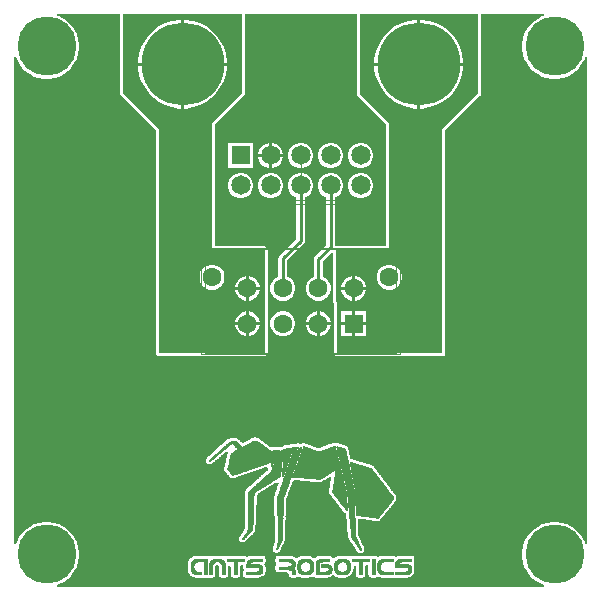
<source format=gtl>
G04*
G04 #@! TF.GenerationSoftware,Altium Limited,Altium Designer,21.3.2 (30)*
G04*
G04 Layer_Physical_Order=1*
G04 Layer_Color=255*
%FSLAX25Y25*%
%MOIN*%
G70*
G04*
G04 #@! TF.SameCoordinates,7D36CCFB-020A-49C9-B8D2-55C5552AF9BD*
G04*
G04*
G04 #@! TF.FilePolarity,Positive*
G04*
G01*
G75*
%ADD12C,0.01000*%
%ADD13C,0.00394*%
%ADD14C,0.00197*%
%ADD15C,0.00100*%
%ADD22R,0.06299X0.06299*%
%ADD23C,0.06299*%
%ADD24C,0.06496*%
%ADD25R,0.06496X0.06496*%
%ADD26C,0.19685*%
%ADD27C,0.27559*%
G36*
X38350Y193856D02*
Y167323D01*
X38428Y166933D01*
X38649Y166602D01*
X50161Y155089D01*
Y80905D01*
X50239Y80515D01*
X50460Y80185D01*
X50791Y79963D01*
X51181Y79886D01*
X86404Y79886D01*
X86596Y79924D01*
X86787Y79961D01*
X86791Y79963D01*
X86794Y79963D01*
X86956Y80072D01*
X87120Y80180D01*
X87122Y80183D01*
X87125Y80185D01*
X87233Y80347D01*
X87343Y80509D01*
X87344Y80512D01*
X87346Y80515D01*
X87384Y80707D01*
X87423Y80898D01*
X87658Y115189D01*
X87658Y115191D01*
X87658Y115193D01*
X87621Y115385D01*
X87583Y115580D01*
X87582Y115582D01*
X87582Y115583D01*
X87473Y115748D01*
X87365Y115912D01*
X87363Y115913D01*
X87362Y115915D01*
X87010Y116270D01*
X87008Y116271D01*
X87007Y116272D01*
X86843Y116382D01*
X86680Y116492D01*
X86678Y116492D01*
X86677Y116493D01*
X86484Y116531D01*
X86290Y116571D01*
X86288Y116570D01*
X86286Y116571D01*
X69917D01*
Y157058D01*
X79461Y166602D01*
X79682Y166933D01*
X79760Y167323D01*
Y193856D01*
X80260Y193856D01*
X117091D01*
Y167323D01*
X117168Y166933D01*
X117389Y166602D01*
X126933Y157058D01*
Y116571D01*
X110563D01*
X110561Y116570D01*
X110559Y116571D01*
X110455Y116550D01*
X110197Y116684D01*
X109971Y116888D01*
X109955Y116921D01*
Y132744D01*
X110065Y132774D01*
X111033Y133333D01*
X111825Y134124D01*
X112384Y135093D01*
X112673Y136173D01*
Y137292D01*
X112384Y138372D01*
X111825Y139341D01*
X111033Y140131D01*
X110065Y140691D01*
X108984Y140980D01*
X107866D01*
X106786Y140691D01*
X105817Y140131D01*
X105026Y139341D01*
X104467Y138372D01*
X104177Y137292D01*
Y136173D01*
X104467Y135093D01*
X105026Y134124D01*
X105817Y133333D01*
X106786Y132774D01*
X106896Y132744D01*
Y116992D01*
X103249Y113345D01*
X102918Y112849D01*
X102801Y112264D01*
Y106367D01*
X102729Y106347D01*
X101783Y105801D01*
X101010Y105028D01*
X100464Y104082D01*
X100181Y103027D01*
Y101934D01*
X100464Y100879D01*
X101010Y99932D01*
X101783Y99160D01*
X102729Y98614D01*
X103784Y98331D01*
X104877D01*
X105932Y98614D01*
X106879Y99160D01*
X107651Y99932D01*
X108197Y100879D01*
X108480Y101934D01*
Y103027D01*
X108197Y104082D01*
X107651Y105028D01*
X106879Y105801D01*
X105932Y106347D01*
X105860Y106367D01*
Y111630D01*
X108734Y114504D01*
X109197Y114315D01*
X109426Y80898D01*
X109465Y80707D01*
X109503Y80515D01*
X109505Y80512D01*
X109506Y80509D01*
X109616Y80347D01*
X109724Y80185D01*
X109727Y80183D01*
X109729Y80180D01*
X109893Y80072D01*
X110055Y79963D01*
X110058Y79963D01*
X110062Y79961D01*
X110254Y79924D01*
X110445Y79886D01*
X145669D01*
X146060Y79963D01*
X146390Y80185D01*
X146611Y80515D01*
X146689Y80905D01*
Y155089D01*
X158201Y166602D01*
X158422Y166933D01*
X158500Y167323D01*
Y193856D01*
X159000Y193856D01*
X179560D01*
X179639Y193356D01*
X178909Y193119D01*
X177388Y192344D01*
X176007Y191341D01*
X174801Y190134D01*
X173798Y188754D01*
X173023Y187233D01*
X172495Y185610D01*
X172228Y183924D01*
Y182218D01*
X172495Y180532D01*
X173023Y178909D01*
X173798Y177388D01*
X174801Y176007D01*
X176007Y174801D01*
X177388Y173798D01*
X178909Y173023D01*
X180532Y172495D01*
X182218Y172228D01*
X183924D01*
X185610Y172495D01*
X187233Y173023D01*
X188754Y173798D01*
X190134Y174801D01*
X191341Y176007D01*
X192344Y177388D01*
X193119Y178909D01*
X193356Y179639D01*
X193856Y179560D01*
Y17291D01*
X193356Y17211D01*
X193119Y17942D01*
X192344Y19462D01*
X191341Y20843D01*
X190134Y22050D01*
X188754Y23053D01*
X187233Y23828D01*
X185610Y24355D01*
X183924Y24622D01*
X182218D01*
X180532Y24355D01*
X178909Y23828D01*
X177388Y23053D01*
X176007Y22050D01*
X174801Y20843D01*
X173798Y19462D01*
X173023Y17942D01*
X172495Y16319D01*
X172228Y14633D01*
Y12926D01*
X172495Y11241D01*
X173023Y9617D01*
X173798Y8097D01*
X174801Y6716D01*
X176007Y5509D01*
X177388Y4506D01*
X178909Y3731D01*
X179639Y3494D01*
X179560Y2994D01*
X17291Y2994D01*
X17211Y3494D01*
X17942Y3731D01*
X19462Y4506D01*
X20843Y5509D01*
X22050Y6716D01*
X23053Y8097D01*
X23828Y9617D01*
X24355Y11241D01*
X24622Y12926D01*
Y14633D01*
X24355Y16319D01*
X23828Y17942D01*
X23053Y19462D01*
X22050Y20843D01*
X20843Y22050D01*
X19462Y23053D01*
X17942Y23828D01*
X16319Y24355D01*
X14633Y24622D01*
X12926D01*
X11241Y24355D01*
X9617Y23828D01*
X8097Y23053D01*
X6716Y22050D01*
X5509Y20843D01*
X4506Y19462D01*
X3731Y17942D01*
X3494Y17211D01*
X2994Y17291D01*
X2994Y179560D01*
X3494Y179639D01*
X3731Y178909D01*
X4506Y177388D01*
X5509Y176007D01*
X6716Y174801D01*
X8097Y173798D01*
X9617Y173023D01*
X11241Y172495D01*
X12926Y172228D01*
X14633D01*
X16319Y172495D01*
X17942Y173023D01*
X19462Y173798D01*
X20843Y174801D01*
X22050Y176007D01*
X23053Y177388D01*
X23828Y178909D01*
X24355Y180532D01*
X24622Y182218D01*
Y183924D01*
X24355Y185610D01*
X23828Y187233D01*
X23053Y188754D01*
X22050Y190134D01*
X20843Y191341D01*
X19462Y192344D01*
X17942Y193119D01*
X17211Y193356D01*
X17291Y193856D01*
X38350D01*
D02*
G37*
G36*
X157480Y193856D02*
Y167323D01*
X145669Y155512D01*
Y80905D01*
X110445D01*
X110210Y115196D01*
X110563Y115551D01*
X127953D01*
Y157480D01*
X118110Y167323D01*
Y193856D01*
X157480Y193856D01*
D02*
G37*
G36*
X78740Y193856D02*
Y167323D01*
X68898Y157480D01*
Y115551D01*
X86286D01*
X86639Y115196D01*
X86404Y80905D01*
X51181Y80905D01*
Y155512D01*
X39370Y167323D01*
Y193856D01*
X78740Y193856D01*
D02*
G37*
%LPC*%
G36*
X88985Y150980D02*
X88925D01*
Y147232D01*
X92673D01*
Y147292D01*
X92384Y148372D01*
X91825Y149341D01*
X91034Y150131D01*
X90065Y150691D01*
X88985Y150980D01*
D02*
G37*
G36*
X87925D02*
X87866D01*
X86786Y150691D01*
X85817Y150131D01*
X85026Y149341D01*
X84467Y148372D01*
X84177Y147292D01*
Y147232D01*
X87925D01*
Y150980D01*
D02*
G37*
G36*
X118984D02*
X117866D01*
X116786Y150691D01*
X115817Y150131D01*
X115026Y149341D01*
X114467Y148372D01*
X114177Y147292D01*
Y146173D01*
X114467Y145093D01*
X115026Y144124D01*
X115817Y143333D01*
X116786Y142774D01*
X117866Y142484D01*
X118984D01*
X120065Y142774D01*
X121034Y143333D01*
X121825Y144124D01*
X122384Y145093D01*
X122673Y146173D01*
Y147292D01*
X122384Y148372D01*
X121825Y149341D01*
X121034Y150131D01*
X120065Y150691D01*
X118984Y150980D01*
D02*
G37*
G36*
X108984D02*
X107866D01*
X106786Y150691D01*
X105817Y150131D01*
X105026Y149341D01*
X104467Y148372D01*
X104177Y147292D01*
Y146173D01*
X104467Y145093D01*
X105026Y144124D01*
X105817Y143333D01*
X106786Y142774D01*
X107866Y142484D01*
X108984D01*
X110065Y142774D01*
X111033Y143333D01*
X111825Y144124D01*
X112384Y145093D01*
X112673Y146173D01*
Y147292D01*
X112384Y148372D01*
X111825Y149341D01*
X111033Y150131D01*
X110065Y150691D01*
X108984Y150980D01*
D02*
G37*
G36*
X98984D02*
X97866D01*
X96785Y150691D01*
X95817Y150131D01*
X95026Y149341D01*
X94467Y148372D01*
X94177Y147292D01*
Y146173D01*
X94467Y145093D01*
X95026Y144124D01*
X95817Y143333D01*
X96785Y142774D01*
X97866Y142484D01*
X98984D01*
X100065Y142774D01*
X101034Y143333D01*
X101824Y144124D01*
X102384Y145093D01*
X102673Y146173D01*
Y147292D01*
X102384Y148372D01*
X101824Y149341D01*
X101034Y150131D01*
X100065Y150691D01*
X98984Y150980D01*
D02*
G37*
G36*
X92673Y146232D02*
X88925D01*
Y142484D01*
X88985D01*
X90065Y142774D01*
X91034Y143333D01*
X91825Y144124D01*
X92384Y145093D01*
X92673Y146173D01*
Y146232D01*
D02*
G37*
G36*
X87925D02*
X84177D01*
Y146173D01*
X84467Y145093D01*
X85026Y144124D01*
X85817Y143333D01*
X86786Y142774D01*
X87866Y142484D01*
X87925D01*
Y146232D01*
D02*
G37*
G36*
X82673Y150980D02*
X74177D01*
Y142484D01*
X82673D01*
Y150980D01*
D02*
G37*
G36*
X118984Y140980D02*
X117866D01*
X116786Y140691D01*
X115817Y140131D01*
X115026Y139341D01*
X114467Y138372D01*
X114177Y137292D01*
Y136173D01*
X114467Y135093D01*
X115026Y134124D01*
X115817Y133333D01*
X116786Y132774D01*
X117866Y132484D01*
X118984D01*
X120065Y132774D01*
X121034Y133333D01*
X121825Y134124D01*
X122384Y135093D01*
X122673Y136173D01*
Y137292D01*
X122384Y138372D01*
X121825Y139341D01*
X121034Y140131D01*
X120065Y140691D01*
X118984Y140980D01*
D02*
G37*
G36*
X88985D02*
X87866D01*
X86786Y140691D01*
X85817Y140131D01*
X85026Y139341D01*
X84467Y138372D01*
X84177Y137292D01*
Y136173D01*
X84467Y135093D01*
X85026Y134124D01*
X85817Y133333D01*
X86786Y132774D01*
X87866Y132484D01*
X88985D01*
X90065Y132774D01*
X91034Y133333D01*
X91825Y134124D01*
X92384Y135093D01*
X92673Y136173D01*
Y137292D01*
X92384Y138372D01*
X91825Y139341D01*
X91034Y140131D01*
X90065Y140691D01*
X88985Y140980D01*
D02*
G37*
G36*
X78984D02*
X77866D01*
X76785Y140691D01*
X75817Y140131D01*
X75026Y139341D01*
X74467Y138372D01*
X74177Y137292D01*
Y136173D01*
X74467Y135093D01*
X75026Y134124D01*
X75817Y133333D01*
X76785Y132774D01*
X77866Y132484D01*
X78984D01*
X80065Y132774D01*
X81034Y133333D01*
X81824Y134124D01*
X82384Y135093D01*
X82673Y136173D01*
Y137292D01*
X82384Y138372D01*
X81824Y139341D01*
X81034Y140131D01*
X80065Y140691D01*
X78984Y140980D01*
D02*
G37*
G36*
X98984D02*
X97866D01*
X96785Y140691D01*
X95817Y140131D01*
X95026Y139341D01*
X94467Y138372D01*
X94177Y137292D01*
Y136173D01*
X94467Y135093D01*
X95026Y134124D01*
X95817Y133333D01*
X96785Y132774D01*
X96896Y132744D01*
Y118941D01*
X91438Y113483D01*
X91107Y112987D01*
X90990Y112402D01*
Y106367D01*
X90918Y106347D01*
X89972Y105801D01*
X89199Y105028D01*
X88653Y104082D01*
X88370Y103027D01*
Y101934D01*
X88653Y100879D01*
X89199Y99932D01*
X89972Y99160D01*
X90918Y98614D01*
X91973Y98331D01*
X93066D01*
X94121Y98614D01*
X95068Y99160D01*
X95840Y99932D01*
X96386Y100879D01*
X96669Y101934D01*
Y103027D01*
X96386Y104082D01*
X95840Y105028D01*
X95068Y105801D01*
X94121Y106347D01*
X94049Y106367D01*
Y111768D01*
X99507Y117226D01*
X99838Y117722D01*
X99955Y118307D01*
Y132744D01*
X100065Y132774D01*
X101034Y133333D01*
X101824Y134124D01*
X102384Y135093D01*
X102673Y136173D01*
Y137292D01*
X102384Y138372D01*
X101824Y139341D01*
X101034Y140131D01*
X100065Y140691D01*
X98984Y140980D01*
D02*
G37*
G36*
X104877Y94819D02*
X104831D01*
Y91169D01*
X108480D01*
Y91216D01*
X108197Y92271D01*
X107651Y93217D01*
X106879Y93990D01*
X105932Y94536D01*
X104877Y94819D01*
D02*
G37*
G36*
X103831D02*
X103784D01*
X102729Y94536D01*
X101783Y93990D01*
X101010Y93217D01*
X100464Y92271D01*
X100181Y91216D01*
Y91169D01*
X103831D01*
Y94819D01*
D02*
G37*
G36*
X108480Y90169D02*
X104831D01*
Y86520D01*
X104877D01*
X105932Y86803D01*
X106879Y87349D01*
X107651Y88121D01*
X108197Y89068D01*
X108480Y90123D01*
Y90169D01*
D02*
G37*
G36*
X103831D02*
X100181D01*
Y90123D01*
X100464Y89068D01*
X101010Y88121D01*
X101783Y87349D01*
X102729Y86803D01*
X103784Y86520D01*
X103831D01*
Y90169D01*
D02*
G37*
G36*
X93066Y94819D02*
X91973D01*
X90918Y94536D01*
X89972Y93990D01*
X89199Y93217D01*
X88653Y92271D01*
X88370Y91216D01*
Y90123D01*
X88653Y89068D01*
X89199Y88121D01*
X89972Y87349D01*
X90918Y86803D01*
X91973Y86520D01*
X93066D01*
X94121Y86803D01*
X95068Y87349D01*
X95840Y88121D01*
X96386Y89068D01*
X96669Y90123D01*
Y91216D01*
X96386Y92271D01*
X95840Y93217D01*
X95068Y93990D01*
X94121Y94536D01*
X93066Y94819D01*
D02*
G37*
G36*
X83613Y52771D02*
X83013D01*
X82603Y52689D01*
X82517Y52632D01*
X82303Y52589D01*
X82046Y52418D01*
X81903Y52389D01*
X81604Y52189D01*
X81603Y52189D01*
X81475Y52103D01*
X81403Y52089D01*
X81275Y52003D01*
X81203Y51989D01*
X81075Y51903D01*
X81003Y51889D01*
X80875Y51803D01*
X80803Y51789D01*
X80675Y51703D01*
X80603Y51689D01*
X80304Y51489D01*
X80303Y51489D01*
X80175Y51403D01*
X80103Y51389D01*
X79975Y51303D01*
X79903Y51289D01*
X79775Y51203D01*
X79703Y51189D01*
X79575Y51103D01*
X79503Y51089D01*
X79246Y50918D01*
X79103Y50889D01*
X79087Y50879D01*
X78922Y50989D01*
X78921Y50989D01*
X78910Y50997D01*
X78870Y51057D01*
X78810Y51097D01*
X78770Y51157D01*
X78710Y51197D01*
X78670Y51257D01*
X78322Y51489D01*
X78321Y51489D01*
X78310Y51497D01*
X78270Y51557D01*
X78210Y51597D01*
X78170Y51657D01*
X78110Y51697D01*
X78070Y51757D01*
X77722Y51989D01*
X77721Y51989D01*
X77710Y51997D01*
X77670Y52057D01*
X77610Y52097D01*
X77570Y52157D01*
X77510Y52197D01*
X77470Y52257D01*
X77122Y52489D01*
X77051Y52503D01*
X76922Y52589D01*
X76513Y52671D01*
X76313D01*
X75903Y52589D01*
X75875Y52571D01*
X75713D01*
X75303Y52489D01*
X75259Y52460D01*
X74903Y52389D01*
X74875Y52371D01*
X74813D01*
X74403Y52289D01*
X74275Y52203D01*
X74203Y52189D01*
X74075Y52103D01*
X74003Y52089D01*
X73656Y51857D01*
X73615Y51797D01*
X73556Y51757D01*
X73515Y51697D01*
X73456Y51657D01*
X73415Y51597D01*
X73356Y51557D01*
X73316Y51497D01*
X73256Y51457D01*
X73216Y51397D01*
X73156Y51357D01*
X73115Y51297D01*
X73056Y51257D01*
X73015Y51197D01*
X72956Y51157D01*
X72916Y51097D01*
X72856Y51057D01*
X72816Y50997D01*
X72804Y50989D01*
X72803Y50989D01*
X72456Y50757D01*
X72416Y50697D01*
X72356Y50657D01*
X72316Y50597D01*
X72256Y50557D01*
X72215Y50497D01*
X72156Y50457D01*
X72115Y50397D01*
X72104Y50389D01*
X72103Y50389D01*
X71756Y50157D01*
X71715Y50097D01*
X71656Y50057D01*
X71615Y49997D01*
X71556Y49957D01*
X71516Y49897D01*
X71456Y49857D01*
X71416Y49797D01*
X71356Y49757D01*
X71315Y49697D01*
X71256Y49657D01*
X71215Y49597D01*
X71156Y49557D01*
X71115Y49497D01*
X71056Y49457D01*
X71016Y49397D01*
X70956Y49357D01*
X70916Y49297D01*
X70856Y49257D01*
X70815Y49197D01*
X70756Y49157D01*
X70715Y49097D01*
X70704Y49089D01*
X70703Y49089D01*
X70356Y48857D01*
X70315Y48797D01*
X70256Y48757D01*
X70215Y48697D01*
X70156Y48657D01*
X70116Y48597D01*
X70056Y48557D01*
X70016Y48497D01*
X69956Y48457D01*
X69915Y48397D01*
X69856Y48357D01*
X69815Y48297D01*
X69756Y48257D01*
X69715Y48197D01*
X69704Y48189D01*
X69703Y48189D01*
X69356Y47957D01*
X69315Y47897D01*
X69256Y47857D01*
X69216Y47797D01*
X69156Y47757D01*
X69116Y47697D01*
X69056Y47657D01*
X69016Y47597D01*
X68956Y47557D01*
X68915Y47497D01*
X68856Y47457D01*
X68815Y47397D01*
X68756Y47357D01*
X68716Y47297D01*
X68656Y47257D01*
X68616Y47197D01*
X68556Y47157D01*
X68515Y47097D01*
X68504Y47089D01*
X68503Y47089D01*
X68156Y46857D01*
X68116Y46797D01*
X68056Y46757D01*
X68015Y46697D01*
X67956Y46657D01*
X67915Y46597D01*
X67856Y46557D01*
X67816Y46497D01*
X67756Y46457D01*
X67716Y46397D01*
X67656Y46357D01*
X67615Y46297D01*
X67556Y46257D01*
X67515Y46197D01*
X67456Y46157D01*
X67415Y46097D01*
X67356Y46057D01*
X67316Y45997D01*
X67256Y45957D01*
X67216Y45897D01*
X67156Y45857D01*
X67115Y45797D01*
X67056Y45757D01*
X66824Y45410D01*
X66742Y45000D01*
X66752Y44950D01*
X66742Y44900D01*
X66824Y44490D01*
X67056Y44143D01*
X67403Y43911D01*
X67813Y43829D01*
X68013D01*
X68422Y43911D01*
X68770Y44143D01*
X68810Y44203D01*
X68821Y44211D01*
X68822Y44211D01*
X68951Y44297D01*
X69022Y44311D01*
X69370Y44543D01*
X69410Y44603D01*
X69421Y44611D01*
X69422Y44611D01*
X69770Y44843D01*
X69810Y44903D01*
X69870Y44943D01*
X69910Y45003D01*
X69970Y45043D01*
X70010Y45103D01*
X70070Y45143D01*
X70110Y45203D01*
X70121Y45211D01*
X70122Y45211D01*
X70470Y45443D01*
X70510Y45503D01*
X70570Y45543D01*
X70610Y45603D01*
X70670Y45643D01*
X70710Y45703D01*
X70721Y45711D01*
X70722Y45711D01*
X71070Y45943D01*
X71110Y46003D01*
X71170Y46043D01*
X71210Y46103D01*
X71270Y46143D01*
X71310Y46203D01*
X71370Y46243D01*
X71410Y46303D01*
X71421Y46311D01*
X71422Y46311D01*
X71770Y46543D01*
X71810Y46603D01*
X71870Y46643D01*
X71910Y46703D01*
X71970Y46743D01*
X72010Y46803D01*
X72021Y46811D01*
X72022Y46811D01*
X72151Y46897D01*
X72222Y46911D01*
X72570Y47143D01*
X72610Y47203D01*
X72670Y47243D01*
X72710Y47303D01*
X72770Y47343D01*
X72810Y47403D01*
X72870Y47443D01*
X72910Y47503D01*
X72921Y47511D01*
X72922Y47511D01*
X73270Y47743D01*
X73310Y47803D01*
X73321Y47811D01*
X73322Y47811D01*
X73670Y48043D01*
X73710Y48103D01*
X73770Y48143D01*
X73810Y48203D01*
X73870Y48243D01*
X73910Y48303D01*
X73922Y48311D01*
X74040Y48273D01*
X74295Y48018D01*
X74323Y47908D01*
X74124Y47610D01*
X74053Y47253D01*
X74023Y47210D01*
X73981Y46996D01*
X73923Y46910D01*
X73853Y46553D01*
X73823Y46510D01*
X73742Y46100D01*
X73752Y46050D01*
X73742Y46000D01*
X73752Y45950D01*
X73742Y45900D01*
X73752Y45852D01*
X73724Y45810D01*
X73709Y45738D01*
X73624Y45610D01*
X73542Y45200D01*
X73552Y45152D01*
X73523Y45110D01*
X73442Y44700D01*
X73452Y44650D01*
X73442Y44600D01*
X73452Y44552D01*
X73423Y44510D01*
X73353Y44153D01*
X73324Y44110D01*
X73242Y43700D01*
X73252Y43652D01*
X73224Y43610D01*
X73153Y43253D01*
X73124Y43210D01*
X73081Y42996D01*
X73023Y42910D01*
X72942Y42500D01*
X72952Y42450D01*
X72942Y42400D01*
X72952Y42350D01*
X72942Y42300D01*
X72952Y42250D01*
X72942Y42200D01*
X73023Y41790D01*
X73256Y41443D01*
X73316Y41403D01*
X73356Y41343D01*
X73415Y41303D01*
X73456Y41243D01*
X73515Y41203D01*
X73523Y41191D01*
X73523Y41190D01*
X73756Y40843D01*
X73816Y40803D01*
X73856Y40743D01*
X73915Y40703D01*
X73923Y40691D01*
X73923Y40690D01*
X74156Y40343D01*
X74216Y40303D01*
X74256Y40243D01*
X74316Y40203D01*
X74356Y40143D01*
X74415Y40103D01*
X74456Y40043D01*
X74515Y40003D01*
X74523Y39991D01*
X74524Y39990D01*
X74756Y39643D01*
X74815Y39603D01*
X74856Y39543D01*
X75203Y39311D01*
X75613Y39229D01*
X76013D01*
X76422Y39311D01*
X76508Y39368D01*
X76722Y39411D01*
X76851Y39497D01*
X76922Y39511D01*
X76966Y39540D01*
X77322Y39611D01*
X77408Y39668D01*
X77622Y39711D01*
X77708Y39768D01*
X77922Y39811D01*
X78008Y39868D01*
X78222Y39911D01*
X78308Y39968D01*
X78522Y40011D01*
X78608Y40068D01*
X78822Y40111D01*
X78951Y40197D01*
X79022Y40211D01*
X79108Y40268D01*
X79322Y40311D01*
X79366Y40340D01*
X79722Y40411D01*
X79851Y40497D01*
X79922Y40511D01*
X80008Y40568D01*
X80222Y40611D01*
X80308Y40668D01*
X80522Y40711D01*
X80608Y40768D01*
X80822Y40811D01*
X80908Y40868D01*
X81122Y40911D01*
X81251Y40997D01*
X81322Y41011D01*
X81366Y41040D01*
X81722Y41111D01*
X81851Y41197D01*
X81922Y41211D01*
X81966Y41240D01*
X82322Y41311D01*
X82451Y41397D01*
X82522Y41411D01*
X82608Y41468D01*
X82822Y41511D01*
X82908Y41568D01*
X83122Y41611D01*
X83208Y41668D01*
X83422Y41711D01*
X83508Y41768D01*
X83722Y41811D01*
X83808Y41868D01*
X84022Y41911D01*
X84108Y41968D01*
X84322Y42011D01*
X84408Y42068D01*
X84622Y42111D01*
X84708Y42168D01*
X84922Y42211D01*
X85008Y42268D01*
X85222Y42311D01*
X85308Y42368D01*
X85522Y42411D01*
X85651Y42497D01*
X85722Y42511D01*
X85808Y42568D01*
X86022Y42611D01*
X86151Y42697D01*
X86222Y42711D01*
X86266Y42740D01*
X86622Y42811D01*
X86708Y42868D01*
X86910Y42908D01*
X86927Y42911D01*
X87332Y42894D01*
X87524Y42690D01*
X87670Y42471D01*
X87556Y41957D01*
X87515Y41897D01*
X87504Y41889D01*
X87503Y41889D01*
X87156Y41657D01*
X87076Y41537D01*
X86956Y41457D01*
X86915Y41397D01*
X86856Y41357D01*
X86816Y41297D01*
X86756Y41257D01*
X86716Y41197D01*
X86704Y41189D01*
X86703Y41189D01*
X86356Y40957D01*
X86316Y40897D01*
X86256Y40857D01*
X86216Y40797D01*
X86156Y40757D01*
X86115Y40697D01*
X86056Y40657D01*
X86015Y40597D01*
X85956Y40557D01*
X85915Y40497D01*
X85856Y40457D01*
X85816Y40397D01*
X85804Y40389D01*
X85803Y40389D01*
X85456Y40157D01*
X85416Y40097D01*
X85356Y40057D01*
X85316Y39997D01*
X85256Y39957D01*
X85216Y39897D01*
X85156Y39857D01*
X85115Y39797D01*
X85056Y39757D01*
X85015Y39697D01*
X84956Y39657D01*
X84916Y39597D01*
X84856Y39557D01*
X84816Y39497D01*
X84756Y39457D01*
X84715Y39397D01*
X84656Y39357D01*
X84615Y39297D01*
X84556Y39257D01*
X84516Y39197D01*
X84504Y39189D01*
X84503Y39189D01*
X84156Y38957D01*
X84115Y38897D01*
X84056Y38857D01*
X84016Y38797D01*
X83956Y38757D01*
X83916Y38697D01*
X83856Y38657D01*
X83815Y38597D01*
X83756Y38557D01*
X83715Y38497D01*
X83656Y38457D01*
X83615Y38397D01*
X83604Y38389D01*
X83603Y38389D01*
X83256Y38157D01*
X83215Y38097D01*
X83156Y38057D01*
X83116Y37997D01*
X83056Y37957D01*
X83016Y37897D01*
X82956Y37857D01*
X82916Y37797D01*
X82856Y37757D01*
X82815Y37697D01*
X82756Y37657D01*
X82715Y37597D01*
X82656Y37557D01*
X82616Y37497D01*
X82556Y37457D01*
X82516Y37397D01*
X82456Y37357D01*
X82415Y37297D01*
X82404Y37289D01*
X82403Y37289D01*
X82056Y37057D01*
X82016Y36997D01*
X81956Y36957D01*
X81915Y36897D01*
X81856Y36857D01*
X81815Y36797D01*
X81804Y36789D01*
X81803Y36789D01*
X81456Y36557D01*
X81375Y36437D01*
X81256Y36357D01*
X81216Y36297D01*
X81156Y36257D01*
X81116Y36197D01*
X81056Y36157D01*
X81015Y36097D01*
X80956Y36057D01*
X80915Y35997D01*
X80856Y35957D01*
X80816Y35897D01*
X80756Y35857D01*
X80716Y35797D01*
X80704Y35789D01*
X80703Y35789D01*
X80356Y35557D01*
X80124Y35210D01*
X80109Y35138D01*
X80023Y35010D01*
X79942Y34600D01*
X79952Y34550D01*
X79942Y34500D01*
X79952Y34450D01*
X79942Y34400D01*
X79952Y34350D01*
X79942Y34300D01*
X79952Y34250D01*
X79942Y34200D01*
X79952Y34150D01*
X79942Y34100D01*
X79952Y34050D01*
X79942Y34000D01*
X79952Y33950D01*
X79942Y33900D01*
X79952Y33850D01*
X79942Y33800D01*
X79952Y33750D01*
X79942Y33700D01*
X79952Y33650D01*
X79942Y33600D01*
X79952Y33550D01*
X79942Y33500D01*
X79952Y33450D01*
X79942Y33400D01*
X79952Y33350D01*
X79942Y33300D01*
X79952Y33250D01*
X79942Y33200D01*
X79952Y33150D01*
X79942Y33100D01*
X79952Y33050D01*
X79942Y33000D01*
X79952Y32950D01*
X79942Y32900D01*
X79952Y32850D01*
X79942Y32800D01*
X79952Y32750D01*
X79942Y32700D01*
X79952Y32650D01*
X79942Y32600D01*
X79952Y32550D01*
X79942Y32500D01*
X79952Y32450D01*
X79942Y32400D01*
X79952Y32350D01*
X79942Y32300D01*
X79952Y32250D01*
X79942Y32200D01*
X79952Y32150D01*
X79942Y32100D01*
X79952Y32050D01*
X79942Y32000D01*
X79952Y31950D01*
X79942Y31900D01*
X79952Y31850D01*
X79942Y31800D01*
X79952Y31750D01*
X79942Y31700D01*
X79952Y31650D01*
X79942Y31600D01*
X79952Y31550D01*
X79942Y31500D01*
X79952Y31450D01*
X79942Y31400D01*
X79952Y31350D01*
X79942Y31300D01*
X79952Y31250D01*
X79942Y31200D01*
X79952Y31150D01*
X79942Y31100D01*
X79952Y31050D01*
X79942Y31000D01*
X79952Y30950D01*
X79942Y30900D01*
X79952Y30850D01*
X79942Y30800D01*
X79952Y30750D01*
X79942Y30700D01*
X79952Y30650D01*
X79942Y30600D01*
X79952Y30550D01*
X79942Y30500D01*
X79952Y30450D01*
X79942Y30400D01*
X79952Y30350D01*
X79942Y30300D01*
X79952Y30250D01*
X79942Y30200D01*
X79952Y30150D01*
X79942Y30100D01*
X79952Y30050D01*
X79942Y30000D01*
X79952Y29950D01*
X79942Y29900D01*
X79952Y29850D01*
X79942Y29800D01*
X79952Y29750D01*
X79942Y29700D01*
X79952Y29650D01*
X79942Y29600D01*
X79952Y29550D01*
X79942Y29500D01*
X79952Y29450D01*
X79942Y29400D01*
X79952Y29350D01*
X79942Y29300D01*
X79952Y29250D01*
X79942Y29200D01*
X79952Y29150D01*
X79942Y29100D01*
X79952Y29050D01*
X79942Y29000D01*
X79952Y28950D01*
X79942Y28900D01*
X79952Y28850D01*
X79942Y28800D01*
X79952Y28750D01*
X79942Y28700D01*
X79952Y28650D01*
X79942Y28600D01*
X79952Y28550D01*
X79942Y28500D01*
X79952Y28450D01*
X79942Y28400D01*
X79952Y28350D01*
X79942Y28300D01*
X79952Y28250D01*
X79942Y28200D01*
X79952Y28150D01*
X79942Y28100D01*
X79952Y28050D01*
X79942Y28000D01*
X79952Y27952D01*
X79923Y27910D01*
X79842Y27500D01*
X79852Y27450D01*
X79842Y27400D01*
X79923Y26990D01*
X79952Y26948D01*
X79942Y26900D01*
X79952Y26850D01*
X79942Y26800D01*
X79952Y26750D01*
X79942Y26700D01*
X79952Y26652D01*
X79923Y26610D01*
X79842Y26200D01*
X79852Y26150D01*
X79842Y26100D01*
X79852Y26050D01*
X79842Y26000D01*
X79923Y25590D01*
X79952Y25548D01*
X79942Y25500D01*
X79952Y25450D01*
X79942Y25400D01*
X79952Y25350D01*
X79942Y25300D01*
X79952Y25252D01*
X79923Y25210D01*
X79842Y24800D01*
X79852Y24750D01*
X79842Y24700D01*
X79923Y24290D01*
X79952Y24248D01*
X79942Y24200D01*
X79952Y24150D01*
X79942Y24100D01*
X79952Y24050D01*
X79942Y24000D01*
X79952Y23950D01*
X79942Y23900D01*
X79952Y23850D01*
X79942Y23800D01*
X79952Y23750D01*
X79942Y23700D01*
X79952Y23650D01*
X79942Y23600D01*
X79952Y23550D01*
X79942Y23500D01*
X79952Y23450D01*
X79942Y23400D01*
X79952Y23352D01*
X79923Y23310D01*
X79842Y22900D01*
X79852Y22850D01*
X79842Y22800D01*
X79852Y22750D01*
X79842Y22700D01*
X79852Y22650D01*
X79842Y22600D01*
X79852Y22550D01*
X79842Y22500D01*
X79852Y22450D01*
X79842Y22400D01*
X79844Y22390D01*
X79724Y22210D01*
X79709Y22138D01*
X79624Y22010D01*
X79609Y21938D01*
X79523Y21810D01*
X79509Y21738D01*
X79423Y21610D01*
X79423Y21609D01*
X79416Y21597D01*
X79356Y21557D01*
X79124Y21210D01*
X79109Y21138D01*
X79023Y21010D01*
X79023Y21009D01*
X78824Y20710D01*
X78823Y20709D01*
X78623Y20410D01*
X78623Y20409D01*
X78424Y20110D01*
X78423Y20109D01*
X78224Y19810D01*
X78223Y19809D01*
X78023Y19510D01*
X77942Y19100D01*
X77952Y19050D01*
X77942Y19000D01*
X77952Y18950D01*
X77942Y18900D01*
X77952Y18850D01*
X77942Y18800D01*
X78023Y18390D01*
X78256Y18043D01*
X78603Y17811D01*
X79013Y17729D01*
X79213D01*
X79622Y17811D01*
X79970Y18043D01*
X80010Y18103D01*
X80070Y18143D01*
X80110Y18203D01*
X80170Y18243D01*
X80210Y18303D01*
X80270Y18343D01*
X80310Y18403D01*
X80370Y18443D01*
X80410Y18503D01*
X80470Y18543D01*
X80510Y18603D01*
X80570Y18643D01*
X80610Y18703D01*
X80670Y18743D01*
X80710Y18803D01*
X80770Y18843D01*
X80810Y18903D01*
X80870Y18943D01*
X80910Y19003D01*
X80970Y19043D01*
X81202Y19390D01*
X81202Y19391D01*
X81210Y19403D01*
X81270Y19443D01*
X81310Y19503D01*
X81370Y19543D01*
X81410Y19603D01*
X81470Y19643D01*
X81510Y19703D01*
X81570Y19743D01*
X81610Y19803D01*
X81670Y19843D01*
X81710Y19903D01*
X81770Y19943D01*
X81810Y20003D01*
X81870Y20043D01*
X81910Y20103D01*
X81970Y20143D01*
X82010Y20203D01*
X82070Y20243D01*
X82110Y20303D01*
X82170Y20343D01*
X82402Y20690D01*
X82402Y20691D01*
X82410Y20703D01*
X82470Y20743D01*
X82510Y20803D01*
X82570Y20843D01*
X82610Y20903D01*
X82670Y20943D01*
X82710Y21003D01*
X82770Y21043D01*
X82810Y21103D01*
X82870Y21143D01*
X82910Y21203D01*
X82970Y21243D01*
X83202Y21590D01*
X83283Y22000D01*
X83273Y22050D01*
X83283Y22100D01*
X83274Y22148D01*
X83302Y22190D01*
X83383Y22600D01*
X83373Y22650D01*
X83383Y22700D01*
X83373Y22750D01*
X83383Y22800D01*
X83373Y22850D01*
X83383Y22900D01*
X83373Y22950D01*
X83383Y23000D01*
X83373Y23050D01*
X83383Y23100D01*
X83373Y23150D01*
X83383Y23200D01*
X83373Y23250D01*
X83383Y23300D01*
X83373Y23350D01*
X83383Y23400D01*
X83374Y23448D01*
X83402Y23490D01*
X83483Y23900D01*
X83473Y23950D01*
X83483Y24000D01*
X83473Y24050D01*
X83483Y24100D01*
X83473Y24150D01*
X83483Y24200D01*
X83473Y24250D01*
X83483Y24300D01*
X83473Y24350D01*
X83483Y24400D01*
X83473Y24450D01*
X83483Y24500D01*
X83473Y24550D01*
X83483Y24600D01*
X83473Y24650D01*
X83483Y24700D01*
X83473Y24750D01*
X83483Y24800D01*
X83473Y24850D01*
X83483Y24900D01*
X83473Y24950D01*
X83483Y25000D01*
X83474Y25048D01*
X83502Y25090D01*
X83583Y25500D01*
X83573Y25550D01*
X83583Y25600D01*
X83573Y25650D01*
X83583Y25700D01*
X83573Y25750D01*
X83583Y25800D01*
X83573Y25850D01*
X83583Y25900D01*
X83573Y25950D01*
X83583Y26000D01*
X83573Y26050D01*
X83583Y26100D01*
X83573Y26150D01*
X83583Y26200D01*
X83573Y26250D01*
X83583Y26300D01*
X83573Y26350D01*
X83583Y26400D01*
X83573Y26450D01*
X83583Y26500D01*
X83573Y26550D01*
X83583Y26600D01*
X83573Y26650D01*
X83583Y26700D01*
X83573Y26750D01*
X83583Y26800D01*
X83573Y26850D01*
X83583Y26900D01*
X83573Y26950D01*
X83583Y27000D01*
X83573Y27050D01*
X83583Y27100D01*
X83573Y27150D01*
X83583Y27200D01*
X83573Y27250D01*
X83583Y27300D01*
X83573Y27350D01*
X83583Y27400D01*
X83573Y27450D01*
X83583Y27500D01*
X83573Y27550D01*
X83583Y27600D01*
X83573Y27650D01*
X83583Y27700D01*
X83573Y27750D01*
X83583Y27800D01*
X83573Y27850D01*
X83583Y27900D01*
X83573Y27950D01*
X83583Y28000D01*
X83573Y28050D01*
X83583Y28100D01*
X83573Y28150D01*
X83583Y28200D01*
X83573Y28250D01*
X83583Y28300D01*
X83573Y28350D01*
X83583Y28400D01*
X83573Y28450D01*
X83583Y28500D01*
X83574Y28548D01*
X83602Y28590D01*
X83683Y29000D01*
X83673Y29050D01*
X83683Y29100D01*
X83673Y29150D01*
X83683Y29200D01*
X83673Y29250D01*
X83683Y29300D01*
X83673Y29350D01*
X83683Y29400D01*
X83673Y29450D01*
X83683Y29500D01*
X83673Y29550D01*
X83683Y29600D01*
X83673Y29650D01*
X83683Y29700D01*
X83673Y29750D01*
X83683Y29800D01*
X83673Y29850D01*
X83683Y29900D01*
X83673Y29950D01*
X83683Y30000D01*
X83673Y30050D01*
X83683Y30100D01*
X83674Y30148D01*
X83702Y30190D01*
X83783Y30600D01*
X83773Y30650D01*
X83783Y30700D01*
X83773Y30750D01*
X83783Y30800D01*
X83773Y30850D01*
X83783Y30900D01*
X83773Y30950D01*
X83783Y31000D01*
X83773Y31050D01*
X83783Y31100D01*
X83773Y31150D01*
X83783Y31200D01*
X83773Y31250D01*
X83783Y31300D01*
X83773Y31350D01*
X83783Y31400D01*
X83773Y31450D01*
X83783Y31500D01*
X83773Y31550D01*
X83783Y31600D01*
X83773Y31650D01*
X83783Y31700D01*
X83773Y31750D01*
X83783Y31800D01*
X83773Y31850D01*
X83783Y31900D01*
X83773Y31950D01*
X83783Y32000D01*
X83773Y32050D01*
X83783Y32100D01*
X83773Y32150D01*
X83783Y32200D01*
X83773Y32250D01*
X83783Y32300D01*
X83773Y32350D01*
X83783Y32400D01*
X83773Y32450D01*
X83783Y32500D01*
X83773Y32550D01*
X83783Y32600D01*
X83773Y32650D01*
X83783Y32700D01*
X83773Y32750D01*
X83783Y32800D01*
X83773Y32850D01*
X83783Y32900D01*
X83773Y32950D01*
X83783Y33000D01*
X83773Y33050D01*
X83783Y33100D01*
X83774Y33148D01*
X83802Y33190D01*
X83883Y33600D01*
X84122Y34011D01*
X84251Y34097D01*
X84322Y34111D01*
X84621Y34311D01*
X84622Y34311D01*
X84921Y34511D01*
X84922Y34511D01*
X85221Y34711D01*
X85222Y34711D01*
X85351Y34797D01*
X85422Y34811D01*
X85551Y34897D01*
X85622Y34911D01*
X85921Y35111D01*
X85922Y35111D01*
X86051Y35197D01*
X86122Y35211D01*
X86421Y35411D01*
X86422Y35411D01*
X86721Y35611D01*
X86722Y35611D01*
X87021Y35811D01*
X87022Y35811D01*
X87151Y35897D01*
X87222Y35911D01*
X87521Y36111D01*
X87522Y36111D01*
X87821Y36311D01*
X87822Y36311D01*
X87951Y36397D01*
X88022Y36411D01*
X88151Y36497D01*
X88222Y36511D01*
X88521Y36711D01*
X88522Y36711D01*
X88651Y36797D01*
X88722Y36811D01*
X89021Y37011D01*
X89022Y37011D01*
X89321Y37211D01*
X89322Y37211D01*
X89621Y37411D01*
X89622Y37411D01*
X89921Y37611D01*
X89922Y37611D01*
X90051Y37697D01*
X90122Y37711D01*
X90421Y37911D01*
X90422Y37911D01*
X90436Y37920D01*
X90872Y37840D01*
X91053Y37717D01*
X91108Y37631D01*
X91053Y37353D01*
X91023Y37310D01*
X91009Y37238D01*
X90924Y37110D01*
X90909Y37038D01*
X90824Y36910D01*
X90753Y36553D01*
X90724Y36510D01*
X90709Y36438D01*
X90623Y36310D01*
X90542Y35900D01*
X90544Y35890D01*
X90424Y35710D01*
X90342Y35300D01*
X90352Y35252D01*
X90324Y35210D01*
X90309Y35138D01*
X90223Y35010D01*
X90153Y34653D01*
X90123Y34610D01*
X90109Y34538D01*
X90023Y34410D01*
X89981Y34196D01*
X89924Y34110D01*
X89881Y33896D01*
X89824Y33810D01*
X89809Y33738D01*
X89723Y33610D01*
X89642Y33200D01*
X89652Y33150D01*
X89642Y33100D01*
X89652Y33050D01*
X89642Y33000D01*
X89652Y32950D01*
X89642Y32900D01*
X89652Y32850D01*
X89642Y32800D01*
X89652Y32750D01*
X89642Y32700D01*
X89652Y32650D01*
X89642Y32600D01*
X89652Y32550D01*
X89642Y32500D01*
X89652Y32450D01*
X89642Y32400D01*
X89652Y32350D01*
X89642Y32300D01*
X89652Y32250D01*
X89642Y32200D01*
X89652Y32150D01*
X89642Y32100D01*
X89652Y32050D01*
X89642Y32000D01*
X89652Y31950D01*
X89642Y31900D01*
X89652Y31850D01*
X89642Y31800D01*
X89652Y31750D01*
X89642Y31700D01*
X89652Y31650D01*
X89642Y31600D01*
X89652Y31550D01*
X89642Y31500D01*
X89652Y31450D01*
X89642Y31400D01*
X89652Y31350D01*
X89642Y31300D01*
X89652Y31250D01*
X89642Y31200D01*
X89652Y31150D01*
X89642Y31100D01*
X89652Y31050D01*
X89642Y31000D01*
X89652Y30950D01*
X89642Y30900D01*
X89652Y30850D01*
X89642Y30800D01*
X89652Y30750D01*
X89642Y30700D01*
X89652Y30650D01*
X89642Y30600D01*
X89652Y30550D01*
X89642Y30500D01*
X89652Y30450D01*
X89642Y30400D01*
X89652Y30350D01*
X89642Y30300D01*
X89652Y30250D01*
X89642Y30200D01*
X89652Y30150D01*
X89642Y30100D01*
X89652Y30050D01*
X89642Y30000D01*
X89652Y29950D01*
X89642Y29900D01*
X89652Y29850D01*
X89642Y29800D01*
X89652Y29750D01*
X89642Y29700D01*
X89652Y29650D01*
X89642Y29600D01*
X89652Y29550D01*
X89642Y29500D01*
X89652Y29450D01*
X89642Y29400D01*
X89652Y29350D01*
X89642Y29300D01*
X89652Y29250D01*
X89642Y29200D01*
X89652Y29150D01*
X89642Y29100D01*
X89652Y29050D01*
X89642Y29000D01*
X89652Y28950D01*
X89642Y28900D01*
X89652Y28850D01*
X89642Y28800D01*
X89652Y28750D01*
X89642Y28700D01*
X89652Y28650D01*
X89642Y28600D01*
X89652Y28550D01*
X89642Y28500D01*
X89652Y28450D01*
X89642Y28400D01*
X89652Y28350D01*
X89642Y28300D01*
X89652Y28250D01*
X89642Y28200D01*
X89652Y28150D01*
X89642Y28100D01*
X89652Y28050D01*
X89642Y28000D01*
X89652Y27950D01*
X89642Y27900D01*
X89652Y27850D01*
X89642Y27800D01*
X89652Y27750D01*
X89642Y27700D01*
X89652Y27650D01*
X89642Y27600D01*
X89652Y27550D01*
X89642Y27500D01*
X89652Y27450D01*
X89642Y27400D01*
X89652Y27350D01*
X89642Y27300D01*
X89652Y27250D01*
X89642Y27200D01*
X89652Y27150D01*
X89642Y27100D01*
X89652Y27050D01*
X89642Y27000D01*
X89652Y26950D01*
X89642Y26900D01*
X89723Y26490D01*
X89752Y26448D01*
X89742Y26400D01*
X89752Y26350D01*
X89742Y26300D01*
X89752Y26250D01*
X89742Y26200D01*
X89752Y26150D01*
X89742Y26100D01*
X89752Y26050D01*
X89742Y26000D01*
X89752Y25950D01*
X89742Y25900D01*
X89752Y25850D01*
X89742Y25800D01*
X89752Y25750D01*
X89742Y25700D01*
X89752Y25650D01*
X89742Y25600D01*
X89752Y25550D01*
X89742Y25500D01*
X89752Y25450D01*
X89742Y25400D01*
X89752Y25350D01*
X89742Y25300D01*
X89752Y25250D01*
X89742Y25200D01*
X89752Y25150D01*
X89742Y25100D01*
X89752Y25050D01*
X89742Y25000D01*
X89752Y24950D01*
X89742Y24900D01*
X89752Y24850D01*
X89742Y24800D01*
X89752Y24750D01*
X89742Y24700D01*
X89752Y24650D01*
X89742Y24600D01*
X89752Y24550D01*
X89742Y24500D01*
X89752Y24450D01*
X89742Y24400D01*
X89752Y24350D01*
X89742Y24300D01*
X89752Y24250D01*
X89742Y24200D01*
X89752Y24150D01*
X89742Y24100D01*
X89752Y24050D01*
X89742Y24000D01*
X89752Y23950D01*
X89742Y23900D01*
X89752Y23850D01*
X89742Y23800D01*
X89752Y23750D01*
X89742Y23700D01*
X89752Y23650D01*
X89742Y23600D01*
X89752Y23550D01*
X89742Y23500D01*
X89752Y23450D01*
X89742Y23400D01*
X89752Y23350D01*
X89742Y23300D01*
X89762Y23200D01*
X89742Y23100D01*
X89752Y23050D01*
X89742Y23000D01*
X89752Y22950D01*
X89742Y22900D01*
X89752Y22850D01*
X89742Y22800D01*
X89752Y22750D01*
X89742Y22700D01*
X89752Y22650D01*
X89742Y22600D01*
X89752Y22550D01*
X89742Y22500D01*
X89752Y22450D01*
X89742Y22400D01*
X89752Y22350D01*
X89742Y22300D01*
X89752Y22250D01*
X89742Y22200D01*
X89752Y22150D01*
X89742Y22100D01*
X89752Y22050D01*
X89742Y22000D01*
X89752Y21950D01*
X89742Y21900D01*
X89752Y21850D01*
X89742Y21800D01*
X89752Y21750D01*
X89742Y21700D01*
X89752Y21650D01*
X89742Y21600D01*
X89824Y21190D01*
X89853Y21147D01*
X89924Y20790D01*
X89952Y20748D01*
X89942Y20700D01*
X89952Y20650D01*
X89942Y20600D01*
X89952Y20550D01*
X89942Y20500D01*
X89952Y20450D01*
X89942Y20400D01*
X89952Y20350D01*
X89942Y20300D01*
X89952Y20250D01*
X89942Y20200D01*
X89952Y20150D01*
X89942Y20100D01*
X89952Y20050D01*
X89942Y20000D01*
X89952Y19950D01*
X89942Y19900D01*
X89952Y19850D01*
X89942Y19800D01*
X89952Y19750D01*
X89942Y19700D01*
X89952Y19650D01*
X89942Y19600D01*
X89952Y19550D01*
X89942Y19500D01*
X89952Y19450D01*
X89942Y19400D01*
X89952Y19350D01*
X89942Y19300D01*
X89952Y19250D01*
X89942Y19200D01*
X89952Y19150D01*
X89942Y19100D01*
X89952Y19050D01*
X89942Y19000D01*
X89952Y18950D01*
X89942Y18900D01*
X89952Y18850D01*
X89942Y18800D01*
X89952Y18752D01*
X89924Y18710D01*
X89853Y18353D01*
X89824Y18310D01*
X89781Y18096D01*
X89723Y18010D01*
X89642Y17600D01*
X89652Y17552D01*
X89623Y17510D01*
X89542Y17100D01*
X89552Y17052D01*
X89524Y17010D01*
X89509Y16938D01*
X89424Y16810D01*
X89342Y16400D01*
X89352Y16352D01*
X89324Y16310D01*
X89242Y15900D01*
X89252Y15850D01*
X89242Y15800D01*
X89252Y15750D01*
X89242Y15700D01*
X89252Y15650D01*
X89242Y15600D01*
X89252Y15550D01*
X89242Y15500D01*
X89252Y15450D01*
X89242Y15400D01*
X89324Y14990D01*
X89556Y14643D01*
X89903Y14411D01*
X90313Y14329D01*
X90513D01*
X90922Y14411D01*
X91270Y14643D01*
X91502Y14990D01*
X91516Y15062D01*
X91602Y15190D01*
X91630Y15334D01*
X91802Y15590D01*
X91816Y15662D01*
X91902Y15790D01*
X91916Y15862D01*
X92002Y15990D01*
X92044Y16204D01*
X92102Y16290D01*
X92116Y16362D01*
X92202Y16490D01*
X92216Y16562D01*
X92302Y16690D01*
X92316Y16762D01*
X92402Y16890D01*
X92416Y16962D01*
X92502Y17090D01*
X92516Y17162D01*
X92602Y17290D01*
X92602Y17291D01*
X92802Y17590D01*
X92816Y17662D01*
X92902Y17790D01*
X92916Y17862D01*
X93002Y17990D01*
X93016Y18062D01*
X93102Y18190D01*
X93183Y18600D01*
X93173Y18650D01*
X93183Y18700D01*
X93173Y18750D01*
X93183Y18800D01*
X93173Y18850D01*
X93183Y18900D01*
X93173Y18950D01*
X93183Y19000D01*
X93173Y19050D01*
X93183Y19100D01*
X93173Y19150D01*
X93183Y19200D01*
X93173Y19250D01*
X93183Y19300D01*
X93173Y19350D01*
X93183Y19400D01*
X93173Y19450D01*
X93183Y19500D01*
X93173Y19550D01*
X93183Y19600D01*
X93173Y19650D01*
X93183Y19700D01*
X93173Y19750D01*
X93183Y19800D01*
X93173Y19850D01*
X93183Y19900D01*
X93173Y19950D01*
X93183Y20000D01*
X93173Y20050D01*
X93183Y20100D01*
X93173Y20150D01*
X93183Y20200D01*
X93173Y20250D01*
X93183Y20300D01*
X93173Y20350D01*
X93183Y20400D01*
X93173Y20450D01*
X93183Y20500D01*
X93173Y20550D01*
X93183Y20600D01*
X93173Y20650D01*
X93183Y20700D01*
X93173Y20750D01*
X93183Y20800D01*
X93173Y20850D01*
X93183Y20900D01*
X93173Y20950D01*
X93183Y21000D01*
X93174Y21048D01*
X93202Y21090D01*
X93283Y21500D01*
X93273Y21550D01*
X93283Y21600D01*
X93273Y21650D01*
X93283Y21700D01*
X93273Y21750D01*
X93283Y21800D01*
X93273Y21850D01*
X93283Y21900D01*
X93273Y21950D01*
X93283Y22000D01*
X93273Y22050D01*
X93283Y22100D01*
X93273Y22150D01*
X93283Y22200D01*
X93273Y22250D01*
X93283Y22300D01*
X93273Y22350D01*
X93283Y22400D01*
X93273Y22450D01*
X93283Y22500D01*
X93273Y22550D01*
X93283Y22600D01*
X93273Y22650D01*
X93283Y22700D01*
X93274Y22748D01*
X93302Y22790D01*
X93383Y23200D01*
X93373Y23250D01*
X93383Y23300D01*
X93373Y23350D01*
X93383Y23400D01*
X93373Y23450D01*
X93383Y23500D01*
X93373Y23550D01*
X93383Y23600D01*
X93373Y23650D01*
X93383Y23700D01*
X93373Y23750D01*
X93383Y23800D01*
X93373Y23850D01*
X93383Y23900D01*
X93373Y23950D01*
X93383Y24000D01*
X93373Y24050D01*
X93383Y24100D01*
X93373Y24150D01*
X93383Y24200D01*
X93373Y24250D01*
X93383Y24300D01*
X93373Y24350D01*
X93383Y24400D01*
X93373Y24450D01*
X93383Y24500D01*
X93373Y24550D01*
X93383Y24600D01*
X93373Y24650D01*
X93383Y24700D01*
X93373Y24750D01*
X93383Y24800D01*
X93373Y24850D01*
X93383Y24900D01*
X93373Y24950D01*
X93383Y25000D01*
X93373Y25050D01*
X93383Y25100D01*
X93373Y25150D01*
X93383Y25200D01*
X93373Y25250D01*
X93383Y25300D01*
X93374Y25348D01*
X93402Y25390D01*
X93483Y25800D01*
X93473Y25850D01*
X93483Y25900D01*
X93402Y26310D01*
X93374Y26352D01*
X93383Y26400D01*
X93373Y26450D01*
X93383Y26500D01*
X93374Y26548D01*
X93402Y26590D01*
X93483Y27000D01*
X93473Y27050D01*
X93483Y27100D01*
X93473Y27150D01*
X93483Y27200D01*
X93473Y27250D01*
X93483Y27300D01*
X93473Y27350D01*
X93483Y27400D01*
X93473Y27450D01*
X93483Y27500D01*
X93473Y27550D01*
X93483Y27600D01*
X93473Y27650D01*
X93483Y27700D01*
X93473Y27750D01*
X93483Y27800D01*
X93473Y27850D01*
X93483Y27900D01*
X93473Y27950D01*
X93483Y28000D01*
X93473Y28050D01*
X93483Y28100D01*
X93473Y28150D01*
X93483Y28200D01*
X93473Y28250D01*
X93483Y28300D01*
X93474Y28348D01*
X93502Y28390D01*
X93583Y28800D01*
X93573Y28850D01*
X93583Y28900D01*
X93573Y28950D01*
X93583Y29000D01*
X93573Y29050D01*
X93583Y29100D01*
X93573Y29150D01*
X93583Y29200D01*
X93573Y29250D01*
X93583Y29300D01*
X93573Y29350D01*
X93583Y29400D01*
X93573Y29450D01*
X93583Y29500D01*
X93573Y29550D01*
X93583Y29600D01*
X93573Y29650D01*
X93583Y29700D01*
X93573Y29750D01*
X93583Y29800D01*
X93573Y29850D01*
X93583Y29900D01*
X93573Y29950D01*
X93583Y30000D01*
X93573Y30050D01*
X93583Y30100D01*
X93573Y30150D01*
X93583Y30200D01*
X93573Y30250D01*
X93583Y30300D01*
X93573Y30350D01*
X93583Y30400D01*
X93573Y30450D01*
X93583Y30500D01*
X93574Y30548D01*
X93602Y30590D01*
X93683Y31000D01*
X93673Y31050D01*
X93683Y31100D01*
X93673Y31150D01*
X93683Y31200D01*
X93673Y31250D01*
X93683Y31300D01*
X93643Y31500D01*
X93683Y31700D01*
X93673Y31750D01*
X93683Y31800D01*
X93673Y31850D01*
X93683Y31900D01*
X93673Y31950D01*
X93683Y32000D01*
X93673Y32050D01*
X93683Y32100D01*
X93673Y32150D01*
X93683Y32200D01*
X93673Y32250D01*
X93683Y32300D01*
X93658Y32425D01*
X93702Y32490D01*
X93744Y32704D01*
X93802Y32790D01*
X93830Y32934D01*
X94002Y33190D01*
X94073Y33547D01*
X94102Y33590D01*
X94144Y33804D01*
X94202Y33890D01*
X94216Y33962D01*
X94302Y34090D01*
X94373Y34447D01*
X94402Y34490D01*
X94444Y34704D01*
X94502Y34790D01*
X94516Y34862D01*
X94602Y34990D01*
X94616Y35062D01*
X94702Y35190D01*
X94744Y35404D01*
X94802Y35490D01*
X94844Y35704D01*
X94902Y35790D01*
X94944Y36004D01*
X95002Y36090D01*
X95016Y36162D01*
X95102Y36290D01*
X95144Y36504D01*
X95202Y36590D01*
X95244Y36804D01*
X95302Y36890D01*
X95316Y36962D01*
X95402Y37090D01*
X95473Y37447D01*
X95502Y37490D01*
X95516Y37562D01*
X95602Y37690D01*
X95644Y37904D01*
X95702Y37990D01*
X95743Y38199D01*
X96194Y38453D01*
X96313Y38429D01*
X97975D01*
X98003Y38411D01*
X98413Y38329D01*
X98975D01*
X99003Y38311D01*
X99413Y38229D01*
X100875D01*
X100903Y38211D01*
X101313Y38129D01*
X101475D01*
X101503Y38111D01*
X101913Y38029D01*
X102113D01*
X102263Y38059D01*
X102413Y38029D01*
X102613D01*
X102713Y38049D01*
X102813Y38029D01*
X103275D01*
X103303Y38011D01*
X103713Y37929D01*
X104913D01*
X105322Y38011D01*
X105408Y38068D01*
X105622Y38111D01*
X105970Y38343D01*
X106010Y38403D01*
X106021Y38411D01*
X106022Y38411D01*
X106151Y38497D01*
X106222Y38511D01*
X106351Y38597D01*
X106422Y38611D01*
X106721Y38811D01*
X106722Y38811D01*
X107021Y39011D01*
X107022Y39011D01*
X107151Y39097D01*
X107222Y39111D01*
X107521Y39311D01*
X107522Y39311D01*
X107821Y39511D01*
X107822Y39511D01*
X108005Y39633D01*
X108413Y39515D01*
X108519Y39094D01*
X108523Y39010D01*
X108442Y38600D01*
X108452Y38550D01*
X108442Y38500D01*
X108452Y38452D01*
X108423Y38410D01*
X108342Y38000D01*
X108352Y37950D01*
X108342Y37900D01*
X108352Y37850D01*
X108342Y37800D01*
X108352Y37750D01*
X108342Y37700D01*
X108352Y37652D01*
X108324Y37610D01*
X108242Y37200D01*
X108252Y37150D01*
X108242Y37100D01*
X108252Y37050D01*
X108242Y37000D01*
X108252Y36950D01*
X108242Y36900D01*
X108252Y36852D01*
X108223Y36810D01*
X108142Y36400D01*
X108152Y36350D01*
X108142Y36300D01*
X108152Y36252D01*
X108124Y36210D01*
X108042Y35800D01*
X108052Y35750D01*
X108042Y35700D01*
X108052Y35650D01*
X108042Y35600D01*
X108052Y35552D01*
X108024Y35510D01*
X107942Y35100D01*
X107952Y35050D01*
X107942Y35000D01*
X107952Y34950D01*
X107942Y34900D01*
X107952Y34850D01*
X107942Y34800D01*
X107952Y34750D01*
X107942Y34700D01*
X107952Y34650D01*
X107942Y34600D01*
X108024Y34190D01*
X108195Y33934D01*
X108223Y33790D01*
X108456Y33443D01*
X108575Y33363D01*
X108656Y33243D01*
X108715Y33203D01*
X108723Y33191D01*
X108723Y33190D01*
X108956Y32843D01*
X109016Y32803D01*
X109023Y32791D01*
X109023Y32790D01*
X109256Y32443D01*
X109316Y32403D01*
X109356Y32343D01*
X109415Y32303D01*
X109423Y32291D01*
X109423Y32290D01*
X109656Y31943D01*
X109715Y31903D01*
X109756Y31843D01*
X109816Y31803D01*
X109823Y31791D01*
X109824Y31790D01*
X110056Y31443D01*
X110116Y31403D01*
X110123Y31391D01*
X110124Y31390D01*
X110323Y31091D01*
X110324Y31090D01*
X110556Y30743D01*
X110616Y30703D01*
X110656Y30643D01*
X110722Y30599D01*
X110723Y30590D01*
X110956Y30243D01*
X111015Y30203D01*
X111056Y30143D01*
X111116Y30103D01*
X111123Y30091D01*
X111124Y30090D01*
X111356Y29743D01*
X111416Y29703D01*
X111456Y29643D01*
X111515Y29603D01*
X111523Y29591D01*
X111523Y29590D01*
X111756Y29243D01*
X111816Y29203D01*
X111856Y29143D01*
X111916Y29103D01*
X111923Y29091D01*
X111924Y29090D01*
X112156Y28743D01*
X112215Y28703D01*
X112256Y28643D01*
X112315Y28603D01*
X112323Y28591D01*
X112323Y28590D01*
X112556Y28243D01*
X112616Y28203D01*
X112623Y28191D01*
X112624Y28190D01*
X112856Y27843D01*
X112916Y27803D01*
X112956Y27743D01*
X113303Y27511D01*
X113542Y27400D01*
X113552Y27350D01*
X113542Y27300D01*
X113552Y27250D01*
X113542Y27200D01*
X113552Y27150D01*
X113542Y27100D01*
X113552Y27050D01*
X113542Y27000D01*
X113552Y26950D01*
X113542Y26900D01*
X113552Y26850D01*
X113542Y26800D01*
X113552Y26750D01*
X113542Y26700D01*
X113552Y26650D01*
X113542Y26600D01*
X113552Y26550D01*
X113542Y26500D01*
X113623Y26090D01*
X113652Y26048D01*
X113642Y26000D01*
X113652Y25950D01*
X113642Y25900D01*
X113724Y25490D01*
X113752Y25448D01*
X113742Y25400D01*
X113752Y25350D01*
X113742Y25300D01*
X113752Y25250D01*
X113742Y25200D01*
X113752Y25150D01*
X113742Y25100D01*
X113752Y25050D01*
X113742Y25000D01*
X113752Y24950D01*
X113742Y24900D01*
X113752Y24850D01*
X113742Y24800D01*
X113752Y24750D01*
X113742Y24700D01*
X113752Y24650D01*
X113742Y24600D01*
X113752Y24550D01*
X113742Y24500D01*
X113752Y24450D01*
X113742Y24400D01*
X113823Y23990D01*
X113852Y23948D01*
X113842Y23900D01*
X113852Y23850D01*
X113842Y23800D01*
X113852Y23750D01*
X113842Y23700D01*
X113924Y23290D01*
X113952Y23248D01*
X113942Y23200D01*
X113952Y23150D01*
X113942Y23100D01*
X113972Y22950D01*
X113942Y22800D01*
X113952Y22750D01*
X113942Y22700D01*
X113952Y22650D01*
X113942Y22600D01*
X114023Y22190D01*
X114052Y22148D01*
X114042Y22100D01*
X114052Y22050D01*
X114042Y22000D01*
X114052Y21950D01*
X114042Y21900D01*
X114052Y21850D01*
X114042Y21800D01*
X114052Y21750D01*
X114042Y21700D01*
X114052Y21650D01*
X114042Y21600D01*
X114052Y21550D01*
X114042Y21500D01*
X114052Y21450D01*
X114042Y21400D01*
X114123Y20990D01*
X114181Y20904D01*
X114224Y20690D01*
X114252Y20648D01*
X114242Y20600D01*
X114252Y20550D01*
X114242Y20500D01*
X114252Y20450D01*
X114242Y20400D01*
X114252Y20350D01*
X114242Y20300D01*
X114252Y20250D01*
X114242Y20200D01*
X114252Y20150D01*
X114242Y20100D01*
X114252Y20050D01*
X114242Y20000D01*
X114252Y19950D01*
X114242Y19900D01*
X114252Y19850D01*
X114242Y19800D01*
X114252Y19750D01*
X114242Y19700D01*
X114252Y19650D01*
X114242Y19600D01*
X114323Y19190D01*
X114409Y19062D01*
X114424Y18990D01*
X114623Y18691D01*
X114623Y18690D01*
X114823Y18391D01*
X114823Y18390D01*
X115023Y18091D01*
X115024Y18090D01*
X115256Y17743D01*
X115315Y17703D01*
X115323Y17691D01*
X115323Y17690D01*
X115523Y17391D01*
X115524Y17390D01*
X115723Y17091D01*
X115724Y17090D01*
X115923Y16791D01*
X115924Y16790D01*
X116156Y16443D01*
X116216Y16403D01*
X116223Y16391D01*
X116224Y16390D01*
X116456Y16043D01*
X116499Y16014D01*
X116524Y15890D01*
X116756Y15543D01*
X116822Y15499D01*
X116823Y15490D01*
X117023Y15191D01*
X117024Y15190D01*
X117223Y14891D01*
X117224Y14890D01*
X117456Y14543D01*
X117803Y14311D01*
X118213Y14229D01*
X118613D01*
X119022Y14311D01*
X119370Y14543D01*
X119602Y14890D01*
X119683Y15300D01*
X119673Y15350D01*
X119683Y15400D01*
X119673Y15450D01*
X119683Y15500D01*
X119602Y15910D01*
X119544Y15996D01*
X119502Y16210D01*
X119416Y16338D01*
X119402Y16410D01*
X119316Y16538D01*
X119302Y16610D01*
X119216Y16738D01*
X119202Y16810D01*
X119116Y16938D01*
X119102Y17010D01*
X119016Y17138D01*
X119002Y17210D01*
X118944Y17296D01*
X118902Y17510D01*
X118816Y17638D01*
X118802Y17710D01*
X118716Y17838D01*
X118702Y17910D01*
X118644Y17996D01*
X118602Y18210D01*
X118516Y18338D01*
X118502Y18410D01*
X118416Y18538D01*
X118402Y18610D01*
X118316Y18738D01*
X118302Y18810D01*
X118216Y18938D01*
X118202Y19010D01*
X118116Y19138D01*
X118102Y19210D01*
X118016Y19338D01*
X118002Y19410D01*
X117916Y19538D01*
X117902Y19610D01*
X117844Y19696D01*
X117802Y19910D01*
X117716Y20038D01*
X117702Y20110D01*
X117674Y20152D01*
X117683Y20200D01*
X117673Y20250D01*
X117683Y20300D01*
X117673Y20350D01*
X117683Y20400D01*
X117673Y20450D01*
X117683Y20500D01*
X117673Y20550D01*
X117683Y20600D01*
X117673Y20650D01*
X117683Y20700D01*
X117673Y20750D01*
X117683Y20800D01*
X117673Y20850D01*
X117683Y20900D01*
X117673Y20950D01*
X117683Y21000D01*
X117673Y21050D01*
X117683Y21100D01*
X117673Y21150D01*
X117683Y21200D01*
X117673Y21250D01*
X117683Y21300D01*
X117602Y21710D01*
X117574Y21752D01*
X117583Y21800D01*
X117573Y21850D01*
X117583Y21900D01*
X117573Y21950D01*
X117583Y22000D01*
X117573Y22050D01*
X117583Y22100D01*
X117573Y22150D01*
X117583Y22200D01*
X117573Y22250D01*
X117583Y22300D01*
X117573Y22350D01*
X117583Y22400D01*
X117573Y22450D01*
X117583Y22500D01*
X117573Y22550D01*
X117583Y22600D01*
X117573Y22650D01*
X117583Y22700D01*
X117573Y22750D01*
X117583Y22800D01*
X117573Y22850D01*
X117583Y22900D01*
X117573Y22950D01*
X117583Y23000D01*
X117502Y23410D01*
X117474Y23452D01*
X117483Y23500D01*
X117473Y23550D01*
X117483Y23600D01*
X117473Y23650D01*
X117483Y23700D01*
X117473Y23750D01*
X117483Y23800D01*
X117473Y23850D01*
X117483Y23900D01*
X117473Y23950D01*
X117483Y24000D01*
X117473Y24050D01*
X117483Y24100D01*
X117473Y24150D01*
X117483Y24200D01*
X117473Y24250D01*
X117483Y24300D01*
X117473Y24350D01*
X117483Y24400D01*
X117473Y24450D01*
X117483Y24500D01*
X117473Y24550D01*
X117483Y24600D01*
X117473Y24650D01*
X117483Y24700D01*
X117473Y24750D01*
X117483Y24800D01*
X117473Y24850D01*
X117483Y24900D01*
X117473Y24950D01*
X117483Y25000D01*
X117473Y25050D01*
X117483Y25100D01*
X117473Y25150D01*
X117483Y25200D01*
X117473Y25250D01*
X117483Y25300D01*
X117664Y25566D01*
X117747Y25642D01*
X117851Y25699D01*
X117967Y25729D01*
X117975D01*
X118003Y25711D01*
X118413Y25629D01*
X118575D01*
X118603Y25611D01*
X119013Y25529D01*
X119275D01*
X119303Y25511D01*
X119713Y25429D01*
X120075D01*
X120103Y25411D01*
X120513Y25329D01*
X120675D01*
X120703Y25311D01*
X121113Y25229D01*
X121675D01*
X121703Y25211D01*
X122113Y25129D01*
X122275D01*
X122303Y25111D01*
X122713Y25029D01*
X123275D01*
X123303Y25011D01*
X123713Y24929D01*
X124113D01*
X124522Y25011D01*
X124870Y25243D01*
X124910Y25303D01*
X124970Y25343D01*
X125010Y25403D01*
X125070Y25443D01*
X125110Y25503D01*
X125170Y25543D01*
X125210Y25603D01*
X125270Y25643D01*
X125310Y25703D01*
X125370Y25743D01*
X125410Y25803D01*
X125470Y25843D01*
X125550Y25963D01*
X125670Y26043D01*
X125902Y26390D01*
X125902Y26391D01*
X125910Y26403D01*
X125970Y26443D01*
X126202Y26790D01*
X126202Y26791D01*
X126250Y26863D01*
X126370Y26943D01*
X126410Y27003D01*
X126470Y27043D01*
X126702Y27390D01*
X126702Y27391D01*
X126902Y27690D01*
X126902Y27691D01*
X126910Y27703D01*
X126970Y27743D01*
X127010Y27803D01*
X127070Y27843D01*
X127302Y28190D01*
X127302Y28191D01*
X127310Y28203D01*
X127370Y28243D01*
X127450Y28363D01*
X127570Y28443D01*
X127802Y28790D01*
X127802Y28791D01*
X128002Y29090D01*
X128002Y29091D01*
X128010Y29103D01*
X128070Y29143D01*
X128110Y29203D01*
X128170Y29243D01*
X128210Y29303D01*
X128270Y29343D01*
X128502Y29690D01*
X128502Y29691D01*
X128510Y29703D01*
X128570Y29743D01*
X128802Y30090D01*
X128802Y30091D01*
X128850Y30163D01*
X128970Y30243D01*
X129202Y30590D01*
X129202Y30591D01*
X129210Y30603D01*
X129270Y30643D01*
X129502Y30990D01*
X129502Y30991D01*
X129702Y31290D01*
X129702Y31291D01*
X129710Y31303D01*
X129770Y31343D01*
X129810Y31403D01*
X129870Y31443D01*
X130102Y31790D01*
X130102Y31791D01*
X130302Y32090D01*
X130383Y32500D01*
X130373Y32550D01*
X130383Y32600D01*
X130373Y32650D01*
X130383Y32700D01*
X130373Y32750D01*
X130383Y32800D01*
X130302Y33210D01*
X130102Y33509D01*
X130102Y33510D01*
X129870Y33857D01*
X129810Y33897D01*
X129770Y33957D01*
X129710Y33997D01*
X129670Y34057D01*
X129610Y34097D01*
X129602Y34109D01*
X129602Y34110D01*
X129516Y34238D01*
X129502Y34310D01*
X129270Y34657D01*
X129210Y34697D01*
X129170Y34757D01*
X129110Y34797D01*
X129070Y34857D01*
X129010Y34897D01*
X128970Y34957D01*
X128910Y34997D01*
X128902Y35009D01*
X128902Y35010D01*
X128702Y35309D01*
X128702Y35310D01*
X128502Y35609D01*
X128502Y35610D01*
X128270Y35957D01*
X128210Y35997D01*
X128170Y36057D01*
X128110Y36097D01*
X128102Y36109D01*
X128102Y36110D01*
X127870Y36457D01*
X127810Y36497D01*
X127802Y36509D01*
X127802Y36510D01*
X127570Y36857D01*
X127510Y36897D01*
X127470Y36957D01*
X127410Y36997D01*
X127370Y37057D01*
X127310Y37097D01*
X127302Y37109D01*
X127302Y37110D01*
X127070Y37457D01*
X127010Y37497D01*
X127002Y37509D01*
X127002Y37510D01*
X126802Y37809D01*
X126802Y37810D01*
X126570Y38157D01*
X126510Y38197D01*
X126470Y38257D01*
X126410Y38297D01*
X126402Y38309D01*
X126402Y38310D01*
X126202Y38609D01*
X126202Y38610D01*
X125970Y38957D01*
X125910Y38997D01*
X125870Y39057D01*
X125810Y39097D01*
X125770Y39157D01*
X125710Y39197D01*
X125702Y39209D01*
X125702Y39210D01*
X125470Y39557D01*
X125410Y39597D01*
X125402Y39609D01*
X125402Y39610D01*
X125170Y39957D01*
X125110Y39997D01*
X125070Y40057D01*
X125010Y40097D01*
X124970Y40157D01*
X124910Y40197D01*
X124902Y40209D01*
X124902Y40210D01*
X124702Y40509D01*
X124702Y40510D01*
X124502Y40809D01*
X124502Y40810D01*
X124270Y41157D01*
X124210Y41197D01*
X124170Y41257D01*
X124110Y41297D01*
X124070Y41357D01*
X124010Y41397D01*
X124002Y41409D01*
X124002Y41410D01*
X123770Y41757D01*
X123710Y41797D01*
X123702Y41809D01*
X123702Y41810D01*
X123470Y42157D01*
X123410Y42197D01*
X123370Y42257D01*
X123310Y42297D01*
X123270Y42357D01*
X123210Y42397D01*
X123202Y42409D01*
X123202Y42410D01*
X123002Y42709D01*
X123002Y42710D01*
X122770Y43057D01*
X122710Y43097D01*
X122670Y43157D01*
X122610Y43197D01*
X122570Y43257D01*
X122222Y43489D01*
X122151Y43503D01*
X122022Y43589D01*
X121808Y43632D01*
X121722Y43689D01*
X121313Y43771D01*
X121250D01*
X121222Y43789D01*
X121151Y43803D01*
X121022Y43889D01*
X120666Y43960D01*
X120622Y43989D01*
X120408Y44032D01*
X120322Y44089D01*
X120108Y44132D01*
X120022Y44189D01*
X119666Y44260D01*
X119622Y44289D01*
X119408Y44332D01*
X119322Y44389D01*
X119108Y44432D01*
X119022Y44489D01*
X118613Y44571D01*
X118550D01*
X118522Y44589D01*
X118451Y44603D01*
X118322Y44689D01*
X117966Y44760D01*
X117922Y44789D01*
X117851Y44803D01*
X117722Y44889D01*
X117313Y44971D01*
X117250D01*
X117222Y44989D01*
X117008Y45032D01*
X116922Y45089D01*
X116566Y45160D01*
X116522Y45189D01*
X116308Y45232D01*
X116222Y45289D01*
X116008Y45332D01*
X115922Y45389D01*
X115566Y45460D01*
X115522Y45489D01*
X115083Y45600D01*
X115002Y46010D01*
X114973Y46053D01*
X114902Y46410D01*
X114873Y46453D01*
X114802Y46810D01*
X114773Y46853D01*
X114702Y47210D01*
X114673Y47253D01*
X114602Y47610D01*
X114574Y47652D01*
X114583Y47700D01*
X114502Y48110D01*
X114473Y48153D01*
X114402Y48510D01*
X114344Y48596D01*
X114302Y48810D01*
X114274Y48852D01*
X114283Y48900D01*
X114273Y48950D01*
X114283Y49000D01*
X114202Y49410D01*
X113970Y49757D01*
X113622Y49989D01*
X113408Y50032D01*
X113322Y50089D01*
X113108Y50132D01*
X113022Y50189D01*
X112666Y50260D01*
X112622Y50289D01*
X112408Y50332D01*
X112322Y50389D01*
X112108Y50432D01*
X112022Y50489D01*
X111808Y50532D01*
X111722Y50589D01*
X111508Y50632D01*
X111422Y50689D01*
X111066Y50760D01*
X111022Y50789D01*
X110613Y50871D01*
X110413D01*
X110113Y50811D01*
X109813Y50871D01*
X109313D01*
X108903Y50789D01*
X108817Y50732D01*
X108603Y50689D01*
X108517Y50632D01*
X108303Y50589D01*
X108217Y50532D01*
X108003Y50489D01*
X107917Y50432D01*
X107703Y50389D01*
X107575Y50303D01*
X107503Y50289D01*
X107417Y50232D01*
X107203Y50189D01*
X107075Y50103D01*
X107003Y50089D01*
X106959Y50060D01*
X106603Y49989D01*
X106475Y49903D01*
X106403Y49889D01*
X106317Y49832D01*
X106103Y49789D01*
X106017Y49732D01*
X105803Y49689D01*
X105675Y49603D01*
X105603Y49589D01*
X105517Y49532D01*
X105303Y49489D01*
X105175Y49403D01*
X105103Y49389D01*
X105017Y49332D01*
X104803Y49289D01*
X104717Y49232D01*
X104503Y49189D01*
X104413Y49129D01*
X104322Y49189D01*
X104108Y49232D01*
X104022Y49289D01*
X103737Y49346D01*
X103522Y49489D01*
X103166Y49560D01*
X103122Y49589D01*
X103051Y49603D01*
X102922Y49689D01*
X102708Y49732D01*
X102622Y49789D01*
X102408Y49832D01*
X102322Y49889D01*
X102108Y49932D01*
X102022Y49989D01*
X101951Y50003D01*
X101822Y50089D01*
X101608Y50132D01*
X101522Y50189D01*
X101308Y50232D01*
X101222Y50289D01*
X101151Y50303D01*
X101022Y50389D01*
X100666Y50460D01*
X100622Y50489D01*
X100551Y50503D01*
X100422Y50589D01*
X100136Y50646D01*
X99922Y50789D01*
X99513Y50871D01*
X99313D01*
X98903Y50789D01*
X98700Y50653D01*
X98613Y50671D01*
X98413D01*
X98210Y50630D01*
X98122Y50689D01*
X97713Y50771D01*
X97213D01*
X96803Y50689D01*
X96775Y50671D01*
X96413D01*
X96003Y50589D01*
X95959Y50560D01*
X95603Y50489D01*
X95575Y50471D01*
X95413D01*
X95003Y50389D01*
X94975Y50371D01*
X94813D01*
X94403Y50289D01*
X94375Y50271D01*
X94213D01*
X93803Y50189D01*
X93775Y50171D01*
X93413D01*
X93003Y50089D01*
X92959Y50060D01*
X92603Y49989D01*
X92475Y49903D01*
X92403Y49889D01*
X92076Y49671D01*
X92013D01*
X91663Y49601D01*
X91313Y49671D01*
X90513D01*
X90103Y49589D01*
X90075Y49571D01*
X89913D01*
X89503Y49489D01*
X89475Y49471D01*
X89113D01*
X88703Y49389D01*
X88662Y49362D01*
X88610Y49397D01*
X88570Y49457D01*
X88222Y49689D01*
X88151Y49703D01*
X88022Y49789D01*
X88021Y49789D01*
X88010Y49797D01*
X87970Y49857D01*
X87622Y50089D01*
X87621Y50089D01*
X87610Y50097D01*
X87570Y50157D01*
X87222Y50389D01*
X87221Y50389D01*
X86922Y50589D01*
X86921Y50589D01*
X86910Y50597D01*
X86870Y50657D01*
X86522Y50889D01*
X86521Y50889D01*
X86222Y51089D01*
X86221Y51089D01*
X86210Y51097D01*
X86170Y51157D01*
X85822Y51389D01*
X85821Y51389D01*
X85522Y51589D01*
X85521Y51589D01*
X85510Y51597D01*
X85470Y51657D01*
X85122Y51889D01*
X85121Y51889D01*
X84822Y52089D01*
X84821Y52089D01*
X84810Y52097D01*
X84770Y52157D01*
X84422Y52389D01*
X84421Y52389D01*
X84410Y52397D01*
X84370Y52457D01*
X84022Y52689D01*
X83613Y52771D01*
D02*
G37*
G36*
X135313Y13371D02*
X131613D01*
X131203Y13289D01*
X131117Y13232D01*
X130903Y13189D01*
X130817Y13132D01*
X130603Y13089D01*
X130475Y13003D01*
X130403Y12989D01*
X130275Y12903D01*
X130203Y12889D01*
X130119Y12833D01*
X129970Y13057D01*
X129622Y13289D01*
X129213Y13371D01*
X125613D01*
X125203Y13289D01*
X125117Y13232D01*
X124903Y13189D01*
X124775Y13103D01*
X124703Y13089D01*
X124575Y13003D01*
X124503Y12989D01*
X124503Y12989D01*
X123896Y13018D01*
X123870Y13057D01*
X123522Y13289D01*
X123113Y13371D01*
X122113D01*
X121713Y13291D01*
X121313Y13371D01*
X115713D01*
X115303Y13289D01*
X114956Y13057D01*
X114322Y12989D01*
X114251Y13003D01*
X114122Y13089D01*
X114051Y13103D01*
X113922Y13189D01*
X113566Y13260D01*
X113522Y13289D01*
X113113Y13371D01*
X111413D01*
X111003Y13289D01*
X110917Y13232D01*
X110703Y13189D01*
X110617Y13132D01*
X110403Y13089D01*
X110275Y13003D01*
X110203Y12989D01*
X109856Y12757D01*
X109816Y12697D01*
X109804Y12689D01*
X109803Y12689D01*
X109456Y12457D01*
X108930Y12570D01*
X108902Y12710D01*
X108670Y13057D01*
X108322Y13289D01*
X107913Y13371D01*
X105113D01*
X104703Y13289D01*
X104659Y13260D01*
X104303Y13189D01*
X104217Y13132D01*
X104003Y13089D01*
X103875Y13003D01*
X103803Y12989D01*
X103504Y12789D01*
X103503Y12789D01*
X103156Y12557D01*
X102670Y12557D01*
X102322Y12789D01*
X102321Y12789D01*
X102022Y12989D01*
X101951Y13003D01*
X101822Y13089D01*
X101608Y13132D01*
X101522Y13189D01*
X101308Y13232D01*
X101222Y13289D01*
X100813Y13371D01*
X99113D01*
X98703Y13289D01*
X98617Y13232D01*
X98403Y13189D01*
X98317Y13132D01*
X98103Y13089D01*
X97975Y13003D01*
X97903Y12989D01*
X97604Y12789D01*
X97603Y12789D01*
X97256Y12557D01*
X96770Y12557D01*
X96422Y12789D01*
X96421Y12789D01*
X96122Y12989D01*
X96051Y13003D01*
X95922Y13089D01*
X95708Y13132D01*
X95622Y13189D01*
X95266Y13260D01*
X95222Y13289D01*
X94813Y13371D01*
X91113D01*
X90703Y13289D01*
X90356Y13057D01*
X90123Y12710D01*
X90042Y12300D01*
X90052Y12250D01*
X90042Y12200D01*
X90052Y12150D01*
X90042Y12100D01*
X90052Y12050D01*
X90042Y12000D01*
X90052Y11950D01*
X90042Y11900D01*
X90052Y11850D01*
X90042Y11800D01*
X90052Y11750D01*
X90042Y11700D01*
X90052Y11650D01*
X90042Y11600D01*
X90052Y11550D01*
X90042Y11500D01*
X90052Y11450D01*
X90042Y11400D01*
X90123Y10990D01*
X90164Y10930D01*
X90318Y10550D01*
X90164Y10170D01*
X90123Y10110D01*
X90042Y9700D01*
X90052Y9650D01*
X90042Y9600D01*
X90052Y9550D01*
X90042Y9500D01*
X90052Y9450D01*
X90042Y9400D01*
X90052Y9350D01*
X90042Y9300D01*
X90052Y9250D01*
X90042Y9200D01*
X90052Y9150D01*
X90042Y9100D01*
X90052Y9050D01*
X90042Y9000D01*
X90052Y8950D01*
X90042Y8900D01*
X90052Y8850D01*
X90042Y8800D01*
X90123Y8390D01*
X90356Y8043D01*
X90703Y7811D01*
X91113Y7729D01*
X93975D01*
X94003Y7711D01*
X94004Y7711D01*
X94240Y7597D01*
X94442Y7200D01*
X94452Y7150D01*
X94442Y7100D01*
X94524Y6690D01*
X94756Y6343D01*
X95103Y6111D01*
X95513Y6029D01*
X96513D01*
X96922Y6111D01*
X97270Y6343D01*
X97897Y6382D01*
X98003Y6311D01*
X98075Y6297D01*
X98203Y6211D01*
X98417Y6168D01*
X98503Y6111D01*
X98913Y6029D01*
X101013D01*
X101422Y6111D01*
X101508Y6168D01*
X101722Y6211D01*
X101851Y6297D01*
X101922Y6311D01*
X102029Y6382D01*
X102656Y6343D01*
X103003Y6111D01*
X103413Y6029D01*
X107313D01*
X107722Y6111D01*
X107808Y6168D01*
X108022Y6211D01*
X108108Y6268D01*
X108322Y6311D01*
X108451Y6397D01*
X108522Y6411D01*
X108870Y6643D01*
X108910Y6703D01*
X108970Y6743D01*
X108971Y6745D01*
X109024Y6786D01*
X109181Y6843D01*
X109445D01*
X109601Y6786D01*
X109654Y6745D01*
X109656Y6743D01*
X110003Y6511D01*
X110004Y6511D01*
X110303Y6311D01*
X110517Y6268D01*
X110603Y6211D01*
X110817Y6168D01*
X110903Y6111D01*
X111313Y6029D01*
X113313D01*
X113722Y6111D01*
X113808Y6168D01*
X114022Y6211D01*
X114151Y6297D01*
X114222Y6311D01*
X114351Y6397D01*
X114422Y6411D01*
X114770Y6643D01*
X114810Y6703D01*
X114870Y6743D01*
X114910Y6803D01*
X114970Y6843D01*
X115010Y6903D01*
X115070Y6943D01*
X115110Y7003D01*
X115170Y7043D01*
X115210Y7103D01*
X115270Y7143D01*
X115310Y7203D01*
X115370Y7243D01*
X115602Y7590D01*
X115616Y7662D01*
X115702Y7790D01*
X115716Y7862D01*
X115802Y7990D01*
X115844Y8204D01*
X115902Y8290D01*
X115983Y8700D01*
X115973Y8750D01*
X115983Y8800D01*
X115974Y8848D01*
X116002Y8890D01*
X116083Y9300D01*
X116073Y9350D01*
X116083Y9400D01*
X116073Y9450D01*
X116083Y9500D01*
X116073Y9550D01*
X116083Y9600D01*
X116073Y9650D01*
X116083Y9700D01*
X116302Y9958D01*
X116351Y9993D01*
X116481Y10060D01*
X116842Y9800D01*
X116852Y9750D01*
X116842Y9700D01*
X116852Y9650D01*
X116842Y9600D01*
X116852Y9550D01*
X116842Y9500D01*
X116852Y9450D01*
X116842Y9400D01*
X116852Y9350D01*
X116842Y9300D01*
X116852Y9250D01*
X116842Y9200D01*
X116852Y9150D01*
X116842Y9100D01*
X116852Y9050D01*
X116842Y9000D01*
X116852Y8950D01*
X116842Y8900D01*
X116852Y8850D01*
X116842Y8800D01*
X116852Y8750D01*
X116842Y8700D01*
X116852Y8650D01*
X116842Y8600D01*
X116852Y8550D01*
X116842Y8500D01*
X116852Y8450D01*
X116842Y8400D01*
X116852Y8350D01*
X116842Y8300D01*
X116852Y8250D01*
X116842Y8200D01*
X116852Y8150D01*
X116842Y8100D01*
X116852Y8050D01*
X116842Y8000D01*
X116852Y7950D01*
X116842Y7900D01*
X116852Y7850D01*
X116842Y7800D01*
X116852Y7750D01*
X116842Y7700D01*
X116852Y7650D01*
X116842Y7600D01*
X116852Y7550D01*
X116842Y7500D01*
X116852Y7450D01*
X116842Y7400D01*
X116852Y7350D01*
X116842Y7300D01*
X116852Y7250D01*
X116842Y7200D01*
X116852Y7150D01*
X116842Y7100D01*
X116923Y6690D01*
X117156Y6343D01*
X117503Y6111D01*
X117913Y6029D01*
X118913D01*
X119322Y6111D01*
X119670Y6343D01*
X119902Y6690D01*
X119983Y7100D01*
X119973Y7150D01*
X119983Y7200D01*
X119973Y7250D01*
X119983Y7300D01*
X119973Y7350D01*
X119983Y7400D01*
X119973Y7450D01*
X119983Y7500D01*
X119973Y7550D01*
X119983Y7600D01*
X119973Y7650D01*
X119983Y7700D01*
X119973Y7750D01*
X119983Y7800D01*
X119973Y7850D01*
X119983Y7900D01*
X119973Y7950D01*
X119983Y8000D01*
X119973Y8050D01*
X119983Y8100D01*
X119973Y8150D01*
X119983Y8200D01*
X119973Y8250D01*
X119983Y8300D01*
X119973Y8350D01*
X119983Y8400D01*
X119973Y8450D01*
X119983Y8500D01*
X119973Y8550D01*
X119983Y8600D01*
X119973Y8650D01*
X119983Y8700D01*
X119973Y8750D01*
X119983Y8800D01*
X119973Y8850D01*
X119983Y8900D01*
X119973Y8950D01*
X119983Y9000D01*
X119973Y9050D01*
X119983Y9100D01*
X119973Y9150D01*
X119983Y9200D01*
X119973Y9250D01*
X119983Y9300D01*
X119973Y9350D01*
X119983Y9400D01*
X119973Y9450D01*
X119983Y9500D01*
X119973Y9550D01*
X119983Y9600D01*
X119973Y9650D01*
X119983Y9700D01*
X119973Y9750D01*
X119983Y9800D01*
X119973Y9850D01*
X119983Y9900D01*
X120164Y10166D01*
X120247Y10242D01*
X120352Y10299D01*
X120467Y10329D01*
X120558D01*
X120674Y10299D01*
X120778Y10242D01*
X120861Y10166D01*
X121042Y9900D01*
X121052Y9850D01*
X121042Y9800D01*
X121052Y9750D01*
X121042Y9700D01*
X121052Y9650D01*
X121042Y9600D01*
X121052Y9550D01*
X121042Y9500D01*
X121052Y9450D01*
X121042Y9400D01*
X121052Y9350D01*
X121042Y9300D01*
X121052Y9250D01*
X121042Y9200D01*
X121052Y9150D01*
X121042Y9100D01*
X121052Y9050D01*
X121042Y9000D01*
X121052Y8950D01*
X121042Y8900D01*
X121052Y8850D01*
X121042Y8800D01*
X121052Y8750D01*
X121042Y8700D01*
X121052Y8650D01*
X121042Y8600D01*
X121052Y8550D01*
X121042Y8500D01*
X121052Y8450D01*
X121042Y8400D01*
X121052Y8350D01*
X121042Y8300D01*
X121052Y8250D01*
X121042Y8200D01*
X121052Y8150D01*
X121042Y8100D01*
X121052Y8050D01*
X121042Y8000D01*
X121052Y7950D01*
X121042Y7900D01*
X121052Y7850D01*
X121042Y7800D01*
X121052Y7750D01*
X121042Y7700D01*
X121052Y7650D01*
X121042Y7600D01*
X121052Y7550D01*
X121042Y7500D01*
X121052Y7450D01*
X121042Y7400D01*
X121052Y7350D01*
X121042Y7300D01*
X121052Y7250D01*
X121042Y7200D01*
X121052Y7150D01*
X121042Y7100D01*
X121124Y6690D01*
X121356Y6343D01*
X121703Y6111D01*
X122113Y6029D01*
X123113D01*
X123522Y6111D01*
X123870Y6343D01*
X124403Y6411D01*
X124467Y6398D01*
X124487Y6388D01*
X124603Y6311D01*
X124675Y6297D01*
X124803Y6211D01*
X125017Y6168D01*
X125103Y6111D01*
X125513Y6029D01*
X129213D01*
X129613Y6109D01*
X130013Y6029D01*
X133913D01*
X134322Y6111D01*
X134408Y6168D01*
X134622Y6211D01*
X134708Y6268D01*
X134922Y6311D01*
X135221Y6511D01*
X135222Y6511D01*
X135570Y6743D01*
X135610Y6803D01*
X135670Y6843D01*
X135710Y6903D01*
X135770Y6943D01*
X135810Y7003D01*
X135870Y7043D01*
X136102Y7390D01*
X136102Y7391D01*
X136302Y7690D01*
X136383Y8100D01*
X136373Y8150D01*
X136383Y8200D01*
X136373Y8250D01*
X136383Y8300D01*
X136373Y8350D01*
X136383Y8400D01*
X136373Y8450D01*
X136383Y8500D01*
X136373Y8550D01*
X136383Y8600D01*
X136373Y8650D01*
X136383Y8700D01*
X136373Y8750D01*
X136383Y8800D01*
X136373Y8850D01*
X136383Y8900D01*
X136373Y8950D01*
X136383Y9000D01*
X136373Y9050D01*
X136383Y9100D01*
X136373Y9150D01*
X136383Y9200D01*
X136373Y9250D01*
X136383Y9300D01*
X136373Y9350D01*
X136383Y9400D01*
X136373Y9450D01*
X136383Y9500D01*
X136302Y9910D01*
X136216Y10038D01*
X136202Y10110D01*
X136192Y10124D01*
X136070Y10643D01*
X136302Y10990D01*
X136383Y11400D01*
X136373Y11450D01*
X136383Y11500D01*
X136373Y11550D01*
X136383Y11600D01*
X136373Y11650D01*
X136383Y11700D01*
X136373Y11750D01*
X136383Y11800D01*
X136373Y11850D01*
X136383Y11900D01*
X136373Y11950D01*
X136383Y12000D01*
X136373Y12050D01*
X136383Y12100D01*
X136373Y12150D01*
X136383Y12200D01*
X136373Y12250D01*
X136383Y12300D01*
X136302Y12710D01*
X136070Y13057D01*
X135722Y13289D01*
X135313Y13371D01*
D02*
G37*
G36*
X85713D02*
X82013D01*
X81603Y13289D01*
X81559Y13260D01*
X81203Y13189D01*
X81075Y13103D01*
X81003Y13089D01*
X80875Y13003D01*
X80803Y12989D01*
X80675Y12903D01*
X80603Y12889D01*
X80519Y12833D01*
X80370Y13057D01*
X80022Y13289D01*
X79613Y13371D01*
X74013D01*
X73603Y13289D01*
X73256Y13057D01*
X72622Y12989D01*
X72551Y13003D01*
X72422Y13089D01*
X72208Y13132D01*
X72122Y13189D01*
X71908Y13232D01*
X71822Y13289D01*
X71413Y13371D01*
X69713D01*
X69303Y13289D01*
X69259Y13260D01*
X68903Y13189D01*
X68775Y13103D01*
X68703Y13089D01*
X68575Y13003D01*
X68503Y12989D01*
X67870Y13057D01*
X67522Y13289D01*
X67113Y13371D01*
X63513D01*
X63103Y13289D01*
X63017Y13232D01*
X62803Y13189D01*
X62717Y13132D01*
X62503Y13089D01*
X62204Y12889D01*
X62203Y12889D01*
X61856Y12657D01*
X61816Y12597D01*
X61756Y12557D01*
X61716Y12497D01*
X61656Y12457D01*
X61616Y12397D01*
X61556Y12357D01*
X61515Y12297D01*
X61456Y12257D01*
X61415Y12197D01*
X61356Y12157D01*
X61124Y11810D01*
X61123Y11809D01*
X60923Y11510D01*
X60881Y11296D01*
X60824Y11210D01*
X60742Y10800D01*
X60752Y10750D01*
X60742Y10700D01*
X60752Y10650D01*
X60742Y10600D01*
X60752Y10550D01*
X60742Y10500D01*
X60752Y10450D01*
X60742Y10400D01*
X60752Y10350D01*
X60742Y10300D01*
X60752Y10250D01*
X60742Y10200D01*
X60752Y10150D01*
X60742Y10100D01*
X60752Y10050D01*
X60742Y10000D01*
X60752Y9950D01*
X60742Y9900D01*
X60752Y9850D01*
X60742Y9800D01*
X60752Y9750D01*
X60742Y9700D01*
X60752Y9650D01*
X60742Y9600D01*
X60752Y9550D01*
X60742Y9500D01*
X60752Y9450D01*
X60742Y9400D01*
X60752Y9350D01*
X60742Y9300D01*
X60752Y9250D01*
X60742Y9200D01*
X60752Y9150D01*
X60742Y9100D01*
X60752Y9050D01*
X60742Y9000D01*
X60752Y8950D01*
X60742Y8900D01*
X60752Y8850D01*
X60742Y8800D01*
X60752Y8750D01*
X60742Y8700D01*
X60752Y8650D01*
X60742Y8600D01*
X60752Y8550D01*
X60742Y8500D01*
X60824Y8090D01*
X60909Y7962D01*
X60923Y7890D01*
X61009Y7762D01*
X61023Y7690D01*
X61223Y7391D01*
X61224Y7390D01*
X61456Y7043D01*
X61515Y7003D01*
X61556Y6943D01*
X61616Y6903D01*
X61656Y6843D01*
X62003Y6611D01*
X62004Y6611D01*
X62303Y6411D01*
X62375Y6397D01*
X62503Y6311D01*
X62575Y6297D01*
X62703Y6211D01*
X62917Y6168D01*
X63003Y6111D01*
X63413Y6029D01*
X65313D01*
X65713Y6109D01*
X66113Y6029D01*
X67113D01*
X67463Y6099D01*
X67813Y6029D01*
X68913D01*
X69322Y6111D01*
X69670Y6343D01*
X69902Y6690D01*
X69983Y7100D01*
X69973Y7150D01*
X69983Y7200D01*
X69973Y7250D01*
X69983Y7300D01*
X69973Y7350D01*
X69983Y7400D01*
X69973Y7450D01*
X69983Y7500D01*
X69973Y7550D01*
X69983Y7600D01*
X69973Y7650D01*
X69983Y7700D01*
X69973Y7750D01*
X69983Y7800D01*
X69973Y7850D01*
X69983Y7900D01*
X69973Y7950D01*
X69983Y8000D01*
X69973Y8050D01*
X69983Y8100D01*
X69973Y8150D01*
X69983Y8200D01*
X69973Y8250D01*
X69983Y8300D01*
X69973Y8350D01*
X69983Y8400D01*
X69973Y8450D01*
X69983Y8500D01*
X69973Y8550D01*
X69983Y8600D01*
X69973Y8650D01*
X69983Y8700D01*
X69973Y8750D01*
X69983Y8800D01*
X69973Y8850D01*
X69983Y8900D01*
X69973Y8950D01*
X69983Y9000D01*
X69973Y9050D01*
X69983Y9100D01*
X69973Y9150D01*
X69983Y9200D01*
X69973Y9250D01*
X69983Y9300D01*
X69973Y9350D01*
X69983Y9400D01*
X69973Y9450D01*
X69983Y9500D01*
X69973Y9550D01*
X69983Y9600D01*
X69973Y9650D01*
X69983Y9700D01*
X69973Y9750D01*
X69983Y9800D01*
X70041Y9969D01*
X70303Y10287D01*
X70422Y10311D01*
X70450Y10329D01*
X70675D01*
X70703Y10311D01*
X70823Y10287D01*
X71085Y9969D01*
X71142Y9800D01*
X71152Y9750D01*
X71142Y9700D01*
X71152Y9650D01*
X71142Y9600D01*
X71152Y9550D01*
X71142Y9500D01*
X71152Y9450D01*
X71142Y9400D01*
X71152Y9350D01*
X71142Y9300D01*
X71152Y9250D01*
X71142Y9200D01*
X71152Y9150D01*
X71142Y9100D01*
X71152Y9050D01*
X71142Y9000D01*
X71152Y8950D01*
X71142Y8900D01*
X71152Y8850D01*
X71142Y8800D01*
X71152Y8750D01*
X71142Y8700D01*
X71152Y8650D01*
X71142Y8600D01*
X71152Y8550D01*
X71142Y8500D01*
X71152Y8450D01*
X71142Y8400D01*
X71152Y8350D01*
X71142Y8300D01*
X71152Y8250D01*
X71142Y8200D01*
X71152Y8150D01*
X71142Y8100D01*
X71152Y8050D01*
X71142Y8000D01*
X71152Y7950D01*
X71142Y7900D01*
X71152Y7850D01*
X71142Y7800D01*
X71152Y7750D01*
X71142Y7700D01*
X71152Y7650D01*
X71142Y7600D01*
X71152Y7550D01*
X71142Y7500D01*
X71152Y7450D01*
X71142Y7400D01*
X71152Y7350D01*
X71142Y7300D01*
X71152Y7250D01*
X71142Y7200D01*
X71152Y7150D01*
X71142Y7100D01*
X71223Y6690D01*
X71456Y6343D01*
X71803Y6111D01*
X72213Y6029D01*
X73313D01*
X73722Y6111D01*
X74070Y6343D01*
X74302Y6690D01*
X74383Y7100D01*
X74373Y7150D01*
X74383Y7200D01*
X74373Y7250D01*
X74383Y7300D01*
X74373Y7350D01*
X74383Y7400D01*
X74373Y7450D01*
X74383Y7500D01*
X74373Y7550D01*
X74383Y7600D01*
X74373Y7650D01*
X74383Y7700D01*
X74373Y7750D01*
X74383Y7800D01*
X74373Y7850D01*
X74383Y7900D01*
X74373Y7950D01*
X74383Y8000D01*
X74373Y8050D01*
X74383Y8100D01*
X74373Y8150D01*
X74383Y8200D01*
X74373Y8250D01*
X74383Y8300D01*
X74373Y8350D01*
X74383Y8400D01*
X74373Y8450D01*
X74383Y8500D01*
X74373Y8550D01*
X74383Y8600D01*
X74373Y8650D01*
X74383Y8700D01*
X74373Y8750D01*
X74383Y8800D01*
X74373Y8850D01*
X74383Y8900D01*
X74373Y8950D01*
X74383Y9000D01*
X74373Y9050D01*
X74383Y9100D01*
X74373Y9150D01*
X74383Y9200D01*
X74373Y9250D01*
X74383Y9300D01*
X74373Y9350D01*
X74383Y9400D01*
X74373Y9450D01*
X74383Y9500D01*
X74373Y9550D01*
X74383Y9600D01*
X74359Y9722D01*
X74724Y10083D01*
X74751Y10081D01*
X74909Y9967D01*
X75025Y9834D01*
X75146Y9618D01*
X75142Y9600D01*
X75152Y9550D01*
X75142Y9500D01*
X75152Y9450D01*
X75142Y9400D01*
X75152Y9350D01*
X75142Y9300D01*
X75152Y9250D01*
X75142Y9200D01*
X75152Y9150D01*
X75142Y9100D01*
X75152Y9050D01*
X75142Y9000D01*
X75152Y8950D01*
X75142Y8900D01*
X75152Y8850D01*
X75142Y8800D01*
X75152Y8750D01*
X75142Y8700D01*
X75152Y8650D01*
X75142Y8600D01*
X75152Y8550D01*
X75142Y8500D01*
X75152Y8450D01*
X75142Y8400D01*
X75152Y8350D01*
X75142Y8300D01*
X75152Y8250D01*
X75142Y8200D01*
X75152Y8150D01*
X75142Y8100D01*
X75152Y8050D01*
X75142Y8000D01*
X75152Y7950D01*
X75142Y7900D01*
X75152Y7850D01*
X75142Y7800D01*
X75152Y7750D01*
X75142Y7700D01*
X75152Y7650D01*
X75142Y7600D01*
X75152Y7550D01*
X75142Y7500D01*
X75152Y7450D01*
X75142Y7400D01*
X75152Y7350D01*
X75142Y7300D01*
X75152Y7250D01*
X75142Y7200D01*
X75152Y7150D01*
X75142Y7100D01*
X75223Y6690D01*
X75456Y6343D01*
X75803Y6111D01*
X76213Y6029D01*
X77213D01*
X77622Y6111D01*
X77970Y6343D01*
X78202Y6690D01*
X78283Y7100D01*
X78273Y7150D01*
X78283Y7200D01*
X78273Y7250D01*
X78283Y7300D01*
X78273Y7350D01*
X78283Y7400D01*
X78273Y7450D01*
X78283Y7500D01*
X78273Y7550D01*
X78283Y7600D01*
X78273Y7650D01*
X78283Y7700D01*
X78273Y7750D01*
X78283Y7800D01*
X78273Y7850D01*
X78283Y7900D01*
X78273Y7950D01*
X78283Y8000D01*
X78273Y8050D01*
X78283Y8100D01*
X78273Y8150D01*
X78283Y8200D01*
X78273Y8250D01*
X78283Y8300D01*
X78273Y8350D01*
X78283Y8400D01*
X78273Y8450D01*
X78283Y8500D01*
X78273Y8550D01*
X78283Y8600D01*
X78273Y8650D01*
X78283Y8700D01*
X78273Y8750D01*
X78283Y8800D01*
X78273Y8850D01*
X78283Y8900D01*
X78273Y8950D01*
X78283Y9000D01*
X78273Y9050D01*
X78283Y9100D01*
X78273Y9150D01*
X78283Y9200D01*
X78273Y9250D01*
X78283Y9300D01*
X78273Y9350D01*
X78283Y9400D01*
X78273Y9450D01*
X78283Y9500D01*
X78273Y9550D01*
X78283Y9600D01*
X78273Y9650D01*
X78283Y9700D01*
X78273Y9750D01*
X78283Y9800D01*
X78273Y9850D01*
X78283Y9900D01*
X78464Y10166D01*
X78547Y10242D01*
X78651Y10299D01*
X78763Y10328D01*
X78874Y10299D01*
X78978Y10242D01*
X79061Y10166D01*
X79242Y9900D01*
X79252Y9850D01*
X79242Y9800D01*
X79252Y9750D01*
X79242Y9700D01*
X79324Y9290D01*
X79556Y8943D01*
Y8657D01*
X79324Y8310D01*
X79242Y7900D01*
X79252Y7850D01*
X79242Y7800D01*
X79252Y7750D01*
X79242Y7700D01*
X79252Y7650D01*
X79242Y7600D01*
X79252Y7550D01*
X79242Y7500D01*
X79252Y7450D01*
X79242Y7400D01*
X79252Y7350D01*
X79242Y7300D01*
X79252Y7250D01*
X79242Y7200D01*
X79252Y7150D01*
X79242Y7100D01*
X79324Y6690D01*
X79556Y6343D01*
X79903Y6111D01*
X80313Y6029D01*
X84213D01*
X84622Y6111D01*
X84666Y6140D01*
X85022Y6211D01*
X85151Y6297D01*
X85222Y6311D01*
X85351Y6397D01*
X85422Y6411D01*
X85721Y6611D01*
X85722Y6611D01*
X86070Y6843D01*
X86110Y6903D01*
X86170Y6943D01*
X86402Y7290D01*
X86402Y7291D01*
X86602Y7590D01*
X86616Y7662D01*
X86702Y7790D01*
X86783Y8200D01*
X86773Y8250D01*
X86783Y8300D01*
X86773Y8350D01*
X86783Y8400D01*
X86773Y8450D01*
X86783Y8500D01*
X86773Y8550D01*
X86783Y8600D01*
X86773Y8650D01*
X86783Y8700D01*
X86773Y8750D01*
X86783Y8800D01*
X86773Y8850D01*
X86783Y8900D01*
X86773Y8950D01*
X86783Y9000D01*
X86773Y9050D01*
X86783Y9100D01*
X86773Y9150D01*
X86783Y9200D01*
X86773Y9250D01*
X86783Y9300D01*
X86773Y9350D01*
X86783Y9400D01*
X86702Y9810D01*
X86616Y9938D01*
X86602Y10010D01*
X86540Y10102D01*
X86378Y10582D01*
X86470Y10643D01*
X86702Y10990D01*
X86783Y11400D01*
X86773Y11450D01*
X86783Y11500D01*
X86773Y11550D01*
X86783Y11600D01*
X86773Y11650D01*
X86783Y11700D01*
X86773Y11750D01*
X86783Y11800D01*
X86773Y11850D01*
X86783Y11900D01*
X86773Y11950D01*
X86783Y12000D01*
X86773Y12050D01*
X86783Y12100D01*
X86773Y12150D01*
X86783Y12200D01*
X86773Y12250D01*
X86783Y12300D01*
X86702Y12710D01*
X86470Y13057D01*
X86122Y13289D01*
X85713Y13371D01*
D02*
G37*
G36*
X138958Y191945D02*
X138295D01*
Y177665D01*
X152575D01*
Y178329D01*
X152211Y180626D01*
X151492Y182839D01*
X150436Y184912D01*
X149068Y186794D01*
X147424Y188438D01*
X145541Y189806D01*
X143469Y190862D01*
X141256Y191581D01*
X138958Y191945D01*
D02*
G37*
G36*
X137295D02*
X136632D01*
X134334Y191581D01*
X132122Y190862D01*
X130049Y189806D01*
X128167Y188438D01*
X126522Y186794D01*
X125155Y184912D01*
X124099Y182839D01*
X123380Y180626D01*
X123016Y178329D01*
Y177665D01*
X137295D01*
Y191945D01*
D02*
G37*
G36*
X152575Y176665D02*
X138295D01*
Y162386D01*
X138958D01*
X141256Y162750D01*
X143469Y163469D01*
X145541Y164525D01*
X147424Y165892D01*
X149068Y167537D01*
X150436Y169419D01*
X151492Y171492D01*
X152211Y173705D01*
X152575Y176002D01*
Y176665D01*
D02*
G37*
G36*
X137295D02*
X123016D01*
Y176002D01*
X123380Y173705D01*
X124099Y171492D01*
X125155Y169419D01*
X126522Y167537D01*
X128167Y165892D01*
X130049Y164525D01*
X132122Y163469D01*
X134334Y162750D01*
X136632Y162386D01*
X137295D01*
Y176665D01*
D02*
G37*
G36*
X116688Y106630D02*
X116642D01*
Y102980D01*
X120291D01*
Y103027D01*
X120009Y104082D01*
X119462Y105028D01*
X118690Y105801D01*
X117743Y106347D01*
X116688Y106630D01*
D02*
G37*
G36*
X115642D02*
X115595D01*
X114540Y106347D01*
X113594Y105801D01*
X112821Y105028D01*
X112275Y104082D01*
X111992Y103027D01*
Y102980D01*
X115642D01*
Y106630D01*
D02*
G37*
G36*
X128499Y110331D02*
X127406D01*
X126351Y110048D01*
X125405Y109502D01*
X124632Y108729D01*
X124086Y107783D01*
X123803Y106727D01*
Y105635D01*
X124086Y104579D01*
X124632Y103633D01*
X125405Y102861D01*
X126351Y102314D01*
X127406Y102032D01*
X128499D01*
X129554Y102314D01*
X130501Y102861D01*
X131273Y103633D01*
X131820Y104579D01*
X132102Y105635D01*
Y106727D01*
X131820Y107783D01*
X131273Y108729D01*
X130501Y109502D01*
X129554Y110048D01*
X128499Y110331D01*
D02*
G37*
G36*
X120291Y101980D02*
X116642D01*
Y98331D01*
X116688D01*
X117743Y98614D01*
X118690Y99160D01*
X119462Y99932D01*
X120009Y100879D01*
X120291Y101934D01*
Y101980D01*
D02*
G37*
G36*
X115642D02*
X111992D01*
Y101934D01*
X112275Y100879D01*
X112821Y99932D01*
X113594Y99160D01*
X114540Y98614D01*
X115595Y98331D01*
X115642D01*
Y101980D01*
D02*
G37*
G36*
X120291Y94819D02*
X116642D01*
Y91169D01*
X120291D01*
Y94819D01*
D02*
G37*
G36*
X115642D02*
X111992D01*
Y91169D01*
X115642D01*
Y94819D01*
D02*
G37*
G36*
X120291Y90169D02*
X116642D01*
Y86520D01*
X120291D01*
Y90169D01*
D02*
G37*
G36*
X115642D02*
X111992D01*
Y86520D01*
X115642D01*
Y90169D01*
D02*
G37*
G36*
X60218Y191945D02*
X59555D01*
Y177665D01*
X73835D01*
Y178329D01*
X73471Y180626D01*
X72752Y182839D01*
X71696Y184912D01*
X70328Y186794D01*
X68683Y188438D01*
X66801Y189806D01*
X64728Y190862D01*
X62516Y191581D01*
X60218Y191945D01*
D02*
G37*
G36*
X58555D02*
X57892D01*
X55594Y191581D01*
X53382Y190862D01*
X51309Y189806D01*
X49427Y188438D01*
X47782Y186794D01*
X46415Y184912D01*
X45358Y182839D01*
X44640Y180626D01*
X44276Y178329D01*
Y177665D01*
X58555D01*
Y191945D01*
D02*
G37*
G36*
X73835Y176665D02*
X59555D01*
Y162386D01*
X60218D01*
X62516Y162750D01*
X64728Y163469D01*
X66801Y164525D01*
X68683Y165892D01*
X70328Y167537D01*
X71696Y169419D01*
X72752Y171492D01*
X73471Y173705D01*
X73835Y176002D01*
Y176665D01*
D02*
G37*
G36*
X58555D02*
X44276D01*
Y176002D01*
X44640Y173705D01*
X45358Y171492D01*
X46415Y169419D01*
X47782Y167537D01*
X49427Y165892D01*
X51309Y164525D01*
X53382Y163469D01*
X55594Y162750D01*
X57892Y162386D01*
X58555D01*
Y176665D01*
D02*
G37*
G36*
X81255Y106630D02*
X81209D01*
Y102980D01*
X84858D01*
Y103027D01*
X84575Y104082D01*
X84029Y105028D01*
X83257Y105801D01*
X82310Y106347D01*
X81255Y106630D01*
D02*
G37*
G36*
X80209D02*
X80162D01*
X79107Y106347D01*
X78161Y105801D01*
X77388Y105028D01*
X76842Y104082D01*
X76559Y103027D01*
Y102980D01*
X80209D01*
Y106630D01*
D02*
G37*
G36*
X69444Y110331D02*
X68351D01*
X67296Y110048D01*
X66350Y109502D01*
X65577Y108729D01*
X65031Y107783D01*
X64748Y106727D01*
Y105635D01*
X65031Y104579D01*
X65577Y103633D01*
X66350Y102861D01*
X67296Y102314D01*
X68351Y102032D01*
X69444D01*
X70499Y102314D01*
X71446Y102861D01*
X72218Y103633D01*
X72764Y104579D01*
X73047Y105635D01*
Y106727D01*
X72764Y107783D01*
X72218Y108729D01*
X71446Y109502D01*
X70499Y110048D01*
X69444Y110331D01*
D02*
G37*
G36*
X84858Y101980D02*
X81209D01*
Y98331D01*
X81255D01*
X82310Y98614D01*
X83257Y99160D01*
X84029Y99932D01*
X84575Y100879D01*
X84858Y101934D01*
Y101980D01*
D02*
G37*
G36*
X80209D02*
X76559D01*
Y101934D01*
X76842Y100879D01*
X77388Y99932D01*
X78161Y99160D01*
X79107Y98614D01*
X80162Y98331D01*
X80209D01*
Y101980D01*
D02*
G37*
G36*
X81255Y94819D02*
X81209D01*
Y91169D01*
X84858D01*
Y91216D01*
X84575Y92271D01*
X84029Y93217D01*
X83257Y93990D01*
X82310Y94536D01*
X81255Y94819D01*
D02*
G37*
G36*
X80209D02*
X80162D01*
X79107Y94536D01*
X78161Y93990D01*
X77388Y93217D01*
X76842Y92271D01*
X76559Y91216D01*
Y91169D01*
X80209D01*
Y94819D01*
D02*
G37*
G36*
X84858Y90169D02*
X81209D01*
Y86520D01*
X81255D01*
X82310Y86803D01*
X83257Y87349D01*
X84029Y88121D01*
X84575Y89068D01*
X84858Y90123D01*
Y90169D01*
D02*
G37*
G36*
X80209D02*
X76559D01*
Y90123D01*
X76842Y89068D01*
X77388Y88121D01*
X78161Y87349D01*
X79107Y86803D01*
X80162Y86520D01*
X80209D01*
Y90169D01*
D02*
G37*
%LPD*%
D12*
X78228Y136732D02*
X78425Y136535D01*
X108425Y116358D02*
Y136732D01*
X104331Y102618D02*
Y112264D01*
X108425Y116358D01*
X92520Y112402D02*
X98425Y118307D01*
Y136732D01*
X92520Y102756D02*
X92520Y102756D01*
X92520Y102756D02*
Y112402D01*
Y102756D02*
X92520Y102756D01*
X92520Y102480D02*
Y102756D01*
X78150Y136811D02*
X78228Y136732D01*
X78425D01*
D13*
X66634Y80945D02*
X130217D01*
Y115472D01*
X66634D02*
X130217D01*
X66634Y80945D02*
Y115472D01*
X73425Y131732D02*
Y151732D01*
X123425D01*
Y131732D02*
Y151732D01*
X73425Y131732D02*
X123425D01*
X96457Y98425D02*
X100394D01*
X98425Y96457D02*
Y100394D01*
D14*
X65354Y80551D02*
X131496D01*
X65354D02*
Y115866D01*
X131496D01*
Y80551D02*
Y115866D01*
X72047Y130650D02*
X124803D01*
Y152815D01*
X72047D02*
X124803D01*
X72047Y130650D02*
Y152815D01*
X98425Y139764D02*
Y143701D01*
X96457Y141732D02*
X100394D01*
D15*
X83013Y51700D02*
X83613D01*
X76313Y51600D02*
X76513D01*
X82713D02*
X83713D01*
X75713Y51500D02*
X76713D01*
X82613D02*
X83813D01*
X75313Y51400D02*
X76813D01*
X82313D02*
X84013D01*
X74813Y51300D02*
X76913D01*
X82213D02*
X84113D01*
X74613Y51200D02*
X77013D01*
X82013D02*
X84213D01*
X74413Y51100D02*
X77113D01*
X81813D02*
X84413D01*
X74313Y51000D02*
X77313D01*
X81613D02*
X84513D01*
X74213Y50900D02*
X77413D01*
X81413D02*
X84713D01*
X74113Y50800D02*
X77513D01*
X81213D02*
X84813D01*
X74013Y50700D02*
X75313D01*
X75813D02*
X77613D01*
X81013D02*
X84913D01*
X73913Y50600D02*
X75213D01*
X75913D02*
X77713D01*
X80913D02*
X85113D01*
X73813Y50500D02*
X75013D01*
X76013D02*
X77913D01*
X80713D02*
X85213D01*
X73713Y50400D02*
X74913D01*
X76113D02*
X78013D01*
X80513D02*
X85413D01*
X73613Y50300D02*
X74713D01*
X76213D02*
X78113D01*
X80313D02*
X85513D01*
X73513Y50200D02*
X74613D01*
X76213D02*
X78213D01*
X80113D02*
X85613D01*
X73413Y50100D02*
X74413D01*
X76313D02*
X78313D01*
X79913D02*
X85813D01*
X73213Y50000D02*
X74313D01*
X76413D02*
X78513D01*
X79813D02*
X85913D01*
X73113Y49900D02*
X74213D01*
X76513D02*
X78613D01*
X79513D02*
X86113D01*
X73013Y49800D02*
X74113D01*
X76613D02*
X78713D01*
X79313D02*
X86213D01*
X99313D02*
X99513D01*
X109313D02*
X109813D01*
X110413D02*
X110613D01*
X72913Y49700D02*
X73913D01*
X76713D02*
X78813D01*
X79213D02*
X86313D01*
X97213D02*
X97713D01*
X99313D02*
X99613D01*
X109013D02*
X109813D01*
X110313D02*
X111013D01*
X72813Y49600D02*
X73813D01*
X76813D02*
X86513D01*
X96413D02*
X97713D01*
X98413D02*
X98613D01*
X99313D02*
X100013D01*
X108713D02*
X109813D01*
X110313D02*
X111313D01*
X72713Y49500D02*
X73713D01*
X76913D02*
X86613D01*
X96013D02*
X97613D01*
X98313D02*
X98613D01*
X99213D02*
X100213D01*
X108413D02*
X109813D01*
X110313D02*
X111613D01*
X72513Y49400D02*
X73613D01*
X76913D02*
X86813D01*
X95413D02*
X97613D01*
X98213D02*
X98613D01*
X99113D02*
X100613D01*
X108113D02*
X109813D01*
X110413D02*
X111913D01*
X72413Y49300D02*
X73413D01*
X77113D02*
X86913D01*
X94813D02*
X97413D01*
X98113D02*
X98613D01*
X99113D02*
X100813D01*
X107913D02*
X109913D01*
X110413D02*
X112213D01*
X72313Y49200D02*
X73313D01*
X77213D02*
X87013D01*
X94213D02*
X97313D01*
X98013D02*
X98613D01*
X99113D02*
X101113D01*
X107613D02*
X109913D01*
X110413D02*
X112613D01*
X72213Y49100D02*
X73213D01*
X77113D02*
X87213D01*
X93413D02*
X97213D01*
X97913D02*
X98613D01*
X99113D02*
X101413D01*
X107413D02*
X110013D01*
X110513D02*
X112913D01*
X72113Y49000D02*
X73113D01*
X77113D02*
X87313D01*
X93013D02*
X97013D01*
X97713D02*
X98513D01*
X99013D02*
X101613D01*
X107013D02*
X110013D01*
X110513D02*
X113213D01*
X72013Y48900D02*
X73013D01*
X77213D02*
X87413D01*
X92813D02*
X96913D01*
X97613D02*
X98513D01*
X98913D02*
X101913D01*
X106813D02*
X110013D01*
X110513D02*
X113213D01*
X71913Y48800D02*
X72913D01*
X77213D02*
X87613D01*
X92713D02*
X96813D01*
X97513D02*
X98513D01*
X98913D02*
X102213D01*
X106513D02*
X110013D01*
X110513D02*
X113213D01*
X71813Y48700D02*
X72713D01*
X77013D02*
X87813D01*
X92713D02*
X96713D01*
X97413D02*
X98413D01*
X98913D02*
X102513D01*
X106213D02*
X110113D01*
X110513D02*
X113213D01*
X71713Y48600D02*
X72613D01*
X76913D02*
X87913D01*
X90513D02*
X91313D01*
X92013D02*
X92313D01*
X92713D02*
X96613D01*
X97213D02*
X98313D01*
X98913D02*
X102713D01*
X106013D02*
X110113D01*
X110513D02*
X113213D01*
X71613Y48500D02*
X72513D01*
X76713D02*
X88013D01*
X89913D02*
X91313D01*
X91913D02*
X92313D01*
X92813D02*
X96413D01*
X97113D02*
X98313D01*
X98813D02*
X103113D01*
X105713D02*
X110113D01*
X110613D02*
X113213D01*
X71513Y48400D02*
X72313D01*
X76613D02*
X88113D01*
X89113D02*
X91213D01*
X91913D02*
X92313D01*
X92813D02*
X96313D01*
X97013D02*
X98313D01*
X98813D02*
X103213D01*
X105513D02*
X110113D01*
X110613D02*
X113313D01*
X71413Y48300D02*
X72213D01*
X76513D02*
X88313D01*
X88713D02*
X91113D01*
X91713D02*
X92313D01*
X92713D02*
X96213D01*
X96913D02*
X98213D01*
X98713D02*
X103613D01*
X105213D02*
X110113D01*
X110713D02*
X113313D01*
X71313Y48200D02*
X72113D01*
X76413D02*
X91013D01*
X91713D02*
X92313D01*
X92713D02*
X96113D01*
X96713D02*
X98213D01*
X98713D02*
X103913D01*
X104913D02*
X110213D01*
X110713D02*
X113313D01*
X71113Y48100D02*
X72013D01*
X76213D02*
X90913D01*
X91513D02*
X92313D01*
X92713D02*
X96013D01*
X96613D02*
X98213D01*
X98713D02*
X104113D01*
X104713D02*
X110213D01*
X110713D02*
X113413D01*
X71013Y48000D02*
X71913D01*
X76113D02*
X90813D01*
X91413D02*
X92313D01*
X92713D02*
X95913D01*
X96613D02*
X98113D01*
X98613D02*
X104313D01*
X104513D02*
X110213D01*
X110713D02*
X113413D01*
X70913Y47900D02*
X71813D01*
X76013D02*
X90713D01*
X91313D02*
X92313D01*
X92713D02*
X95813D01*
X96413D02*
X98113D01*
X98613D02*
X110313D01*
X110813D02*
X113413D01*
X70813Y47800D02*
X71613D01*
X75913D02*
X90613D01*
X91213D02*
X92313D01*
X92713D02*
X95613D01*
X96313D02*
X98113D01*
X98613D02*
X110313D01*
X110813D02*
X113413D01*
X70713Y47700D02*
X71413D01*
X75713D02*
X90513D01*
X91113D02*
X92213D01*
X92713D02*
X95513D01*
X96213D02*
X98013D01*
X98513D02*
X110313D01*
X110813D02*
X113513D01*
X70613Y47600D02*
X71313D01*
X75613D02*
X90413D01*
X91013D02*
X92213D01*
X92713D02*
X95413D01*
X96113D02*
X98013D01*
X98513D02*
X110313D01*
X110813D02*
X113513D01*
X70513Y47500D02*
X71213D01*
X75413D02*
X90413D01*
X90913D02*
X92213D01*
X92713D02*
X95313D01*
X96013D02*
X98013D01*
X98413D02*
X110313D01*
X110813D02*
X113513D01*
X70413Y47400D02*
X71113D01*
X75313D02*
X90313D01*
X90813D02*
X92213D01*
X92713D02*
X95213D01*
X95913D02*
X97913D01*
X98413D02*
X110413D01*
X110813D02*
X113513D01*
X70313Y47300D02*
X71013D01*
X75213D02*
X90313D01*
X90713D02*
X92213D01*
X92713D02*
X95013D01*
X95713D02*
X97913D01*
X98413D02*
X110413D01*
X110913D02*
X113513D01*
X70113Y47200D02*
X70813D01*
X75113D02*
X90213D01*
X90713D02*
X92213D01*
X92713D02*
X95013D01*
X95613D02*
X97913D01*
X98413D02*
X110413D01*
X110913D02*
X113613D01*
X70013Y47100D02*
X70713D01*
X75113D02*
X90213D01*
X90613D02*
X92213D01*
X92713D02*
X95013D01*
X95513D02*
X97813D01*
X98313D02*
X110513D01*
X110913D02*
X113613D01*
X69913Y47000D02*
X70613D01*
X75113D02*
X90113D01*
X90613D02*
X92213D01*
X92713D02*
X94913D01*
X95413D02*
X97813D01*
X98313D02*
X110513D01*
X111013D02*
X113613D01*
X69813Y46900D02*
X70513D01*
X75113D02*
X90113D01*
X90613D02*
X92213D01*
X92713D02*
X94913D01*
X95313D02*
X97813D01*
X98213D02*
X110513D01*
X111013D02*
X113613D01*
X69713Y46800D02*
X70413D01*
X75013D02*
X90113D01*
X90513D02*
X92213D01*
X92713D02*
X94813D01*
X95313D02*
X97713D01*
X98213D02*
X110613D01*
X111013D02*
X113713D01*
X69613Y46700D02*
X70313D01*
X75013D02*
X90113D01*
X90513D02*
X92213D01*
X92713D02*
X94813D01*
X95313D02*
X97713D01*
X98113D02*
X110613D01*
X111013D02*
X113713D01*
X69513Y46600D02*
X70113D01*
X75013D02*
X90013D01*
X90513D02*
X92113D01*
X92713D02*
X94713D01*
X95213D02*
X97613D01*
X98113D02*
X110613D01*
X111013D02*
X113713D01*
X69413Y46500D02*
X70013D01*
X74913D02*
X89913D01*
X90413D02*
X92113D01*
X92613D02*
X94713D01*
X95213D02*
X97613D01*
X98113D02*
X110613D01*
X111013D02*
X113713D01*
X69313Y46400D02*
X69913D01*
X74913D02*
X89913D01*
X90413D02*
X92113D01*
X92613D02*
X94713D01*
X95213D02*
X97513D01*
X98113D02*
X110613D01*
X111113D02*
X113813D01*
X69213Y46300D02*
X69813D01*
X74913D02*
X89913D01*
X90413D02*
X92113D01*
X92613D02*
X94713D01*
X95213D02*
X97513D01*
X98013D02*
X110613D01*
X111113D02*
X113813D01*
X69113Y46200D02*
X69713D01*
X74913D02*
X89813D01*
X90313D02*
X92113D01*
X92613D02*
X94613D01*
X95113D02*
X97513D01*
X97913D02*
X110713D01*
X111213D02*
X113813D01*
X68913Y46100D02*
X69513D01*
X74813D02*
X89813D01*
X90313D02*
X92113D01*
X92613D02*
X94613D01*
X95113D02*
X97413D01*
X97913D02*
X110713D01*
X111213D02*
X113813D01*
X68813Y46000D02*
X69413D01*
X74813D02*
X89813D01*
X90213D02*
X92113D01*
X92613D02*
X94513D01*
X95013D02*
X97413D01*
X97913D02*
X110713D01*
X111213D02*
X113913D01*
X68713Y45900D02*
X69313D01*
X74813D02*
X89713D01*
X90213D02*
X92113D01*
X92613D02*
X94513D01*
X95013D02*
X97413D01*
X97913D02*
X110713D01*
X111213D02*
X113913D01*
X68613Y45800D02*
X69213D01*
X74813D02*
X89713D01*
X90213D02*
X92113D01*
X92613D02*
X94513D01*
X95013D02*
X97413D01*
X97913D02*
X110813D01*
X111213D02*
X113913D01*
X68513Y45700D02*
X69113D01*
X74813D02*
X89713D01*
X90113D02*
X92113D01*
X92513D02*
X94513D01*
X94913D02*
X97313D01*
X97813D02*
X110813D01*
X111213D02*
X113913D01*
X68413Y45600D02*
X69013D01*
X74813D02*
X89613D01*
X90113D02*
X92113D01*
X92513D02*
X94413D01*
X94913D02*
X97313D01*
X97813D02*
X110813D01*
X111313D02*
X114013D01*
X68313Y45500D02*
X68813D01*
X74813D02*
X89613D01*
X90013D02*
X92113D01*
X92513D02*
X94413D01*
X94913D02*
X97313D01*
X97713D02*
X110813D01*
X111313D02*
X114013D01*
X68213Y45400D02*
X68713D01*
X74713D02*
X89613D01*
X90013D02*
X92113D01*
X92513D02*
X94413D01*
X94813D02*
X97213D01*
X97713D02*
X110813D01*
X111313D02*
X114013D01*
X68113Y45300D02*
X68613D01*
X74713D02*
X89513D01*
X90013D02*
X92113D01*
X92513D02*
X94313D01*
X94813D02*
X97213D01*
X97713D02*
X110913D01*
X111413D02*
X114013D01*
X68013Y45200D02*
X68413D01*
X74613D02*
X89513D01*
X89913D02*
X92113D01*
X92513D02*
X94313D01*
X94813D02*
X97113D01*
X97613D02*
X110913D01*
X111413D02*
X114013D01*
X67913Y45100D02*
X68213D01*
X74613D02*
X89413D01*
X89913D02*
X92113D01*
X92513D02*
X94313D01*
X94713D02*
X97113D01*
X97613D02*
X110913D01*
X111413D02*
X114113D01*
X67813Y45000D02*
X68113D01*
X74613D02*
X89413D01*
X89913D02*
X92113D01*
X92513D02*
X94213D01*
X94713D02*
X97013D01*
X97613D02*
X111013D01*
X111513D02*
X114113D01*
X67813Y44900D02*
X68013D01*
X74613D02*
X89413D01*
X89813D02*
X92113D01*
X92513D02*
X94213D01*
X94713D02*
X97013D01*
X97513D02*
X111013D01*
X111513D02*
X114113D01*
X74613Y44800D02*
X89313D01*
X89813D02*
X92013D01*
X92513D02*
X94213D01*
X94613D02*
X97013D01*
X97413D02*
X111113D01*
X111513D02*
X114113D01*
X74513Y44700D02*
X89313D01*
X89813D02*
X92013D01*
X92513D02*
X94113D01*
X94613D02*
X96913D01*
X97413D02*
X111113D01*
X111513D02*
X114213D01*
X74513Y44600D02*
X89213D01*
X89713D02*
X92013D01*
X92513D02*
X94113D01*
X94513D02*
X96913D01*
X97413D02*
X111113D01*
X111513D02*
X114213D01*
X74513Y44500D02*
X88113D01*
X88313D02*
X89213D01*
X89713D02*
X92013D01*
X92513D02*
X94013D01*
X94513D02*
X96913D01*
X97413D02*
X111113D01*
X111513D02*
X114213D01*
X114813D02*
X115113D01*
X74513Y44400D02*
X88013D01*
X88413D02*
X89213D01*
X89613D02*
X92013D01*
X92513D02*
X94013D01*
X94513D02*
X96813D01*
X97413D02*
X111113D01*
X111613D02*
X114213D01*
X114813D02*
X115513D01*
X74513Y44300D02*
X87613D01*
X88413D02*
X89113D01*
X89613D02*
X92013D01*
X92513D02*
X94013D01*
X94513D02*
X96813D01*
X97313D02*
X111113D01*
X111613D02*
X114213D01*
X114813D02*
X115813D01*
X74513Y44200D02*
X87413D01*
X88413D02*
X89113D01*
X89513D02*
X92013D01*
X92513D02*
X94013D01*
X94413D02*
X96813D01*
X97213D02*
X111213D01*
X111613D02*
X114213D01*
X114813D02*
X116113D01*
X74413Y44100D02*
X87113D01*
X88413D02*
X89113D01*
X89513D02*
X92013D01*
X92513D02*
X93913D01*
X94413D02*
X96713D01*
X97213D02*
X111213D01*
X111713D02*
X114313D01*
X114813D02*
X116513D01*
X74413Y44000D02*
X86813D01*
X88413D02*
X89013D01*
X89513D02*
X92013D01*
X92513D02*
X93913D01*
X94413D02*
X96713D01*
X97213D02*
X111213D01*
X111713D02*
X114313D01*
X114813D02*
X116813D01*
X74413Y43900D02*
X86513D01*
X88413D02*
X89013D01*
X89513D02*
X92013D01*
X92513D02*
X93913D01*
X94313D02*
X96713D01*
X97213D02*
X111313D01*
X111713D02*
X114313D01*
X114813D02*
X117313D01*
X74413Y43800D02*
X86213D01*
X88413D02*
X89013D01*
X89413D02*
X91913D01*
X92513D02*
X93813D01*
X94313D02*
X96613D01*
X97113D02*
X111313D01*
X111713D02*
X114413D01*
X114913D02*
X117513D01*
X74313Y43700D02*
X85813D01*
X88413D02*
X88913D01*
X89413D02*
X91913D01*
X92513D02*
X93813D01*
X94213D02*
X96613D01*
X97113D02*
X111313D01*
X111713D02*
X114413D01*
X114913D02*
X117913D01*
X74313Y43600D02*
X85613D01*
X88413D02*
X88913D01*
X89313D02*
X91913D01*
X92513D02*
X93813D01*
X94213D02*
X96613D01*
X97013D02*
X111313D01*
X111713D02*
X114413D01*
X114913D02*
X118113D01*
X74313Y43500D02*
X85313D01*
X88413D02*
X88813D01*
X89313D02*
X91913D01*
X92513D02*
X93713D01*
X94213D02*
X96513D01*
X97013D02*
X111313D01*
X111813D02*
X114413D01*
X114913D02*
X118613D01*
X74313Y43400D02*
X85113D01*
X88413D02*
X88813D01*
X89313D02*
X91913D01*
X92413D02*
X93713D01*
X94113D02*
X96413D01*
X97013D02*
X111313D01*
X111813D02*
X114413D01*
X114913D02*
X118913D01*
X74313Y43300D02*
X84813D01*
X88413D02*
X88813D01*
X89213D02*
X91913D01*
X92413D02*
X93713D01*
X94113D02*
X96413D01*
X96913D02*
X111413D01*
X111913D02*
X114413D01*
X115013D02*
X119213D01*
X74213Y43200D02*
X84513D01*
X88513D02*
X88713D01*
X89213D02*
X91913D01*
X92413D02*
X93613D01*
X94113D02*
X96413D01*
X96913D02*
X111413D01*
X111913D02*
X114513D01*
X115013D02*
X119613D01*
X74213Y43100D02*
X84213D01*
X88513D02*
X88713D01*
X89213D02*
X91913D01*
X92413D02*
X93613D01*
X94113D02*
X96313D01*
X96913D02*
X111413D01*
X111913D02*
X114513D01*
X115013D02*
X119913D01*
X74213Y43000D02*
X83913D01*
X89213D02*
X91813D01*
X92413D02*
X93613D01*
X94013D02*
X96313D01*
X96813D02*
X111513D01*
X111913D02*
X114513D01*
X115113D02*
X120213D01*
X74213Y42900D02*
X83613D01*
X89113D02*
X91813D01*
X92413D02*
X93513D01*
X94013D02*
X96313D01*
X96813D02*
X111513D01*
X111913D02*
X114513D01*
X115113D02*
X120613D01*
X74113Y42800D02*
X83313D01*
X89013D02*
X91813D01*
X92413D02*
X93513D01*
X94013D02*
X96313D01*
X96713D02*
X111513D01*
X111913D02*
X114513D01*
X115113D02*
X120813D01*
X74113Y42700D02*
X83013D01*
X89013D02*
X91813D01*
X92313D02*
X93513D01*
X93913D02*
X96213D01*
X96713D02*
X111613D01*
X112013D02*
X114613D01*
X115113D02*
X121313D01*
X74113Y42600D02*
X82713D01*
X88913D02*
X91813D01*
X92313D02*
X93413D01*
X93913D02*
X96213D01*
X96713D02*
X111613D01*
X112013D02*
X114613D01*
X115113D02*
X121613D01*
X74013Y42500D02*
X82413D01*
X88913D02*
X91813D01*
X92313D02*
X93413D01*
X93813D02*
X96113D01*
X96713D02*
X111513D01*
X112013D02*
X114613D01*
X115113D02*
X121813D01*
X74013Y42400D02*
X82113D01*
X88913D02*
X91813D01*
X92313D02*
X93313D01*
X93813D02*
X96113D01*
X96613D02*
X111613D01*
X112113D02*
X114613D01*
X115113D02*
X121913D01*
X74013Y42300D02*
X81913D01*
X88913D02*
X91813D01*
X92313D02*
X93313D01*
X93813D02*
X96113D01*
X96613D02*
X111613D01*
X112113D02*
X114713D01*
X115113D02*
X122013D01*
X74013Y42200D02*
X81513D01*
X88913D02*
X91813D01*
X92313D02*
X93313D01*
X93813D02*
X96113D01*
X96513D02*
X111713D01*
X112113D02*
X114713D01*
X115113D02*
X122013D01*
X74113Y42100D02*
X81313D01*
X88813D02*
X91813D01*
X92313D02*
X93313D01*
X93713D02*
X96013D01*
X96513D02*
X111713D01*
X112213D02*
X114713D01*
X115213D02*
X122113D01*
X74213Y42000D02*
X80913D01*
X88713D02*
X91813D01*
X92313D02*
X93213D01*
X93713D02*
X96013D01*
X96513D02*
X111713D01*
X112213D02*
X114713D01*
X115213D02*
X122213D01*
X74313Y41900D02*
X80713D01*
X88713D02*
X91813D01*
X92313D02*
X93213D01*
X93613D02*
X95913D01*
X96413D02*
X109613D01*
X110013D02*
X111813D01*
X112213D02*
X114713D01*
X115313D02*
X122213D01*
X74413Y41800D02*
X80413D01*
X88713D02*
X91813D01*
X92313D02*
X93213D01*
X93613D02*
X95913D01*
X96413D02*
X109513D01*
X110013D02*
X111813D01*
X112213D02*
X114813D01*
X115313D02*
X122313D01*
X74513Y41700D02*
X80113D01*
X88613D02*
X91813D01*
X92313D02*
X93113D01*
X93613D02*
X95813D01*
X96413D02*
X109313D01*
X110013D02*
X111813D01*
X112213D02*
X114813D01*
X115313D02*
X122413D01*
X74513Y41600D02*
X79813D01*
X88613D02*
X91813D01*
X92313D02*
X93113D01*
X93613D02*
X95813D01*
X96313D02*
X109213D01*
X110013D02*
X111813D01*
X112213D02*
X114813D01*
X115313D02*
X122513D01*
X74613Y41500D02*
X79513D01*
X88613D02*
X91813D01*
X92313D02*
X93113D01*
X93513D02*
X95813D01*
X96313D02*
X109013D01*
X110013D02*
X111813D01*
X112313D02*
X114813D01*
X115313D02*
X122613D01*
X74713Y41400D02*
X79313D01*
X88513D02*
X91713D01*
X92313D02*
X93013D01*
X93513D02*
X95713D01*
X96213D02*
X108913D01*
X110013D02*
X111813D01*
X112313D02*
X114913D01*
X115313D02*
X122713D01*
X74813Y41300D02*
X78913D01*
X88413D02*
X91713D01*
X92313D02*
X93013D01*
X93413D02*
X95713D01*
X96213D02*
X108713D01*
X110013D02*
X111913D01*
X112313D02*
X114913D01*
X115313D02*
X122713D01*
X74913Y41200D02*
X78613D01*
X88313D02*
X91713D01*
X92313D02*
X93013D01*
X93413D02*
X95713D01*
X96213D02*
X108513D01*
X110013D02*
X111913D01*
X112313D02*
X114913D01*
X115413D02*
X122813D01*
X74913Y41100D02*
X78413D01*
X88213D02*
X91713D01*
X92213D02*
X92913D01*
X93413D02*
X95713D01*
X96213D02*
X108413D01*
X109913D02*
X112013D01*
X112413D02*
X114913D01*
X115413D02*
X122913D01*
X75013Y41000D02*
X78113D01*
X88113D02*
X91713D01*
X92213D02*
X92913D01*
X93313D02*
X95613D01*
X96113D02*
X108213D01*
X109913D02*
X112013D01*
X112413D02*
X114913D01*
X115413D02*
X123013D01*
X75113Y40900D02*
X77813D01*
X87913D02*
X91713D01*
X92213D02*
X92813D01*
X93313D02*
X95613D01*
X96113D02*
X108013D01*
X109913D02*
X112013D01*
X112413D02*
X114913D01*
X115413D02*
X123013D01*
X75213Y40800D02*
X77513D01*
X87913D02*
X91713D01*
X92213D02*
X92813D01*
X93313D02*
X95613D01*
X96013D02*
X107913D01*
X109913D02*
X112013D01*
X112413D02*
X114913D01*
X115513D02*
X123113D01*
X75313Y40700D02*
X77213D01*
X87713D02*
X91713D01*
X92213D02*
X92813D01*
X93313D02*
X95513D01*
X96013D02*
X107713D01*
X109913D02*
X112013D01*
X112513D02*
X115013D01*
X115513D02*
X123213D01*
X75413Y40600D02*
X76913D01*
X87613D02*
X91713D01*
X92213D02*
X92813D01*
X93213D02*
X95513D01*
X96013D02*
X107513D01*
X109813D02*
X112013D01*
X112513D02*
X115013D01*
X115513D02*
X123313D01*
X75513Y40500D02*
X76513D01*
X87513D02*
X91713D01*
X92213D02*
X92813D01*
X93213D02*
X95413D01*
X95913D02*
X107413D01*
X109813D02*
X112013D01*
X112513D02*
X115013D01*
X115513D02*
X123413D01*
X75513Y40400D02*
X76313D01*
X87413D02*
X91713D01*
X92213D02*
X92713D01*
X93113D02*
X95413D01*
X95913D02*
X107213D01*
X109813D02*
X112113D01*
X112613D02*
X115113D01*
X115613D02*
X123513D01*
X75613Y40300D02*
X76013D01*
X87313D02*
X91713D01*
X92213D02*
X92713D01*
X93113D02*
X95413D01*
X95913D02*
X107113D01*
X109813D02*
X112113D01*
X112613D02*
X115113D01*
X115613D02*
X123513D01*
X87113Y40200D02*
X91713D01*
X92213D02*
X92613D01*
X93113D02*
X95313D01*
X95813D02*
X106913D01*
X109813D02*
X112113D01*
X112613D02*
X115113D01*
X115613D02*
X123613D01*
X87013Y40100D02*
X91613D01*
X92213D02*
X92613D01*
X93113D02*
X95313D01*
X95813D02*
X106813D01*
X109813D02*
X112213D01*
X112713D02*
X115113D01*
X115613D02*
X123713D01*
X86913Y40000D02*
X91613D01*
X92213D02*
X92613D01*
X93013D02*
X95213D01*
X95713D02*
X106613D01*
X109813D02*
X112213D01*
X112713D02*
X115113D01*
X115613D02*
X123713D01*
X86813Y39900D02*
X91613D01*
X92213D02*
X92513D01*
X93013D02*
X95213D01*
X95713D02*
X106413D01*
X109813D02*
X112313D01*
X112613D02*
X115113D01*
X115613D02*
X123813D01*
X86713Y39800D02*
X91513D01*
X92213D02*
X92513D01*
X93013D02*
X95113D01*
X95713D02*
X106313D01*
X109813D02*
X112313D01*
X112713D02*
X115113D01*
X115613D02*
X123913D01*
X86613Y39700D02*
X91313D01*
X92913D02*
X95113D01*
X95613D02*
X106113D01*
X109713D02*
X112213D01*
X112713D02*
X115213D01*
X115713D02*
X123913D01*
X86513Y39600D02*
X91113D01*
X92913D02*
X95113D01*
X95613D02*
X106013D01*
X109713D02*
X112313D01*
X112713D02*
X115213D01*
X115713D02*
X124013D01*
X86413Y39500D02*
X91013D01*
X92913D02*
X95013D01*
X95613D02*
X96013D01*
X96313D02*
X105813D01*
X109713D02*
X112313D01*
X112713D02*
X115213D01*
X115713D02*
X124113D01*
X86213Y39400D02*
X90813D01*
X92813D02*
X95013D01*
X98413D02*
X105613D01*
X109713D02*
X112313D01*
X112813D02*
X115213D01*
X115813D02*
X124213D01*
X86113Y39300D02*
X90613D01*
X92813D02*
X95013D01*
X99413D02*
X105413D01*
X109713D02*
X112313D01*
X112813D02*
X115313D01*
X115813D02*
X124313D01*
X86013Y39200D02*
X90513D01*
X92813D02*
X95013D01*
X101313D02*
X105313D01*
X109613D02*
X112413D01*
X112913D02*
X115313D01*
X115813D02*
X124413D01*
X85913Y39100D02*
X90313D01*
X92713D02*
X94913D01*
X101913D02*
X102113D01*
X102413D02*
X102613D01*
X102813D02*
X105213D01*
X109613D02*
X112413D01*
X112913D02*
X115313D01*
X115813D02*
X124413D01*
X85813Y39000D02*
X90213D01*
X92713D02*
X94913D01*
X103713D02*
X104913D01*
X109613D02*
X112413D01*
X112913D02*
X115313D01*
X115813D02*
X124513D01*
X85713Y38900D02*
X90013D01*
X92613D02*
X94913D01*
X109613D02*
X112513D01*
X112913D02*
X115413D01*
X115813D02*
X124613D01*
X85613Y38800D02*
X89813D01*
X92613D02*
X94813D01*
X109613D02*
X112513D01*
X112913D02*
X115413D01*
X115813D02*
X124713D01*
X85513Y38700D02*
X89713D01*
X92613D02*
X94713D01*
X109613D02*
X112513D01*
X112913D02*
X115413D01*
X115813D02*
X124713D01*
X85413Y38600D02*
X89513D01*
X92613D02*
X94713D01*
X109513D02*
X112513D01*
X113013D02*
X115413D01*
X115913D02*
X124813D01*
X85313Y38500D02*
X89313D01*
X92613D02*
X94713D01*
X109513D02*
X112513D01*
X113013D02*
X115413D01*
X115913D02*
X124913D01*
X85213Y38400D02*
X89213D01*
X92513D02*
X94713D01*
X109513D02*
X112613D01*
X113113D02*
X115413D01*
X115913D02*
X125013D01*
X85113Y38300D02*
X89013D01*
X92513D02*
X94613D01*
X109513D02*
X112613D01*
X113113D02*
X115513D01*
X116013D02*
X125113D01*
X84913Y38200D02*
X88913D01*
X92413D02*
X94613D01*
X109513D02*
X112613D01*
X113113D02*
X115513D01*
X116013D02*
X125213D01*
X84813Y38100D02*
X88713D01*
X92413D02*
X94613D01*
X109513D02*
X112713D01*
X113113D02*
X115513D01*
X116013D02*
X125213D01*
X84713Y38000D02*
X88613D01*
X92313D02*
X94513D01*
X109413D02*
X112713D01*
X113113D02*
X115513D01*
X116013D02*
X125313D01*
X84613Y37900D02*
X88413D01*
X92313D02*
X94513D01*
X109413D02*
X112713D01*
X113113D02*
X115613D01*
X116013D02*
X125413D01*
X84513Y37800D02*
X88313D01*
X92313D02*
X94413D01*
X109413D02*
X112713D01*
X113213D02*
X115613D01*
X116013D02*
X125413D01*
X84413Y37700D02*
X88113D01*
X92313D02*
X94413D01*
X109413D02*
X112713D01*
X113213D02*
X115613D01*
X116013D02*
X125513D01*
X84313Y37600D02*
X87913D01*
X92313D02*
X94413D01*
X109413D02*
X112713D01*
X113213D02*
X115613D01*
X116113D02*
X125613D01*
X84213Y37500D02*
X87813D01*
X92213D02*
X94413D01*
X109413D02*
X112813D01*
X113313D02*
X115613D01*
X116113D02*
X125713D01*
X84013Y37400D02*
X87613D01*
X92213D02*
X94313D01*
X109413D02*
X112813D01*
X113313D02*
X115613D01*
X116113D02*
X125813D01*
X83913Y37300D02*
X87413D01*
X92113D02*
X94313D01*
X109413D02*
X112813D01*
X113313D02*
X115613D01*
X116213D02*
X125813D01*
X83813Y37200D02*
X87213D01*
X92113D02*
X94213D01*
X109313D02*
X112913D01*
X113413D02*
X115713D01*
X116213D02*
X125913D01*
X83713Y37100D02*
X87113D01*
X92113D02*
X94213D01*
X109313D02*
X112913D01*
X113413D02*
X115713D01*
X116213D02*
X126013D01*
X83613Y37000D02*
X86913D01*
X92113D02*
X94213D01*
X109313D02*
X112913D01*
X113413D02*
X115713D01*
X116313D02*
X126013D01*
X83513Y36900D02*
X86813D01*
X92013D02*
X94113D01*
X109313D02*
X113013D01*
X113413D02*
X115713D01*
X116313D02*
X126113D01*
X83413Y36800D02*
X86613D01*
X92013D02*
X94113D01*
X109313D02*
X113013D01*
X113413D02*
X115813D01*
X116313D02*
X126213D01*
X83313Y36700D02*
X86413D01*
X91913D02*
X94113D01*
X109313D02*
X113013D01*
X113413D02*
X115813D01*
X116313D02*
X126313D01*
X83213Y36600D02*
X86313D01*
X91913D02*
X94013D01*
X109313D02*
X113013D01*
X113413D02*
X115813D01*
X116313D02*
X126313D01*
X83113Y36500D02*
X86113D01*
X91813D02*
X94013D01*
X109313D02*
X113013D01*
X113513D02*
X115913D01*
X116313D02*
X126413D01*
X83013Y36400D02*
X86013D01*
X91813D02*
X93913D01*
X109213D02*
X113113D01*
X113613D02*
X115913D01*
X116313D02*
X126513D01*
X82813Y36300D02*
X85813D01*
X91813D02*
X93913D01*
X109213D02*
X113113D01*
X113613D02*
X115913D01*
X116313D02*
X126613D01*
X82713Y36200D02*
X85713D01*
X91813D02*
X93913D01*
X109213D02*
X113113D01*
X113613D02*
X115913D01*
X116413D02*
X126713D01*
X82613Y36100D02*
X85513D01*
X91713D02*
X93813D01*
X109213D02*
X113213D01*
X113613D02*
X115913D01*
X116413D02*
X126813D01*
X82513Y36000D02*
X85313D01*
X91713D02*
X93813D01*
X109213D02*
X113213D01*
X113613D02*
X115913D01*
X116513D02*
X126813D01*
X82413Y35900D02*
X85213D01*
X91613D02*
X93813D01*
X109213D02*
X113213D01*
X113613D02*
X116013D01*
X116513D02*
X126913D01*
X82213Y35800D02*
X85013D01*
X91613D02*
X93713D01*
X109113D02*
X113213D01*
X113613D02*
X116013D01*
X116513D02*
X127013D01*
X82213Y35700D02*
X84813D01*
X91613D02*
X93713D01*
X109113D02*
X113213D01*
X113713D02*
X116013D01*
X116513D02*
X127113D01*
X82013Y35600D02*
X84613D01*
X91613D02*
X93713D01*
X109113D02*
X113213D01*
X113713D02*
X116013D01*
X116513D02*
X127113D01*
X81913Y35500D02*
X84513D01*
X91613D02*
X93613D01*
X109113D02*
X113313D01*
X113813D02*
X116013D01*
X116513D02*
X127213D01*
X81813Y35400D02*
X84313D01*
X91513D02*
X93613D01*
X109113D02*
X113313D01*
X113813D02*
X116113D01*
X116513D02*
X127313D01*
X81713Y35300D02*
X84213D01*
X91413D02*
X93513D01*
X109113D02*
X113313D01*
X113813D02*
X116113D01*
X116513D02*
X127413D01*
X81613Y35200D02*
X84013D01*
X91413D02*
X93513D01*
X109113D02*
X113313D01*
X113813D02*
X116113D01*
X116513D02*
X127513D01*
X81513Y35100D02*
X83913D01*
X91413D02*
X93413D01*
X109013D02*
X113313D01*
X113813D02*
X116113D01*
X116513D02*
X127513D01*
X81413Y35000D02*
X83713D01*
X91413D02*
X93413D01*
X109013D02*
X113313D01*
X113813D02*
X116113D01*
X116513D02*
X127613D01*
X81313Y34900D02*
X83513D01*
X91413D02*
X93413D01*
X109013D02*
X113413D01*
X113913D02*
X116113D01*
X116513D02*
X127713D01*
X81113Y34800D02*
X83413D01*
X91313D02*
X93313D01*
X109013D02*
X113413D01*
X113913D02*
X116113D01*
X116513D02*
X127713D01*
X81113Y34700D02*
X83213D01*
X91313D02*
X93313D01*
X109013D02*
X113413D01*
X113913D02*
X116113D01*
X116513D02*
X127813D01*
X81013Y34600D02*
X83013D01*
X91213D02*
X93313D01*
X109013D02*
X113413D01*
X113913D02*
X116113D01*
X116513D02*
X127913D01*
X81013Y34500D02*
X82913D01*
X91213D02*
X93313D01*
X109113D02*
X113413D01*
X113913D02*
X116113D01*
X116513D02*
X127913D01*
X81013Y34400D02*
X82913D01*
X91213D02*
X93213D01*
X109213D02*
X113413D01*
X113913D02*
X116113D01*
X116513D02*
X128013D01*
X81013Y34300D02*
X82813D01*
X91213D02*
X93213D01*
X109213D02*
X113413D01*
X113913D02*
X116113D01*
X116513D02*
X128113D01*
X81013Y34200D02*
X82813D01*
X91113D02*
X93113D01*
X109213D02*
X113513D01*
X113913D02*
X116113D01*
X116513D02*
X128213D01*
X81013Y34100D02*
X82813D01*
X91113D02*
X93113D01*
X109413D02*
X113513D01*
X113913D02*
X116113D01*
X116513D02*
X128313D01*
X81013Y34000D02*
X82813D01*
X91013D02*
X93113D01*
X109413D02*
X113513D01*
X113913D02*
X116113D01*
X116513D02*
X128413D01*
X81013Y33900D02*
X82813D01*
X91013D02*
X93013D01*
X109513D02*
X113513D01*
X113913D02*
X116113D01*
X116513D02*
X128513D01*
X81013Y33800D02*
X82813D01*
X91013D02*
X93013D01*
X109613D02*
X113513D01*
X113913D02*
X116113D01*
X116513D02*
X128513D01*
X81013Y33700D02*
X82813D01*
X90913D02*
X93013D01*
X109713D02*
X113513D01*
X113913D02*
X116113D01*
X116513D02*
X128613D01*
X81013Y33600D02*
X82813D01*
X90913D02*
X93013D01*
X109713D02*
X113513D01*
X113913D02*
X116113D01*
X116513D02*
X128613D01*
X81013Y33500D02*
X82713D01*
X90913D02*
X92913D01*
X109813D02*
X113513D01*
X113913D02*
X116113D01*
X116513D02*
X128713D01*
X81013Y33400D02*
X82713D01*
X90813D02*
X92813D01*
X109913D02*
X113513D01*
X114013D02*
X116113D01*
X116613D02*
X128813D01*
X81013Y33300D02*
X82713D01*
X90813D02*
X92813D01*
X110013D02*
X113513D01*
X114013D02*
X116113D01*
X116613D02*
X128913D01*
X81013Y33200D02*
X82713D01*
X90713D02*
X92813D01*
X110013D02*
X113513D01*
X114013D02*
X116113D01*
X116613D02*
X129013D01*
X81013Y33100D02*
X82713D01*
X90713D02*
X92713D01*
X110113D02*
X113513D01*
X114013D02*
X116113D01*
X116613D02*
X129113D01*
X81013Y33000D02*
X82713D01*
X90713D02*
X92713D01*
X110213D02*
X113613D01*
X114113D02*
X116113D01*
X116613D02*
X129113D01*
X81013Y32900D02*
X82713D01*
X90713D02*
X92713D01*
X110313D02*
X113613D01*
X114113D02*
X116113D01*
X116613D02*
X129213D01*
X81013Y32800D02*
X82713D01*
X90713D02*
X92613D01*
X110413D02*
X113613D01*
X114113D02*
X116113D01*
X116613D02*
X129313D01*
X81013Y32700D02*
X82713D01*
X90713D02*
X92613D01*
X110413D02*
X113613D01*
X114113D02*
X116113D01*
X116613D02*
X129313D01*
X81013Y32600D02*
X82713D01*
X90713D02*
X92613D01*
X110513D02*
X113613D01*
X114113D02*
X116113D01*
X116613D02*
X129313D01*
X81013Y32500D02*
X82713D01*
X90713D02*
X92513D01*
X110613D02*
X113613D01*
X114113D02*
X116113D01*
X116613D02*
X129313D01*
X81013Y32400D02*
X82713D01*
X90713D02*
X92513D01*
X110713D02*
X113613D01*
X114113D02*
X116113D01*
X116613D02*
X129213D01*
X81013Y32300D02*
X82713D01*
X90713D02*
X92613D01*
X110813D02*
X113613D01*
X114113D02*
X116113D01*
X116613D02*
X129113D01*
X81013Y32200D02*
X82713D01*
X90713D02*
X92613D01*
X110813D02*
X113713D01*
X114113D02*
X116113D01*
X116713D02*
X129113D01*
X81013Y32100D02*
X82713D01*
X90713D02*
X92613D01*
X110913D02*
X113713D01*
X114113D02*
X116113D01*
X116713D02*
X129013D01*
X81013Y32000D02*
X82713D01*
X90713D02*
X92613D01*
X111013D02*
X113713D01*
X114113D02*
X116113D01*
X116713D02*
X128913D01*
X81013Y31900D02*
X82713D01*
X90713D02*
X92613D01*
X111113D02*
X113713D01*
X114113D02*
X116113D01*
X116713D02*
X128813D01*
X81013Y31800D02*
X82713D01*
X90713D02*
X92613D01*
X111113D02*
X113713D01*
X114113D02*
X116113D01*
X116713D02*
X128713D01*
X81013Y31700D02*
X82713D01*
X90713D02*
X92613D01*
X111213D02*
X113713D01*
X114113D02*
X116113D01*
X116713D02*
X128713D01*
X81013Y31600D02*
X82713D01*
X90713D02*
X92513D01*
X111313D02*
X113713D01*
X114113D02*
X116113D01*
X116713D02*
X128613D01*
X81013Y31500D02*
X82713D01*
X90713D02*
X92513D01*
X111313D02*
X113713D01*
X114113D02*
X116113D01*
X116713D02*
X128513D01*
X81013Y31400D02*
X82713D01*
X90713D02*
X92513D01*
X111413D02*
X113713D01*
X114113D02*
X116113D01*
X116713D02*
X128513D01*
X81013Y31300D02*
X82713D01*
X90713D02*
X92613D01*
X111613D02*
X113713D01*
X114113D02*
X116113D01*
X116713D02*
X128413D01*
X81013Y31200D02*
X82713D01*
X90713D02*
X92613D01*
X111613D02*
X113713D01*
X114213D02*
X116113D01*
X116713D02*
X128313D01*
X81013Y31100D02*
X82713D01*
X90713D02*
X92613D01*
X111713D02*
X113713D01*
X114213D02*
X116113D01*
X116713D02*
X128213D01*
X81013Y31000D02*
X82713D01*
X90713D02*
X92613D01*
X111713D02*
X113713D01*
X114213D02*
X116113D01*
X116713D02*
X128213D01*
X81013Y30900D02*
X82713D01*
X90713D02*
X92513D01*
X111813D02*
X113713D01*
X114213D02*
X116113D01*
X116713D02*
X128013D01*
X81013Y30800D02*
X82713D01*
X90713D02*
X92513D01*
X111913D02*
X113813D01*
X114213D02*
X116113D01*
X116713D02*
X128013D01*
X81013Y30700D02*
X82713D01*
X90713D02*
X92513D01*
X112013D02*
X113813D01*
X114313D02*
X116213D01*
X116713D02*
X127913D01*
X81013Y30600D02*
X82713D01*
X90713D02*
X92513D01*
X112113D02*
X113813D01*
X114313D02*
X116213D01*
X116713D02*
X127813D01*
X81013Y30500D02*
X82613D01*
X90713D02*
X92513D01*
X112113D02*
X113813D01*
X114313D02*
X116213D01*
X116713D02*
X127813D01*
X81013Y30400D02*
X82613D01*
X90713D02*
X92513D01*
X112213D02*
X113813D01*
X114313D02*
X116213D01*
X116713D02*
X127713D01*
X81013Y30300D02*
X82613D01*
X90713D02*
X92513D01*
X112313D02*
X113813D01*
X114313D02*
X116213D01*
X116713D02*
X127613D01*
X81013Y30200D02*
X82613D01*
X90713D02*
X92513D01*
X112413D02*
X113813D01*
X114313D02*
X116213D01*
X116713D02*
X127513D01*
X81013Y30100D02*
X82613D01*
X90713D02*
X92513D01*
X112513D02*
X113913D01*
X114313D02*
X116213D01*
X116713D02*
X127513D01*
X81013Y30000D02*
X82613D01*
X90713D02*
X92513D01*
X112513D02*
X113913D01*
X114313D02*
X116213D01*
X116813D02*
X127413D01*
X81013Y29900D02*
X82613D01*
X90713D02*
X92513D01*
X112613D02*
X113913D01*
X114313D02*
X116313D01*
X116813D02*
X127313D01*
X81013Y29800D02*
X82613D01*
X90713D02*
X92513D01*
X112713D02*
X113913D01*
X114313D02*
X116313D01*
X116813D02*
X127213D01*
X81013Y29700D02*
X82613D01*
X90713D02*
X92513D01*
X112813D02*
X113913D01*
X114313D02*
X116313D01*
X116813D02*
X127113D01*
X81013Y29600D02*
X82613D01*
X90713D02*
X92513D01*
X112913D02*
X113913D01*
X114413D02*
X116213D01*
X116813D02*
X127013D01*
X81013Y29500D02*
X82613D01*
X90713D02*
X92513D01*
X112913D02*
X113913D01*
X114413D02*
X116313D01*
X116813D02*
X127013D01*
X81013Y29400D02*
X82613D01*
X90713D02*
X92513D01*
X113013D02*
X113913D01*
X114413D02*
X116313D01*
X116813D02*
X126913D01*
X81013Y29300D02*
X82613D01*
X90713D02*
X92513D01*
X113113D02*
X113913D01*
X114413D02*
X116313D01*
X116813D02*
X126813D01*
X81013Y29200D02*
X82613D01*
X90713D02*
X92513D01*
X113213D02*
X113913D01*
X114413D02*
X116313D01*
X116813D02*
X126813D01*
X81013Y29100D02*
X82613D01*
X90713D02*
X92513D01*
X113313D02*
X113913D01*
X114413D02*
X116313D01*
X116813D02*
X126613D01*
X81013Y29000D02*
X82613D01*
X90713D02*
X92513D01*
X113313D02*
X113913D01*
X114413D02*
X116313D01*
X116813D02*
X126613D01*
X81013Y28900D02*
X82513D01*
X90713D02*
X92513D01*
X113413D02*
X114013D01*
X114413D02*
X116313D01*
X116813D02*
X126513D01*
X81013Y28800D02*
X82513D01*
X90713D02*
X92513D01*
X113513D02*
X114013D01*
X114413D02*
X116313D01*
X116813D02*
X126413D01*
X81013Y28700D02*
X82513D01*
X90713D02*
X92413D01*
X113613D02*
X114013D01*
X114413D02*
X116313D01*
X116813D02*
X126313D01*
X81013Y28600D02*
X82513D01*
X90713D02*
X92413D01*
X113613D02*
X114013D01*
X114413D02*
X116313D01*
X116813D02*
X126313D01*
X81013Y28500D02*
X82513D01*
X90713D02*
X92413D01*
X113713D02*
X114013D01*
X114413D02*
X116313D01*
X116813D02*
X126213D01*
X81013Y28400D02*
X82513D01*
X90713D02*
X92413D01*
X114513D02*
X116313D01*
X116813D02*
X126113D01*
X81013Y28300D02*
X82513D01*
X90713D02*
X92413D01*
X114513D02*
X116313D01*
X116813D02*
X126013D01*
X81013Y28200D02*
X82513D01*
X90713D02*
X92413D01*
X114613D02*
X116313D01*
X116813D02*
X125913D01*
X81013Y28100D02*
X82513D01*
X90713D02*
X92413D01*
X114613D02*
X116313D01*
X116813D02*
X125913D01*
X81013Y28000D02*
X82513D01*
X90713D02*
X92413D01*
X114613D02*
X116313D01*
X116813D02*
X125813D01*
X81013Y27900D02*
X82513D01*
X90713D02*
X92413D01*
X114613D02*
X116313D01*
X116813D02*
X125713D01*
X81013Y27800D02*
X82513D01*
X90713D02*
X92413D01*
X114613D02*
X116313D01*
X116813D02*
X125713D01*
X81013Y27700D02*
X82513D01*
X90713D02*
X92413D01*
X114613D02*
X116313D01*
X116813D02*
X125613D01*
X81013Y27600D02*
X82513D01*
X90713D02*
X92413D01*
X114613D02*
X116313D01*
X116813D02*
X125413D01*
X80913Y27500D02*
X82513D01*
X90713D02*
X92413D01*
X114613D02*
X116313D01*
X116813D02*
X125413D01*
X80913Y27400D02*
X82513D01*
X90713D02*
X92413D01*
X114613D02*
X116313D01*
X116813D02*
X125313D01*
X81013Y27300D02*
X82513D01*
X90713D02*
X92413D01*
X114613D02*
X116313D01*
X116813D02*
X125213D01*
X81013Y27200D02*
X82513D01*
X90713D02*
X92413D01*
X114613D02*
X116313D01*
X116813D02*
X125213D01*
X81013Y27100D02*
X82513D01*
X90713D02*
X92413D01*
X114613D02*
X116313D01*
X116813D02*
X125113D01*
X81013Y27000D02*
X82513D01*
X90713D02*
X92413D01*
X114613D02*
X116313D01*
X116813D02*
X125013D01*
X81013Y26900D02*
X82513D01*
X90713D02*
X92313D01*
X114613D02*
X116313D01*
X116813D02*
X124913D01*
X81013Y26800D02*
X82513D01*
X90813D02*
X92313D01*
X114613D02*
X116313D01*
X117413D02*
X124913D01*
X81013Y26700D02*
X82513D01*
X90813D02*
X92313D01*
X114613D02*
X116313D01*
X118413D02*
X124713D01*
X81013Y26600D02*
X82513D01*
X90813D02*
X92313D01*
X114613D02*
X116313D01*
X119013D02*
X124713D01*
X81013Y26500D02*
X82513D01*
X90813D02*
X92313D01*
X114613D02*
X116313D01*
X119713D02*
X124613D01*
X81013Y26400D02*
X82513D01*
X90813D02*
X92313D01*
X114713D02*
X116313D01*
X120513D02*
X124513D01*
X81013Y26300D02*
X82513D01*
X90813D02*
X92313D01*
X114713D02*
X116313D01*
X121113D02*
X124413D01*
X80913Y26200D02*
X82513D01*
X90813D02*
X92313D01*
X114713D02*
X116313D01*
X122113D02*
X124313D01*
X80913Y26100D02*
X82513D01*
X90813D02*
X92313D01*
X114713D02*
X116313D01*
X122713D02*
X124213D01*
X80913Y26000D02*
X82513D01*
X90813D02*
X92313D01*
X114713D02*
X116413D01*
X123713D02*
X124113D01*
X81013Y25900D02*
X82513D01*
X90813D02*
X92413D01*
X114713D02*
X116413D01*
X81013Y25800D02*
X82513D01*
X90813D02*
X92413D01*
X114813D02*
X116413D01*
X81013Y25700D02*
X82513D01*
X90813D02*
X92313D01*
X114813D02*
X116413D01*
X81013Y25600D02*
X82513D01*
X90813D02*
X92313D01*
X114813D02*
X116413D01*
X81013Y25500D02*
X82513D01*
X90813D02*
X92313D01*
X114813D02*
X116413D01*
X81013Y25400D02*
X82413D01*
X90813D02*
X92313D01*
X114813D02*
X116413D01*
X81013Y25300D02*
X82413D01*
X90813D02*
X92313D01*
X114813D02*
X116413D01*
X81013Y25200D02*
X82413D01*
X90813D02*
X92313D01*
X114813D02*
X116413D01*
X81013Y25100D02*
X82413D01*
X90813D02*
X92313D01*
X114813D02*
X116413D01*
X81013Y25000D02*
X82413D01*
X90813D02*
X92313D01*
X114813D02*
X116413D01*
X81013Y24900D02*
X82413D01*
X90813D02*
X92313D01*
X114813D02*
X116413D01*
X80913Y24800D02*
X82413D01*
X90813D02*
X92313D01*
X114813D02*
X116413D01*
X80913Y24700D02*
X82413D01*
X90813D02*
X92313D01*
X114813D02*
X116413D01*
X81013Y24600D02*
X82413D01*
X90813D02*
X92313D01*
X114813D02*
X116413D01*
X81013Y24500D02*
X82413D01*
X90813D02*
X92313D01*
X114813D02*
X116413D01*
X81013Y24400D02*
X82413D01*
X90813D02*
X92313D01*
X114813D02*
X116413D01*
X81013Y24300D02*
X82413D01*
X90813D02*
X92313D01*
X114913D02*
X116413D01*
X81013Y24200D02*
X82413D01*
X90813D02*
X92313D01*
X114913D02*
X116413D01*
X81013Y24100D02*
X82413D01*
X90813D02*
X92313D01*
X114913D02*
X116413D01*
X81013Y24000D02*
X82413D01*
X90813D02*
X92313D01*
X114913D02*
X116413D01*
X81013Y23900D02*
X82413D01*
X90813D02*
X92313D01*
X114913D02*
X116413D01*
X81013Y23800D02*
X82313D01*
X90813D02*
X92313D01*
X114913D02*
X116413D01*
X81013Y23700D02*
X82313D01*
X90813D02*
X92313D01*
X114913D02*
X116413D01*
X81013Y23600D02*
X82313D01*
X90813D02*
X92313D01*
X115013D02*
X116413D01*
X81013Y23500D02*
X82313D01*
X90813D02*
X92313D01*
X115013D02*
X116413D01*
X81013Y23400D02*
X82313D01*
X90813D02*
X92313D01*
X115013D02*
X116413D01*
X81013Y23300D02*
X82313D01*
X90813D02*
X92313D01*
X115013D02*
X116413D01*
X81013Y23200D02*
X82313D01*
X90913D02*
X92313D01*
X115013D02*
X116413D01*
X81013Y23100D02*
X82313D01*
X90813D02*
X92213D01*
X115013D02*
X116413D01*
X81013Y23000D02*
X82313D01*
X90813D02*
X92213D01*
X115113D02*
X116513D01*
X80913Y22900D02*
X82313D01*
X90813D02*
X92213D01*
X115113D02*
X116513D01*
X80913Y22800D02*
X82313D01*
X90813D02*
X92213D01*
X115013D02*
X116513D01*
X80913Y22700D02*
X82313D01*
X90813D02*
X92213D01*
X115013D02*
X116513D01*
X80913Y22600D02*
X82313D01*
X90813D02*
X92213D01*
X115013D02*
X116513D01*
X80913Y22500D02*
X82213D01*
X90813D02*
X92213D01*
X115113D02*
X116513D01*
X80913Y22400D02*
X82213D01*
X90813D02*
X92213D01*
X115113D02*
X116513D01*
X80913Y22300D02*
X82213D01*
X90813D02*
X92213D01*
X115113D02*
X116513D01*
X80913Y22200D02*
X82213D01*
X90813D02*
X92213D01*
X115113D02*
X116513D01*
X80913Y22100D02*
X82213D01*
X90813D02*
X92213D01*
X115113D02*
X116513D01*
X80913Y22000D02*
X82213D01*
X90813D02*
X92213D01*
X115113D02*
X116513D01*
X80813Y21900D02*
X82113D01*
X90813D02*
X92213D01*
X115113D02*
X116513D01*
X80713Y21800D02*
X82013D01*
X90813D02*
X92213D01*
X115113D02*
X116513D01*
X80713Y21700D02*
X81913D01*
X90813D02*
X92213D01*
X115113D02*
X116513D01*
X80613Y21600D02*
X81813D01*
X90813D02*
X92213D01*
X115113D02*
X116513D01*
X80613Y21500D02*
X81713D01*
X90913D02*
X92213D01*
X115113D02*
X116513D01*
X80513Y21400D02*
X81613D01*
X90913D02*
X92113D01*
X115113D02*
X116513D01*
X80513Y21300D02*
X81513D01*
X90913D02*
X92113D01*
X115213D02*
X116613D01*
X80413Y21200D02*
X81413D01*
X90913D02*
X92113D01*
X115213D02*
X116613D01*
X80413Y21100D02*
X81413D01*
X91013D02*
X92113D01*
X115213D02*
X116613D01*
X80313Y21000D02*
X81313D01*
X91013D02*
X92113D01*
X115313D02*
X116613D01*
X80213Y20900D02*
X81213D01*
X91013D02*
X92113D01*
X115313D02*
X116613D01*
X80113Y20800D02*
X81113D01*
X91013D02*
X92113D01*
X115313D02*
X116613D01*
X80113Y20700D02*
X81013D01*
X91013D02*
X92113D01*
X115313D02*
X116613D01*
X80013Y20600D02*
X80913D01*
X91013D02*
X92113D01*
X115313D02*
X116613D01*
X80013Y20500D02*
X80813D01*
X91013D02*
X92113D01*
X115313D02*
X116613D01*
X79913Y20400D02*
X80713D01*
X91013D02*
X92113D01*
X115313D02*
X116613D01*
X79813Y20300D02*
X80613D01*
X91013D02*
X92113D01*
X115313D02*
X116613D01*
X79813Y20200D02*
X80513D01*
X91013D02*
X92113D01*
X115313D02*
X116613D01*
X79713Y20100D02*
X80413D01*
X91013D02*
X92113D01*
X115313D02*
X116613D01*
X79613Y20000D02*
X80313D01*
X91013D02*
X92113D01*
X115313D02*
X116613D01*
X79613Y19900D02*
X80213D01*
X91013D02*
X92113D01*
X115313D02*
X116613D01*
X79513Y19800D02*
X80213D01*
X91013D02*
X92113D01*
X115313D02*
X116613D01*
X79413Y19700D02*
X80113D01*
X91013D02*
X92113D01*
X115313D02*
X116713D01*
X79413Y19600D02*
X80013D01*
X91013D02*
X92113D01*
X115313D02*
X116713D01*
X79313Y19500D02*
X79913D01*
X91013D02*
X92113D01*
X115413D02*
X116813D01*
X79213Y19400D02*
X79813D01*
X91013D02*
X92113D01*
X115413D02*
X116813D01*
X79213Y19300D02*
X79713D01*
X91013D02*
X92113D01*
X115513D02*
X116813D01*
X79113Y19200D02*
X79613D01*
X91013D02*
X92113D01*
X115613D02*
X116913D01*
X79013Y19100D02*
X79513D01*
X91013D02*
X92113D01*
X115613D02*
X116913D01*
X79013Y19000D02*
X79413D01*
X91013D02*
X92113D01*
X115713D02*
X117013D01*
X79013Y18900D02*
X79313D01*
X91013D02*
X92113D01*
X115813D02*
X117013D01*
X79013Y18800D02*
X79213D01*
X91013D02*
X92113D01*
X115813D02*
X117113D01*
X91013Y18700D02*
X92113D01*
X115913D02*
X117113D01*
X91013Y18600D02*
X92113D01*
X116013D02*
X117213D01*
X91013Y18500D02*
X92013D01*
X116013D02*
X117213D01*
X91013Y18400D02*
X92013D01*
X116113D02*
X117313D01*
X90913Y18300D02*
X91913D01*
X116213D02*
X117313D01*
X90913Y18200D02*
X91913D01*
X116313D02*
X117413D01*
X90913Y18100D02*
X91813D01*
X116313D02*
X117413D01*
X90913Y18000D02*
X91813D01*
X116413D02*
X117513D01*
X90813Y17900D02*
X91713D01*
X116513D02*
X117513D01*
X90813Y17800D02*
X91613D01*
X116513D02*
X117613D01*
X90813Y17700D02*
X91613D01*
X116613D02*
X117613D01*
X90713Y17600D02*
X91513D01*
X116713D02*
X117613D01*
X90713Y17500D02*
X91513D01*
X116713D02*
X117713D01*
X90713Y17400D02*
X91413D01*
X116813D02*
X117713D01*
X90713Y17300D02*
X91413D01*
X116913D02*
X117813D01*
X90713Y17200D02*
X91313D01*
X116913D02*
X117813D01*
X90613Y17100D02*
X91313D01*
X117013D02*
X117913D01*
X90613Y17000D02*
X91213D01*
X117113D02*
X117913D01*
X90613Y16900D02*
X91213D01*
X117213D02*
X117913D01*
X90613Y16800D02*
X91113D01*
X117213D02*
X118013D01*
X90613Y16700D02*
X91113D01*
X117313D02*
X118013D01*
X90513Y16600D02*
X91013D01*
X117413D02*
X118113D01*
X90513Y16500D02*
X91013D01*
X117513D02*
X118113D01*
X90413Y16400D02*
X91013D01*
X117513D02*
X118213D01*
X90413Y16300D02*
X90913D01*
X117513D02*
X118213D01*
X90413Y16200D02*
X90913D01*
X117713D02*
X118313D01*
X90413Y16100D02*
X90813D01*
X117713D02*
X118313D01*
X90413Y16000D02*
X90813D01*
X117813D02*
X118413D01*
X90313Y15900D02*
X90713D01*
X117813D02*
X118413D01*
X90313Y15800D02*
X90613D01*
X117913D02*
X118513D01*
X90313Y15700D02*
X90613D01*
X118013D02*
X118513D01*
X90313Y15600D02*
X90613D01*
X118013D02*
X118513D01*
X90313Y15500D02*
X90513D01*
X118113D02*
X118613D01*
X90313Y15400D02*
X90513D01*
X118213D02*
X118613D01*
X118213Y15300D02*
X118613D01*
X63513Y12300D02*
X67113D01*
X69713D02*
X71413D01*
X74013D02*
X79613D01*
X82013D02*
X85713D01*
X91113D02*
X94813D01*
X99113D02*
X100813D01*
X105113D02*
X107913D01*
X111413D02*
X113113D01*
X115713D02*
X121313D01*
X122113D02*
X123113D01*
X125613D02*
X129213D01*
X131613D02*
X135313D01*
X63213Y12200D02*
X67113D01*
X69313D02*
X71713D01*
X74013D02*
X79613D01*
X81613D02*
X85713D01*
X91113D02*
X95213D01*
X98813D02*
X101113D01*
X104713D02*
X107913D01*
X111113D02*
X113513D01*
X115713D02*
X121313D01*
X122113D02*
X123113D01*
X125313D02*
X129213D01*
X131313D02*
X135313D01*
X62913Y12100D02*
X67113D01*
X69113D02*
X72013D01*
X74013D02*
X79613D01*
X81413D02*
X85713D01*
X91113D02*
X95513D01*
X98513D02*
X101413D01*
X104413D02*
X107913D01*
X110813D02*
X113713D01*
X115713D02*
X121313D01*
X122113D02*
X123113D01*
X125113D02*
X129213D01*
X131013D02*
X135313D01*
X62813Y12000D02*
X67113D01*
X68913D02*
X72213D01*
X74013D02*
X79613D01*
X81213D02*
X85713D01*
X91113D02*
X95713D01*
X98313D02*
X101613D01*
X104213D02*
X107913D01*
X110613D02*
X113913D01*
X115713D02*
X121313D01*
X122113D02*
X123113D01*
X124913D02*
X129213D01*
X130813D02*
X135313D01*
X62613Y11900D02*
X67113D01*
X68813D02*
X72313D01*
X74013D02*
X79613D01*
X81013D02*
X85713D01*
X91113D02*
X95813D01*
X98213D02*
X101713D01*
X104113D02*
X107913D01*
X110513D02*
X114013D01*
X115713D02*
X121313D01*
X122113D02*
X123113D01*
X124713D02*
X129213D01*
X130613D02*
X135313D01*
X62513Y11800D02*
X67113D01*
X68613D02*
X72513D01*
X74013D02*
X79613D01*
X80913D02*
X85713D01*
X91113D02*
X96013D01*
X98013D02*
X101913D01*
X103913D02*
X107913D01*
X110413D02*
X114213D01*
X115713D02*
X121313D01*
X122113D02*
X123113D01*
X124613D02*
X129213D01*
X130513D02*
X135313D01*
X62413Y11700D02*
X67113D01*
X68513D02*
X72613D01*
X74013D02*
X79613D01*
X80813D02*
X85713D01*
X91113D02*
X96113D01*
X97913D02*
X102013D01*
X103813D02*
X107913D01*
X110213D02*
X114313D01*
X115713D02*
X121313D01*
X122113D02*
X123113D01*
X124513D02*
X129213D01*
X130413D02*
X135313D01*
X62313Y11600D02*
X67113D01*
X68413D02*
X72713D01*
X74013D02*
X79613D01*
X80713D02*
X85713D01*
X91113D02*
X96213D01*
X97813D02*
X102113D01*
X103713D02*
X107913D01*
X110213D02*
X114413D01*
X115713D02*
X121313D01*
X122113D02*
X123113D01*
X124413D02*
X129213D01*
X130313D02*
X135313D01*
X62213Y11500D02*
X67113D01*
X68313D02*
X72713D01*
X74013D02*
X79613D01*
X80613D02*
X85713D01*
X91113D02*
X96213D01*
X97813D02*
X102113D01*
X103713D02*
X107913D01*
X110113D02*
X114513D01*
X115713D02*
X121313D01*
X122113D02*
X123113D01*
X124313D02*
X129213D01*
X130213D02*
X135313D01*
X62113Y11400D02*
X67113D01*
X68313D02*
X72813D01*
X74013D02*
X79613D01*
X80513D02*
X85713D01*
X91113D02*
X96313D01*
X97713D02*
X102213D01*
X103613D02*
X107913D01*
X110013D02*
X114513D01*
X115713D02*
X121313D01*
X122113D02*
X123113D01*
X124313D02*
X129213D01*
X130213D02*
X135313D01*
X62113Y11300D02*
X63913D01*
X66113D02*
X67113D01*
X68213D02*
X70013D01*
X71113D02*
X72913D01*
X76213D02*
X77213D01*
X80513D02*
X82313D01*
X94513D02*
X96413D01*
X97613D02*
X99413D01*
X100513D02*
X102313D01*
X103513D02*
X105413D01*
X109913D02*
X111813D01*
X112813D02*
X114613D01*
X117913D02*
X118913D01*
X122113D02*
X123113D01*
X124213D02*
X126013D01*
X130113D02*
X132013D01*
X62013Y11200D02*
X63513D01*
X66113D02*
X67113D01*
X68213D02*
X69713D01*
X71413D02*
X72913D01*
X76213D02*
X77213D01*
X80413D02*
X81913D01*
X94913D02*
X96413D01*
X97613D02*
X99113D01*
X100813D02*
X102313D01*
X103513D02*
X105013D01*
X109913D02*
X111413D01*
X113113D02*
X114713D01*
X117913D02*
X118913D01*
X122113D02*
X123113D01*
X124113D02*
X125713D01*
X130113D02*
X131513D01*
X61913Y11100D02*
X63313D01*
X66113D02*
X67113D01*
X68113D02*
X69513D01*
X71613D02*
X73013D01*
X76213D02*
X77213D01*
X80413D02*
X81713D01*
X95113D02*
X96413D01*
X97513D02*
X98913D01*
X101013D02*
X102413D01*
X103513D02*
X104813D01*
X109813D02*
X111213D01*
X113313D02*
X114713D01*
X117913D02*
X118913D01*
X122113D02*
X123113D01*
X124113D02*
X125513D01*
X130013D02*
X131313D01*
X61913Y11000D02*
X63213D01*
X66113D02*
X67113D01*
X68113D02*
X69413D01*
X71713D02*
X73013D01*
X76213D02*
X77213D01*
X80413D02*
X81513D01*
X95313D02*
X96513D01*
X97513D02*
X98813D01*
X101113D02*
X102413D01*
X103513D02*
X104613D01*
X109813D02*
X111113D01*
X113513D02*
X114713D01*
X117913D02*
X118913D01*
X122113D02*
X123113D01*
X124013D02*
X125313D01*
X130013D02*
X131213D01*
X61913Y10900D02*
X63113D01*
X66113D02*
X67113D01*
X68013D02*
X69213D01*
X71813D02*
X73113D01*
X76213D02*
X77213D01*
X80413D02*
X81513D01*
X95413D02*
X96513D01*
X97413D02*
X98613D01*
X101213D02*
X102513D01*
X103413D02*
X104513D01*
X109713D02*
X111013D01*
X113613D02*
X114813D01*
X117913D02*
X118913D01*
X122113D02*
X123113D01*
X124013D02*
X125213D01*
X130013D02*
X131113D01*
X61813Y10800D02*
X63013D01*
X66113D02*
X67113D01*
X68013D02*
X69213D01*
X71913D02*
X73113D01*
X76213D02*
X77213D01*
X80413D02*
X81413D01*
X95413D02*
X96513D01*
X97413D02*
X98613D01*
X101313D02*
X102513D01*
X103413D02*
X104513D01*
X109713D02*
X110913D01*
X113713D02*
X114813D01*
X117913D02*
X118913D01*
X122113D02*
X123113D01*
X124013D02*
X125113D01*
X130013D02*
X131013D01*
X61813Y10700D02*
X62913D01*
X66113D02*
X67113D01*
X68013D02*
X69113D01*
X72013D02*
X73113D01*
X76213D02*
X77213D01*
X80313D02*
X81413D01*
X95513D02*
X96513D01*
X97413D02*
X98513D01*
X101413D02*
X102513D01*
X103413D02*
X104413D01*
X109713D02*
X110813D01*
X113713D02*
X114913D01*
X117913D02*
X118913D01*
X122113D02*
X123113D01*
X123913D02*
X125113D01*
X130013D02*
X131013D01*
X61813Y10600D02*
X62913D01*
X66113D02*
X67113D01*
X67913D02*
X69013D01*
X72013D02*
X73213D01*
X76213D02*
X77213D01*
X80313D02*
X83713D01*
X95513D02*
X96513D01*
X97313D02*
X98413D01*
X101513D02*
X102613D01*
X103413D02*
X104413D01*
X105213D02*
X106713D01*
X109713D02*
X110813D01*
X113813D02*
X114913D01*
X117913D02*
X118913D01*
X122113D02*
X123113D01*
X123913D02*
X125013D01*
X130013D02*
X133313D01*
X61813Y10500D02*
X62813D01*
X66113D02*
X67113D01*
X67913D02*
X69013D01*
X72113D02*
X73213D01*
X76213D02*
X77213D01*
X80313D02*
X84313D01*
X95513D02*
X96513D01*
X97313D02*
X98413D01*
X101513D02*
X102613D01*
X103413D02*
X104413D01*
X105213D02*
X107313D01*
X109613D02*
X110713D01*
X113813D02*
X114913D01*
X117913D02*
X118913D01*
X122113D02*
X123113D01*
X123913D02*
X125013D01*
X130013D02*
X133913D01*
X61813Y10400D02*
X62813D01*
X66113D02*
X67113D01*
X67913D02*
X69013D01*
X72113D02*
X73213D01*
X76213D02*
X77213D01*
X80313D02*
X84613D01*
X95513D02*
X96513D01*
X97313D02*
X98413D01*
X101513D02*
X102613D01*
X103413D02*
X104413D01*
X105213D02*
X107713D01*
X109613D02*
X110713D01*
X113913D02*
X114913D01*
X117913D02*
X118913D01*
X122113D02*
X123113D01*
X123913D02*
X124913D01*
X130013D02*
X134213D01*
X61813Y10300D02*
X62813D01*
X66113D02*
X67113D01*
X67913D02*
X68913D01*
X72213D02*
X73213D01*
X76213D02*
X77213D01*
X80313D02*
X84813D01*
X95413D02*
X96513D01*
X97313D02*
X98313D01*
X101613D02*
X102613D01*
X103413D02*
X104413D01*
X105213D02*
X107913D01*
X109613D02*
X110713D01*
X113913D02*
X114913D01*
X117913D02*
X118913D01*
X122113D02*
X123113D01*
X123913D02*
X124913D01*
X130013D02*
X134513D01*
X61813Y10200D02*
X62713D01*
X66113D02*
X67113D01*
X67913D02*
X68913D01*
X72213D02*
X73213D01*
X76213D02*
X77213D01*
X80313D02*
X85013D01*
X95413D02*
X96513D01*
X97313D02*
X98313D01*
X101613D02*
X102613D01*
X103413D02*
X104413D01*
X105213D02*
X108113D01*
X109613D02*
X110613D01*
X113913D02*
X114913D01*
X117913D02*
X118913D01*
X122113D02*
X123113D01*
X123813D02*
X124913D01*
X130013D02*
X134613D01*
X61813Y10100D02*
X62713D01*
X66113D02*
X67113D01*
X67913D02*
X68913D01*
X72213D02*
X73213D01*
X76213D02*
X77213D01*
X80313D02*
X85213D01*
X95313D02*
X96413D01*
X97313D02*
X98313D01*
X101613D02*
X102613D01*
X103413D02*
X104413D01*
X105213D02*
X108213D01*
X109613D02*
X110613D01*
X113913D02*
X115013D01*
X117913D02*
X118913D01*
X122113D02*
X123113D01*
X123813D02*
X124913D01*
X130013D02*
X134813D01*
X61813Y10000D02*
X62713D01*
X66113D02*
X67113D01*
X67913D02*
X68913D01*
X72213D02*
X73213D01*
X76213D02*
X77213D01*
X80313D02*
X85313D01*
X95113D02*
X96413D01*
X97313D02*
X98313D01*
X101613D02*
X102613D01*
X103413D02*
X104413D01*
X105213D02*
X108313D01*
X109613D02*
X110613D01*
X113913D02*
X115013D01*
X117913D02*
X118913D01*
X122113D02*
X123113D01*
X123813D02*
X124813D01*
X130013D02*
X134913D01*
X61813Y9900D02*
X62713D01*
X66113D02*
X67113D01*
X67913D02*
X68913D01*
X72213D02*
X73213D01*
X76213D02*
X77213D01*
X80313D02*
X85413D01*
X94913D02*
X96413D01*
X97313D02*
X98313D01*
X101613D02*
X102613D01*
X103413D02*
X104413D01*
X105213D02*
X108413D01*
X109613D02*
X110613D01*
X113913D02*
X115013D01*
X117913D02*
X118913D01*
X122113D02*
X123113D01*
X123813D02*
X124813D01*
X130013D02*
X135013D01*
X61813Y9800D02*
X62713D01*
X66113D02*
X67113D01*
X67813D02*
X68913D01*
X72213D02*
X73213D01*
X76213D02*
X77213D01*
X80313D02*
X85513D01*
X94313D02*
X96313D01*
X97313D02*
X98313D01*
X101613D02*
X102613D01*
X103413D02*
X104413D01*
X105213D02*
X108513D01*
X109613D02*
X110613D01*
X113913D02*
X115013D01*
X117913D02*
X118913D01*
X122113D02*
X123113D01*
X123813D02*
X124813D01*
X130013D02*
X135113D01*
X61813Y9700D02*
X62713D01*
X66113D02*
X67113D01*
X67813D02*
X68913D01*
X72213D02*
X73213D01*
X76213D02*
X77213D01*
X80313D02*
X85513D01*
X91113D02*
X96313D01*
X97313D02*
X98313D01*
X101613D02*
X102613D01*
X103413D02*
X104413D01*
X105213D02*
X108613D01*
X109613D02*
X110613D01*
X113913D02*
X115013D01*
X117913D02*
X118913D01*
X122113D02*
X123113D01*
X123813D02*
X124813D01*
X130013D02*
X135213D01*
X61813Y9600D02*
X62713D01*
X66113D02*
X67113D01*
X67813D02*
X68913D01*
X72213D02*
X73313D01*
X76213D02*
X77213D01*
X80413D02*
X85613D01*
X91113D02*
X96213D01*
X97313D02*
X98313D01*
X101613D02*
X102613D01*
X103413D02*
X104413D01*
X105213D02*
X108613D01*
X109613D02*
X110613D01*
X113913D02*
X115013D01*
X117913D02*
X118913D01*
X122113D02*
X123113D01*
X123813D02*
X124813D01*
X130013D02*
X135213D01*
X61813Y9500D02*
X62713D01*
X66113D02*
X67113D01*
X67813D02*
X68913D01*
X72213D02*
X73313D01*
X76213D02*
X77213D01*
X84013D02*
X85613D01*
X91113D02*
X96113D01*
X97313D02*
X98313D01*
X101613D02*
X102613D01*
X103413D02*
X104413D01*
X107113D02*
X108713D01*
X109613D02*
X110613D01*
X113913D02*
X115013D01*
X117913D02*
X118913D01*
X122113D02*
X123113D01*
X123813D02*
X124813D01*
X133613D02*
X135313D01*
X61813Y9400D02*
X62713D01*
X66113D02*
X67113D01*
X67813D02*
X68913D01*
X72213D02*
X73313D01*
X76213D02*
X77213D01*
X84313D02*
X85713D01*
X91113D02*
X96013D01*
X97313D02*
X98313D01*
X101613D02*
X102613D01*
X103413D02*
X104413D01*
X107413D02*
X108713D01*
X109613D02*
X110613D01*
X113913D02*
X115013D01*
X117913D02*
X118913D01*
X122113D02*
X123113D01*
X123813D02*
X124813D01*
X133913D02*
X135313D01*
X61813Y9300D02*
X62713D01*
X66113D02*
X67113D01*
X67813D02*
X68913D01*
X72213D02*
X73313D01*
X76213D02*
X77213D01*
X84513D02*
X85713D01*
X91113D02*
X95913D01*
X97313D02*
X98313D01*
X101613D02*
X102613D01*
X103413D02*
X104413D01*
X107513D02*
X108713D01*
X109613D02*
X110613D01*
X113913D02*
X115013D01*
X117913D02*
X118913D01*
X122113D02*
X123113D01*
X123813D02*
X124913D01*
X134113D02*
X135313D01*
X61813Y9200D02*
X62713D01*
X66113D02*
X67113D01*
X67813D02*
X68913D01*
X72213D02*
X73313D01*
X76213D02*
X77213D01*
X84613D02*
X85713D01*
X91113D02*
X95913D01*
X97313D02*
X98313D01*
X101613D02*
X102613D01*
X103413D02*
X104413D01*
X107713D02*
X108813D01*
X109613D02*
X110613D01*
X113913D02*
X114913D01*
X117913D02*
X118913D01*
X122113D02*
X123113D01*
X123813D02*
X124913D01*
X134213D02*
X135313D01*
X61813Y9100D02*
X62813D01*
X66113D02*
X67113D01*
X67813D02*
X68913D01*
X72213D02*
X73313D01*
X76213D02*
X77213D01*
X84713D02*
X85713D01*
X91113D02*
X96113D01*
X97313D02*
X98313D01*
X101613D02*
X102613D01*
X103413D02*
X104413D01*
X107713D02*
X108813D01*
X109613D02*
X110613D01*
X113913D02*
X114913D01*
X117913D02*
X118913D01*
X122113D02*
X123113D01*
X123813D02*
X124913D01*
X134313D02*
X135313D01*
X61813Y9000D02*
X62813D01*
X66113D02*
X67113D01*
X67813D02*
X68913D01*
X72213D02*
X73313D01*
X76213D02*
X77213D01*
X84713D02*
X85713D01*
X91113D02*
X96113D01*
X97313D02*
X98413D01*
X101513D02*
X102613D01*
X103413D02*
X104413D01*
X107813D02*
X108813D01*
X109613D02*
X110713D01*
X113913D02*
X114913D01*
X117913D02*
X118913D01*
X122113D02*
X123113D01*
X123913D02*
X124913D01*
X134313D02*
X135313D01*
X61813Y8900D02*
X62813D01*
X66113D02*
X67113D01*
X67813D02*
X68913D01*
X72213D02*
X73313D01*
X76213D02*
X77213D01*
X84713D02*
X85713D01*
X91113D02*
X96213D01*
X97313D02*
X98413D01*
X101513D02*
X102613D01*
X103413D02*
X104413D01*
X107813D02*
X108813D01*
X109613D02*
X110713D01*
X113813D02*
X114913D01*
X117913D02*
X118913D01*
X122113D02*
X123113D01*
X123913D02*
X125013D01*
X134413D02*
X135313D01*
X61813Y8800D02*
X62913D01*
X66113D02*
X67113D01*
X67813D02*
X68913D01*
X72213D02*
X73313D01*
X76213D02*
X77213D01*
X84713D02*
X85713D01*
X91113D02*
X96313D01*
X97313D02*
X98413D01*
X101513D02*
X102613D01*
X103413D02*
X104413D01*
X107813D02*
X108813D01*
X109613D02*
X110713D01*
X113813D02*
X114913D01*
X117913D02*
X118913D01*
X122113D02*
X123113D01*
X123913D02*
X125013D01*
X134413D02*
X135313D01*
X61813Y8700D02*
X62913D01*
X66113D02*
X67113D01*
X67813D02*
X68913D01*
X72213D02*
X73313D01*
X76213D02*
X77213D01*
X84713D02*
X85713D01*
X94413D02*
X96313D01*
X97413D02*
X98513D01*
X101413D02*
X102513D01*
X103413D02*
X104413D01*
X107813D02*
X108813D01*
X109713D02*
X110813D01*
X113713D02*
X114913D01*
X117913D02*
X118913D01*
X122113D02*
X123113D01*
X123913D02*
X125013D01*
X134413D02*
X135313D01*
X61813Y8600D02*
X63013D01*
X66113D02*
X67113D01*
X67813D02*
X68913D01*
X72213D02*
X73313D01*
X76213D02*
X77213D01*
X84713D02*
X85713D01*
X94913D02*
X96413D01*
X97413D02*
X98513D01*
X101413D02*
X102513D01*
X103413D02*
X104413D01*
X107813D02*
X108813D01*
X109713D02*
X110913D01*
X113713D02*
X114813D01*
X117913D02*
X118913D01*
X122113D02*
X123113D01*
X124013D02*
X125113D01*
X134313D02*
X135313D01*
X61813Y8500D02*
X63013D01*
X66113D02*
X67113D01*
X67813D02*
X68913D01*
X72213D02*
X73313D01*
X76213D02*
X77213D01*
X84713D02*
X85713D01*
X95113D02*
X96413D01*
X97413D02*
X98613D01*
X101313D02*
X102513D01*
X103413D02*
X104413D01*
X107713D02*
X108813D01*
X109713D02*
X110913D01*
X113613D02*
X114813D01*
X117913D02*
X118913D01*
X122113D02*
X123113D01*
X124013D02*
X125213D01*
X134313D02*
X135313D01*
X61913Y8400D02*
X63113D01*
X66113D02*
X67113D01*
X67813D02*
X68913D01*
X72213D02*
X73313D01*
X76213D02*
X77213D01*
X84613D02*
X85713D01*
X95313D02*
X96413D01*
X97413D02*
X98713D01*
X101213D02*
X102413D01*
X103413D02*
X104413D01*
X107613D02*
X108813D01*
X109813D02*
X111013D01*
X113513D02*
X114813D01*
X117913D02*
X118913D01*
X122113D02*
X123113D01*
X124013D02*
X125313D01*
X134213D02*
X135313D01*
X61913Y8300D02*
X63313D01*
X66113D02*
X67113D01*
X67813D02*
X68913D01*
X72213D02*
X73313D01*
X76213D02*
X77213D01*
X84513D02*
X85713D01*
X95413D02*
X96513D01*
X97513D02*
X98813D01*
X101113D02*
X102413D01*
X103413D02*
X104413D01*
X107513D02*
X108713D01*
X109813D02*
X111213D01*
X113413D02*
X114713D01*
X117913D02*
X118913D01*
X122113D02*
X123113D01*
X124113D02*
X125413D01*
X134113D02*
X135313D01*
X62013Y8200D02*
X63413D01*
X66113D02*
X67113D01*
X67813D02*
X68913D01*
X72213D02*
X73313D01*
X76213D02*
X77213D01*
X84313D02*
X85713D01*
X95413D02*
X96513D01*
X97513D02*
X99013D01*
X100913D02*
X102413D01*
X103413D02*
X104413D01*
X107313D02*
X108713D01*
X109913D02*
X111313D01*
X113213D02*
X114713D01*
X117913D02*
X118913D01*
X122113D02*
X123113D01*
X124113D02*
X125613D01*
X133913D02*
X135313D01*
X62013Y8100D02*
X63713D01*
X66113D02*
X67113D01*
X67813D02*
X68913D01*
X72213D02*
X73313D01*
X76213D02*
X77213D01*
X84013D02*
X85613D01*
X95513D02*
X96513D01*
X97613D02*
X99313D01*
X100613D02*
X102313D01*
X103413D02*
X104413D01*
X107013D02*
X108713D01*
X109913D02*
X111613D01*
X112913D02*
X114613D01*
X117913D02*
X118913D01*
X122113D02*
X123113D01*
X124213D02*
X125813D01*
X133613D02*
X135313D01*
X62113Y8000D02*
X65313D01*
X66113D02*
X67113D01*
X67813D02*
X68913D01*
X72213D02*
X73313D01*
X76213D02*
X77213D01*
X80413D02*
X85613D01*
X95513D02*
X96513D01*
X97713D02*
X102213D01*
X103413D02*
X108613D01*
X110013D02*
X114613D01*
X117913D02*
X118913D01*
X122113D02*
X123113D01*
X124213D02*
X129213D01*
X130013D02*
X135213D01*
X62213Y7900D02*
X65313D01*
X66113D02*
X67113D01*
X67813D02*
X68913D01*
X72213D02*
X73313D01*
X76213D02*
X77213D01*
X80313D02*
X85513D01*
X95513D02*
X96513D01*
X97713D02*
X102213D01*
X103413D02*
X108613D01*
X110013D02*
X114513D01*
X117913D02*
X118913D01*
X122113D02*
X123113D01*
X124313D02*
X129213D01*
X130013D02*
X135113D01*
X62213Y7800D02*
X65313D01*
X66113D02*
X67113D01*
X67813D02*
X68913D01*
X72213D02*
X73313D01*
X76213D02*
X77213D01*
X80313D02*
X85413D01*
X95513D02*
X96513D01*
X97813D02*
X102113D01*
X103413D02*
X108513D01*
X110113D02*
X114413D01*
X117913D02*
X118913D01*
X122113D02*
X123113D01*
X124413D02*
X129213D01*
X130013D02*
X135113D01*
X62313Y7700D02*
X65313D01*
X66113D02*
X67113D01*
X67813D02*
X68913D01*
X72213D02*
X73313D01*
X76213D02*
X77213D01*
X80313D02*
X85413D01*
X95513D02*
X96513D01*
X97913D02*
X102013D01*
X103413D02*
X108413D01*
X110213D02*
X114313D01*
X117913D02*
X118913D01*
X122113D02*
X123113D01*
X124513D02*
X129213D01*
X130013D02*
X135013D01*
X62413Y7600D02*
X65313D01*
X66113D02*
X67113D01*
X67813D02*
X68913D01*
X72213D02*
X73313D01*
X76213D02*
X77213D01*
X80313D02*
X85313D01*
X95513D02*
X96513D01*
X98013D02*
X101913D01*
X103413D02*
X108313D01*
X110313D02*
X114213D01*
X117913D02*
X118913D01*
X122113D02*
X123113D01*
X124613D02*
X129213D01*
X130013D02*
X134913D01*
X62613Y7500D02*
X65313D01*
X66113D02*
X67113D01*
X67813D02*
X68913D01*
X72213D02*
X73313D01*
X76213D02*
X77213D01*
X80313D02*
X85113D01*
X95513D02*
X96513D01*
X98113D02*
X101813D01*
X103413D02*
X108213D01*
X110413D02*
X114113D01*
X117913D02*
X118913D01*
X122113D02*
X123113D01*
X124713D02*
X129213D01*
X130013D02*
X134813D01*
X62713Y7400D02*
X65313D01*
X66113D02*
X67113D01*
X67813D02*
X68913D01*
X72213D02*
X73313D01*
X76213D02*
X77213D01*
X80313D02*
X85013D01*
X95513D02*
X96513D01*
X98313D02*
X101613D01*
X103413D02*
X108113D01*
X110613D02*
X114013D01*
X117913D02*
X118913D01*
X122113D02*
X123113D01*
X124813D02*
X129213D01*
X130013D02*
X134613D01*
X62913Y7300D02*
X65313D01*
X66113D02*
X67113D01*
X67813D02*
X68913D01*
X72213D02*
X73313D01*
X76213D02*
X77213D01*
X80313D02*
X84813D01*
X95513D02*
X96513D01*
X98413D02*
X101513D01*
X103413D02*
X107913D01*
X110713D02*
X113813D01*
X117913D02*
X118913D01*
X122113D02*
X123113D01*
X125013D02*
X129213D01*
X130013D02*
X134513D01*
X63113Y7200D02*
X65313D01*
X66113D02*
X67113D01*
X67813D02*
X68913D01*
X72213D02*
X73313D01*
X76213D02*
X77213D01*
X80313D02*
X84613D01*
X95513D02*
X96513D01*
X98613D02*
X101313D01*
X103413D02*
X107613D01*
X111013D02*
X113613D01*
X117913D02*
X118913D01*
X122113D02*
X123113D01*
X125213D02*
X129213D01*
X130013D02*
X134213D01*
X63413Y7100D02*
X65313D01*
X66113D02*
X67113D01*
X67813D02*
X68913D01*
X72213D02*
X73313D01*
X76213D02*
X77213D01*
X80313D02*
X84213D01*
X95513D02*
X96513D01*
X98913D02*
X101013D01*
X103413D02*
X107313D01*
X111313D02*
X113313D01*
X117913D02*
X118913D01*
X122113D02*
X123113D01*
X125513D02*
X129213D01*
X130013D02*
X133913D01*
D22*
X116142Y90669D02*
D03*
D23*
X104331D02*
D03*
X92520D02*
D03*
X80709D02*
D03*
X116142Y102480D02*
D03*
X104331D02*
D03*
X92520D02*
D03*
X80709D02*
D03*
X127953Y106181D02*
D03*
X68898D02*
D03*
D24*
X88425Y136732D02*
D03*
Y146732D02*
D03*
X78425Y136732D02*
D03*
X98425Y146732D02*
D03*
Y136732D02*
D03*
X108425Y146732D02*
D03*
X118425D02*
D03*
X108425Y136732D02*
D03*
X118425D02*
D03*
D25*
X78425Y146732D02*
D03*
D26*
X13780Y183071D02*
D03*
X183071D02*
D03*
Y13780D02*
D03*
X13780D02*
D03*
D27*
X137795Y177165D02*
D03*
X59055D02*
D03*
M02*

</source>
